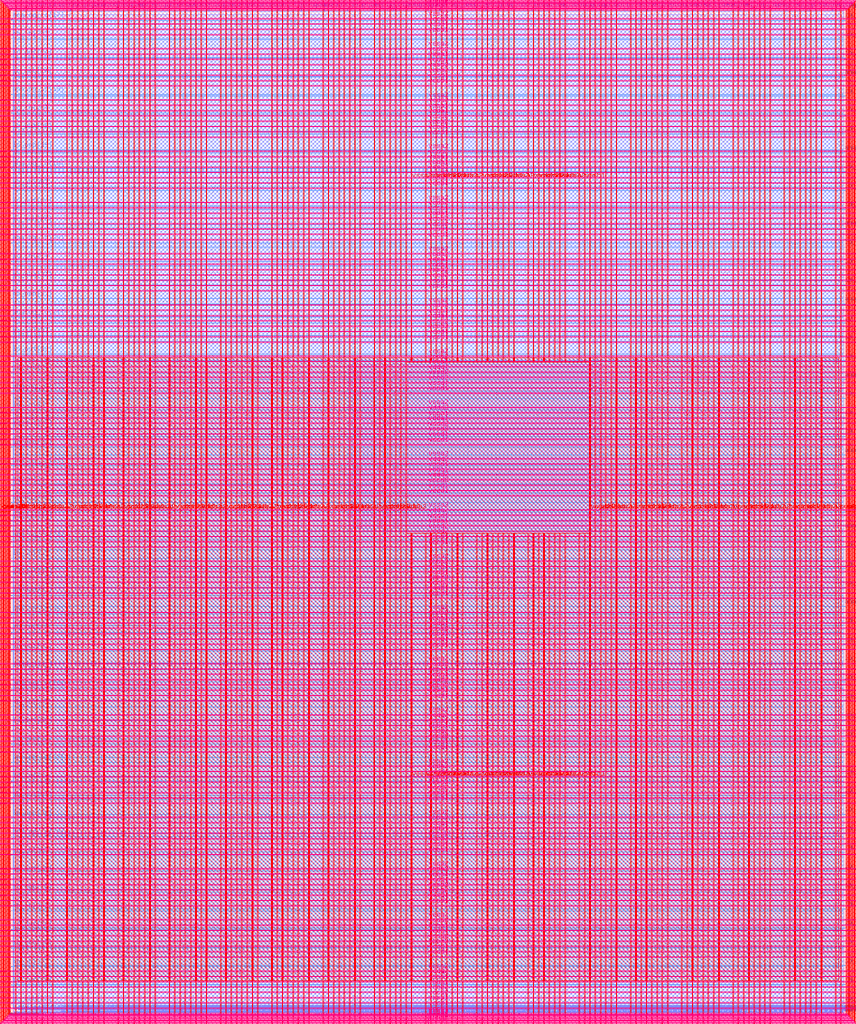
<source format=lef>
VERSION 5.7 ;
  NOWIREEXTENSIONATPIN ON ;
  DIVIDERCHAR "/" ;
  BUSBITCHARS "[]" ;
MACRO user_project_wrapper
  CLASS BLOCK ;
  FOREIGN user_project_wrapper ;
  ORIGIN 0.000 0.000 ;
  SIZE 2920.000 BY 3520.000 ;
  PIN analog_io[0]
    DIRECTION INOUT ;
    USE SIGNAL ;
    PORT
      LAYER met3 ;
        RECT 2917.600 1426.380 2924.800 1427.580 ;
    END
  END analog_io[0]
  PIN analog_io[10]
    DIRECTION INOUT ;
    USE SIGNAL ;
    PORT
      LAYER met2 ;
        RECT 2230.490 3517.600 2231.050 3524.800 ;
    END
  END analog_io[10]
  PIN analog_io[11]
    DIRECTION INOUT ;
    USE SIGNAL ;
    PORT
      LAYER met2 ;
        RECT 1905.730 3517.600 1906.290 3524.800 ;
    END
  END analog_io[11]
  PIN analog_io[12]
    DIRECTION INOUT ;
    USE SIGNAL ;
    PORT
      LAYER met2 ;
        RECT 1581.430 3517.600 1581.990 3524.800 ;
    END
  END analog_io[12]
  PIN analog_io[13]
    DIRECTION INOUT ;
    USE SIGNAL ;
    PORT
      LAYER met2 ;
        RECT 1257.130 3517.600 1257.690 3524.800 ;
    END
  END analog_io[13]
  PIN analog_io[14]
    DIRECTION INOUT ;
    USE SIGNAL ;
    PORT
      LAYER met2 ;
        RECT 932.370 3517.600 932.930 3524.800 ;
    END
  END analog_io[14]
  PIN analog_io[15]
    DIRECTION INOUT ;
    USE SIGNAL ;
    PORT
      LAYER met2 ;
        RECT 608.070 3517.600 608.630 3524.800 ;
    END
  END analog_io[15]
  PIN analog_io[16]
    DIRECTION INOUT ;
    USE SIGNAL ;
    PORT
      LAYER met2 ;
        RECT 283.770 3517.600 284.330 3524.800 ;
    END
  END analog_io[16]
  PIN analog_io[17]
    DIRECTION INOUT ;
    USE SIGNAL ;
    PORT
      LAYER met3 ;
        RECT -4.800 3486.100 2.400 3487.300 ;
    END
  END analog_io[17]
  PIN analog_io[18]
    DIRECTION INOUT ;
    USE SIGNAL ;
    PORT
      LAYER met3 ;
        RECT -4.800 3224.980 2.400 3226.180 ;
    END
  END analog_io[18]
  PIN analog_io[19]
    DIRECTION INOUT ;
    USE SIGNAL ;
    PORT
      LAYER met3 ;
        RECT -4.800 2964.540 2.400 2965.740 ;
    END
  END analog_io[19]
  PIN analog_io[1]
    DIRECTION INOUT ;
    USE SIGNAL ;
    PORT
      LAYER met3 ;
        RECT 2917.600 1692.260 2924.800 1693.460 ;
    END
  END analog_io[1]
  PIN analog_io[20]
    DIRECTION INOUT ;
    USE SIGNAL ;
    PORT
      LAYER met3 ;
        RECT -4.800 2703.420 2.400 2704.620 ;
    END
  END analog_io[20]
  PIN analog_io[21]
    DIRECTION INOUT ;
    USE SIGNAL ;
    PORT
      LAYER met3 ;
        RECT -4.800 2442.980 2.400 2444.180 ;
    END
  END analog_io[21]
  PIN analog_io[22]
    DIRECTION INOUT ;
    USE SIGNAL ;
    PORT
      LAYER met3 ;
        RECT -4.800 2182.540 2.400 2183.740 ;
    END
  END analog_io[22]
  PIN analog_io[23]
    DIRECTION INOUT ;
    USE SIGNAL ;
    PORT
      LAYER met3 ;
        RECT -4.800 1921.420 2.400 1922.620 ;
    END
  END analog_io[23]
  PIN analog_io[24]
    DIRECTION INOUT ;
    USE SIGNAL ;
    PORT
      LAYER met3 ;
        RECT -4.800 1660.980 2.400 1662.180 ;
    END
  END analog_io[24]
  PIN analog_io[25]
    DIRECTION INOUT ;
    USE SIGNAL ;
    PORT
      LAYER met3 ;
        RECT -4.800 1399.860 2.400 1401.060 ;
    END
  END analog_io[25]
  PIN analog_io[26]
    DIRECTION INOUT ;
    USE SIGNAL ;
    PORT
      LAYER met3 ;
        RECT -4.800 1139.420 2.400 1140.620 ;
    END
  END analog_io[26]
  PIN analog_io[27]
    DIRECTION INOUT ;
    USE SIGNAL ;
    PORT
      LAYER met3 ;
        RECT -4.800 878.980 2.400 880.180 ;
    END
  END analog_io[27]
  PIN analog_io[28]
    DIRECTION INOUT ;
    USE SIGNAL ;
    PORT
      LAYER met3 ;
        RECT -4.800 617.860 2.400 619.060 ;
    END
  END analog_io[28]
  PIN analog_io[2]
    DIRECTION INOUT ;
    USE SIGNAL ;
    PORT
      LAYER met3 ;
        RECT 2917.600 1958.140 2924.800 1959.340 ;
    END
  END analog_io[2]
  PIN analog_io[3]
    DIRECTION INOUT ;
    USE SIGNAL ;
    PORT
      LAYER met3 ;
        RECT 2917.600 2223.340 2924.800 2224.540 ;
    END
  END analog_io[3]
  PIN analog_io[4]
    DIRECTION INOUT ;
    USE SIGNAL ;
    PORT
      LAYER met3 ;
        RECT 2917.600 2489.220 2924.800 2490.420 ;
    END
  END analog_io[4]
  PIN analog_io[5]
    DIRECTION INOUT ;
    USE SIGNAL ;
    PORT
      LAYER met3 ;
        RECT 2917.600 2755.100 2924.800 2756.300 ;
    END
  END analog_io[5]
  PIN analog_io[6]
    DIRECTION INOUT ;
    USE SIGNAL ;
    PORT
      LAYER met3 ;
        RECT 2917.600 3020.300 2924.800 3021.500 ;
    END
  END analog_io[6]
  PIN analog_io[7]
    DIRECTION INOUT ;
    USE SIGNAL ;
    PORT
      LAYER met3 ;
        RECT 2917.600 3286.180 2924.800 3287.380 ;
    END
  END analog_io[7]
  PIN analog_io[8]
    DIRECTION INOUT ;
    USE SIGNAL ;
    PORT
      LAYER met2 ;
        RECT 2879.090 3517.600 2879.650 3524.800 ;
    END
  END analog_io[8]
  PIN analog_io[9]
    DIRECTION INOUT ;
    USE SIGNAL ;
    PORT
      LAYER met2 ;
        RECT 2554.790 3517.600 2555.350 3524.800 ;
    END
  END analog_io[9]
  PIN io_in[0]
    DIRECTION INPUT ;
    USE SIGNAL ;
    PORT
      LAYER met3 ;
        RECT 2917.600 32.380 2924.800 33.580 ;
    END
  END io_in[0]
  PIN io_in[10]
    DIRECTION INPUT ;
    USE SIGNAL ;
    PORT
      LAYER met3 ;
        RECT 2917.600 2289.980 2924.800 2291.180 ;
    END
  END io_in[10]
  PIN io_in[11]
    DIRECTION INPUT ;
    USE SIGNAL ;
    PORT
      LAYER met3 ;
        RECT 2917.600 2555.860 2924.800 2557.060 ;
    END
  END io_in[11]
  PIN io_in[12]
    DIRECTION INPUT ;
    USE SIGNAL ;
    PORT
      LAYER met3 ;
        RECT 2917.600 2821.060 2924.800 2822.260 ;
    END
  END io_in[12]
  PIN io_in[13]
    DIRECTION INPUT ;
    USE SIGNAL ;
    PORT
      LAYER met3 ;
        RECT 2917.600 3086.940 2924.800 3088.140 ;
    END
  END io_in[13]
  PIN io_in[14]
    DIRECTION INPUT ;
    USE SIGNAL ;
    PORT
      LAYER met3 ;
        RECT 2917.600 3352.820 2924.800 3354.020 ;
    END
  END io_in[14]
  PIN io_in[15]
    DIRECTION INPUT ;
    USE SIGNAL ;
    PORT
      LAYER met2 ;
        RECT 2798.130 3517.600 2798.690 3524.800 ;
    END
  END io_in[15]
  PIN io_in[16]
    DIRECTION INPUT ;
    USE SIGNAL ;
    PORT
      LAYER met2 ;
        RECT 2473.830 3517.600 2474.390 3524.800 ;
    END
  END io_in[16]
  PIN io_in[17]
    DIRECTION INPUT ;
    USE SIGNAL ;
    PORT
      LAYER met2 ;
        RECT 2149.070 3517.600 2149.630 3524.800 ;
    END
  END io_in[17]
  PIN io_in[18]
    DIRECTION INPUT ;
    USE SIGNAL ;
    PORT
      LAYER met2 ;
        RECT 1824.770 3517.600 1825.330 3524.800 ;
    END
  END io_in[18]
  PIN io_in[19]
    DIRECTION INPUT ;
    USE SIGNAL ;
    PORT
      LAYER met2 ;
        RECT 1500.470 3517.600 1501.030 3524.800 ;
    END
  END io_in[19]
  PIN io_in[1]
    DIRECTION INPUT ;
    USE SIGNAL ;
    PORT
      LAYER met3 ;
        RECT 2917.600 230.940 2924.800 232.140 ;
    END
  END io_in[1]
  PIN io_in[20]
    DIRECTION INPUT ;
    USE SIGNAL ;
    PORT
      LAYER met2 ;
        RECT 1175.710 3517.600 1176.270 3524.800 ;
    END
  END io_in[20]
  PIN io_in[21]
    DIRECTION INPUT ;
    USE SIGNAL ;
    PORT
      LAYER met2 ;
        RECT 851.410 3517.600 851.970 3524.800 ;
    END
  END io_in[21]
  PIN io_in[22]
    DIRECTION INPUT ;
    USE SIGNAL ;
    PORT
      LAYER met2 ;
        RECT 527.110 3517.600 527.670 3524.800 ;
    END
  END io_in[22]
  PIN io_in[23]
    DIRECTION INPUT ;
    USE SIGNAL ;
    PORT
      LAYER met2 ;
        RECT 202.350 3517.600 202.910 3524.800 ;
    END
  END io_in[23]
  PIN io_in[24]
    DIRECTION INPUT ;
    USE SIGNAL ;
    PORT
      LAYER met3 ;
        RECT -4.800 3420.820 2.400 3422.020 ;
    END
  END io_in[24]
  PIN io_in[25]
    DIRECTION INPUT ;
    USE SIGNAL ;
    PORT
      LAYER met3 ;
        RECT -4.800 3159.700 2.400 3160.900 ;
    END
  END io_in[25]
  PIN io_in[26]
    DIRECTION INPUT ;
    USE SIGNAL ;
    PORT
      LAYER met3 ;
        RECT -4.800 2899.260 2.400 2900.460 ;
    END
  END io_in[26]
  PIN io_in[27]
    DIRECTION INPUT ;
    USE SIGNAL ;
    PORT
      LAYER met3 ;
        RECT -4.800 2638.820 2.400 2640.020 ;
    END
  END io_in[27]
  PIN io_in[28]
    DIRECTION INPUT ;
    USE SIGNAL ;
    PORT
      LAYER met3 ;
        RECT -4.800 2377.700 2.400 2378.900 ;
    END
  END io_in[28]
  PIN io_in[29]
    DIRECTION INPUT ;
    USE SIGNAL ;
    PORT
      LAYER met3 ;
        RECT -4.800 2117.260 2.400 2118.460 ;
    END
  END io_in[29]
  PIN io_in[2]
    DIRECTION INPUT ;
    USE SIGNAL ;
    PORT
      LAYER met3 ;
        RECT 2917.600 430.180 2924.800 431.380 ;
    END
  END io_in[2]
  PIN io_in[30]
    DIRECTION INPUT ;
    USE SIGNAL ;
    PORT
      LAYER met3 ;
        RECT -4.800 1856.140 2.400 1857.340 ;
    END
  END io_in[30]
  PIN io_in[31]
    DIRECTION INPUT ;
    USE SIGNAL ;
    PORT
      LAYER met3 ;
        RECT -4.800 1595.700 2.400 1596.900 ;
    END
  END io_in[31]
  PIN io_in[32]
    DIRECTION INPUT ;
    USE SIGNAL ;
    PORT
      LAYER met3 ;
        RECT -4.800 1335.260 2.400 1336.460 ;
    END
  END io_in[32]
  PIN io_in[33]
    DIRECTION INPUT ;
    USE SIGNAL ;
    PORT
      LAYER met3 ;
        RECT -4.800 1074.140 2.400 1075.340 ;
    END
  END io_in[33]
  PIN io_in[34]
    DIRECTION INPUT ;
    USE SIGNAL ;
    PORT
      LAYER met3 ;
        RECT -4.800 813.700 2.400 814.900 ;
    END
  END io_in[34]
  PIN io_in[35]
    DIRECTION INPUT ;
    USE SIGNAL ;
    PORT
      LAYER met3 ;
        RECT -4.800 552.580 2.400 553.780 ;
    END
  END io_in[35]
  PIN io_in[36]
    DIRECTION INPUT ;
    USE SIGNAL ;
    PORT
      LAYER met3 ;
        RECT -4.800 357.420 2.400 358.620 ;
    END
  END io_in[36]
  PIN io_in[37]
    DIRECTION INPUT ;
    USE SIGNAL ;
    PORT
      LAYER met3 ;
        RECT -4.800 161.580 2.400 162.780 ;
    END
  END io_in[37]
  PIN io_in[3]
    DIRECTION INPUT ;
    USE SIGNAL ;
    PORT
      LAYER met3 ;
        RECT 2917.600 629.420 2924.800 630.620 ;
    END
  END io_in[3]
  PIN io_in[4]
    DIRECTION INPUT ;
    USE SIGNAL ;
    PORT
      LAYER met3 ;
        RECT 2917.600 828.660 2924.800 829.860 ;
    END
  END io_in[4]
  PIN io_in[5]
    DIRECTION INPUT ;
    USE SIGNAL ;
    PORT
      LAYER met3 ;
        RECT 2917.600 1027.900 2924.800 1029.100 ;
    END
  END io_in[5]
  PIN io_in[6]
    DIRECTION INPUT ;
    USE SIGNAL ;
    PORT
      LAYER met3 ;
        RECT 2917.600 1227.140 2924.800 1228.340 ;
    END
  END io_in[6]
  PIN io_in[7]
    DIRECTION INPUT ;
    USE SIGNAL ;
    PORT
      LAYER met3 ;
        RECT 2917.600 1493.020 2924.800 1494.220 ;
    END
  END io_in[7]
  PIN io_in[8]
    DIRECTION INPUT ;
    USE SIGNAL ;
    PORT
      LAYER met3 ;
        RECT 2917.600 1758.900 2924.800 1760.100 ;
    END
  END io_in[8]
  PIN io_in[9]
    DIRECTION INPUT ;
    USE SIGNAL ;
    PORT
      LAYER met3 ;
        RECT 2917.600 2024.100 2924.800 2025.300 ;
    END
  END io_in[9]
  PIN io_oeb[0]
    DIRECTION OUTPUT TRISTATE ;
    USE SIGNAL ;
    PORT
      LAYER met3 ;
        RECT 2917.600 164.980 2924.800 166.180 ;
    END
  END io_oeb[0]
  PIN io_oeb[10]
    DIRECTION OUTPUT TRISTATE ;
    USE SIGNAL ;
    PORT
      LAYER met3 ;
        RECT 2917.600 2422.580 2924.800 2423.780 ;
    END
  END io_oeb[10]
  PIN io_oeb[11]
    DIRECTION OUTPUT TRISTATE ;
    USE SIGNAL ;
    PORT
      LAYER met3 ;
        RECT 2917.600 2688.460 2924.800 2689.660 ;
    END
  END io_oeb[11]
  PIN io_oeb[12]
    DIRECTION OUTPUT TRISTATE ;
    USE SIGNAL ;
    PORT
      LAYER met3 ;
        RECT 2917.600 2954.340 2924.800 2955.540 ;
    END
  END io_oeb[12]
  PIN io_oeb[13]
    DIRECTION OUTPUT TRISTATE ;
    USE SIGNAL ;
    PORT
      LAYER met3 ;
        RECT 2917.600 3219.540 2924.800 3220.740 ;
    END
  END io_oeb[13]
  PIN io_oeb[14]
    DIRECTION OUTPUT TRISTATE ;
    USE SIGNAL ;
    PORT
      LAYER met3 ;
        RECT 2917.600 3485.420 2924.800 3486.620 ;
    END
  END io_oeb[14]
  PIN io_oeb[15]
    DIRECTION OUTPUT TRISTATE ;
    USE SIGNAL ;
    PORT
      LAYER met2 ;
        RECT 2635.750 3517.600 2636.310 3524.800 ;
    END
  END io_oeb[15]
  PIN io_oeb[16]
    DIRECTION OUTPUT TRISTATE ;
    USE SIGNAL ;
    PORT
      LAYER met2 ;
        RECT 2311.450 3517.600 2312.010 3524.800 ;
    END
  END io_oeb[16]
  PIN io_oeb[17]
    DIRECTION OUTPUT TRISTATE ;
    USE SIGNAL ;
    PORT
      LAYER met2 ;
        RECT 1987.150 3517.600 1987.710 3524.800 ;
    END
  END io_oeb[17]
  PIN io_oeb[18]
    DIRECTION OUTPUT TRISTATE ;
    USE SIGNAL ;
    PORT
      LAYER met2 ;
        RECT 1662.390 3517.600 1662.950 3524.800 ;
    END
  END io_oeb[18]
  PIN io_oeb[19]
    DIRECTION OUTPUT TRISTATE ;
    USE SIGNAL ;
    PORT
      LAYER met2 ;
        RECT 1338.090 3517.600 1338.650 3524.800 ;
    END
  END io_oeb[19]
  PIN io_oeb[1]
    DIRECTION OUTPUT TRISTATE ;
    USE SIGNAL ;
    PORT
      LAYER met3 ;
        RECT 2917.600 364.220 2924.800 365.420 ;
    END
  END io_oeb[1]
  PIN io_oeb[20]
    DIRECTION OUTPUT TRISTATE ;
    USE SIGNAL ;
    PORT
      LAYER met2 ;
        RECT 1013.790 3517.600 1014.350 3524.800 ;
    END
  END io_oeb[20]
  PIN io_oeb[21]
    DIRECTION OUTPUT TRISTATE ;
    USE SIGNAL ;
    PORT
      LAYER met2 ;
        RECT 689.030 3517.600 689.590 3524.800 ;
    END
  END io_oeb[21]
  PIN io_oeb[22]
    DIRECTION OUTPUT TRISTATE ;
    USE SIGNAL ;
    PORT
      LAYER met2 ;
        RECT 364.730 3517.600 365.290 3524.800 ;
    END
  END io_oeb[22]
  PIN io_oeb[23]
    DIRECTION OUTPUT TRISTATE ;
    USE SIGNAL ;
    PORT
      LAYER met2 ;
        RECT 40.430 3517.600 40.990 3524.800 ;
    END
  END io_oeb[23]
  PIN io_oeb[24]
    DIRECTION OUTPUT TRISTATE ;
    USE SIGNAL ;
    PORT
      LAYER met3 ;
        RECT -4.800 3290.260 2.400 3291.460 ;
    END
  END io_oeb[24]
  PIN io_oeb[25]
    DIRECTION OUTPUT TRISTATE ;
    USE SIGNAL ;
    PORT
      LAYER met3 ;
        RECT -4.800 3029.820 2.400 3031.020 ;
    END
  END io_oeb[25]
  PIN io_oeb[26]
    DIRECTION OUTPUT TRISTATE ;
    USE SIGNAL ;
    PORT
      LAYER met3 ;
        RECT -4.800 2768.700 2.400 2769.900 ;
    END
  END io_oeb[26]
  PIN io_oeb[27]
    DIRECTION OUTPUT TRISTATE ;
    USE SIGNAL ;
    PORT
      LAYER met3 ;
        RECT -4.800 2508.260 2.400 2509.460 ;
    END
  END io_oeb[27]
  PIN io_oeb[28]
    DIRECTION OUTPUT TRISTATE ;
    USE SIGNAL ;
    PORT
      LAYER met3 ;
        RECT -4.800 2247.140 2.400 2248.340 ;
    END
  END io_oeb[28]
  PIN io_oeb[29]
    DIRECTION OUTPUT TRISTATE ;
    USE SIGNAL ;
    PORT
      LAYER met3 ;
        RECT -4.800 1986.700 2.400 1987.900 ;
    END
  END io_oeb[29]
  PIN io_oeb[2]
    DIRECTION OUTPUT TRISTATE ;
    USE SIGNAL ;
    PORT
      LAYER met3 ;
        RECT 2917.600 563.460 2924.800 564.660 ;
    END
  END io_oeb[2]
  PIN io_oeb[30]
    DIRECTION OUTPUT TRISTATE ;
    USE SIGNAL ;
    PORT
      LAYER met3 ;
        RECT -4.800 1726.260 2.400 1727.460 ;
    END
  END io_oeb[30]
  PIN io_oeb[31]
    DIRECTION OUTPUT TRISTATE ;
    USE SIGNAL ;
    PORT
      LAYER met3 ;
        RECT -4.800 1465.140 2.400 1466.340 ;
    END
  END io_oeb[31]
  PIN io_oeb[32]
    DIRECTION OUTPUT TRISTATE ;
    USE SIGNAL ;
    PORT
      LAYER met3 ;
        RECT -4.800 1204.700 2.400 1205.900 ;
    END
  END io_oeb[32]
  PIN io_oeb[33]
    DIRECTION OUTPUT TRISTATE ;
    USE SIGNAL ;
    PORT
      LAYER met3 ;
        RECT -4.800 943.580 2.400 944.780 ;
    END
  END io_oeb[33]
  PIN io_oeb[34]
    DIRECTION OUTPUT TRISTATE ;
    USE SIGNAL ;
    PORT
      LAYER met3 ;
        RECT -4.800 683.140 2.400 684.340 ;
    END
  END io_oeb[34]
  PIN io_oeb[35]
    DIRECTION OUTPUT TRISTATE ;
    USE SIGNAL ;
    PORT
      LAYER met3 ;
        RECT -4.800 422.700 2.400 423.900 ;
    END
  END io_oeb[35]
  PIN io_oeb[36]
    DIRECTION OUTPUT TRISTATE ;
    USE SIGNAL ;
    PORT
      LAYER met3 ;
        RECT -4.800 226.860 2.400 228.060 ;
    END
  END io_oeb[36]
  PIN io_oeb[37]
    DIRECTION OUTPUT TRISTATE ;
    USE SIGNAL ;
    PORT
      LAYER met3 ;
        RECT -4.800 31.700 2.400 32.900 ;
    END
  END io_oeb[37]
  PIN io_oeb[3]
    DIRECTION OUTPUT TRISTATE ;
    USE SIGNAL ;
    PORT
      LAYER met3 ;
        RECT 2917.600 762.700 2924.800 763.900 ;
    END
  END io_oeb[3]
  PIN io_oeb[4]
    DIRECTION OUTPUT TRISTATE ;
    USE SIGNAL ;
    PORT
      LAYER met3 ;
        RECT 2917.600 961.940 2924.800 963.140 ;
    END
  END io_oeb[4]
  PIN io_oeb[5]
    DIRECTION OUTPUT TRISTATE ;
    USE SIGNAL ;
    PORT
      LAYER met3 ;
        RECT 2917.600 1161.180 2924.800 1162.380 ;
    END
  END io_oeb[5]
  PIN io_oeb[6]
    DIRECTION OUTPUT TRISTATE ;
    USE SIGNAL ;
    PORT
      LAYER met3 ;
        RECT 2917.600 1360.420 2924.800 1361.620 ;
    END
  END io_oeb[6]
  PIN io_oeb[7]
    DIRECTION OUTPUT TRISTATE ;
    USE SIGNAL ;
    PORT
      LAYER met3 ;
        RECT 2917.600 1625.620 2924.800 1626.820 ;
    END
  END io_oeb[7]
  PIN io_oeb[8]
    DIRECTION OUTPUT TRISTATE ;
    USE SIGNAL ;
    PORT
      LAYER met3 ;
        RECT 2917.600 1891.500 2924.800 1892.700 ;
    END
  END io_oeb[8]
  PIN io_oeb[9]
    DIRECTION OUTPUT TRISTATE ;
    USE SIGNAL ;
    PORT
      LAYER met3 ;
        RECT 2917.600 2157.380 2924.800 2158.580 ;
    END
  END io_oeb[9]
  PIN io_out[0]
    DIRECTION OUTPUT TRISTATE ;
    USE SIGNAL ;
    PORT
      LAYER met3 ;
        RECT 2917.600 98.340 2924.800 99.540 ;
    END
  END io_out[0]
  PIN io_out[10]
    DIRECTION OUTPUT TRISTATE ;
    USE SIGNAL ;
    PORT
      LAYER met3 ;
        RECT 2917.600 2356.620 2924.800 2357.820 ;
    END
  END io_out[10]
  PIN io_out[11]
    DIRECTION OUTPUT TRISTATE ;
    USE SIGNAL ;
    PORT
      LAYER met3 ;
        RECT 2917.600 2621.820 2924.800 2623.020 ;
    END
  END io_out[11]
  PIN io_out[12]
    DIRECTION OUTPUT TRISTATE ;
    USE SIGNAL ;
    PORT
      LAYER met3 ;
        RECT 2917.600 2887.700 2924.800 2888.900 ;
    END
  END io_out[12]
  PIN io_out[13]
    DIRECTION OUTPUT TRISTATE ;
    USE SIGNAL ;
    PORT
      LAYER met3 ;
        RECT 2917.600 3153.580 2924.800 3154.780 ;
    END
  END io_out[13]
  PIN io_out[14]
    DIRECTION OUTPUT TRISTATE ;
    USE SIGNAL ;
    PORT
      LAYER met3 ;
        RECT 2917.600 3418.780 2924.800 3419.980 ;
    END
  END io_out[14]
  PIN io_out[15]
    DIRECTION OUTPUT TRISTATE ;
    USE SIGNAL ;
    PORT
      LAYER met2 ;
        RECT 2717.170 3517.600 2717.730 3524.800 ;
    END
  END io_out[15]
  PIN io_out[16]
    DIRECTION OUTPUT TRISTATE ;
    USE SIGNAL ;
    PORT
      LAYER met2 ;
        RECT 2392.410 3517.600 2392.970 3524.800 ;
    END
  END io_out[16]
  PIN io_out[17]
    DIRECTION OUTPUT TRISTATE ;
    USE SIGNAL ;
    PORT
      LAYER met2 ;
        RECT 2068.110 3517.600 2068.670 3524.800 ;
    END
  END io_out[17]
  PIN io_out[18]
    DIRECTION OUTPUT TRISTATE ;
    USE SIGNAL ;
    PORT
      LAYER met2 ;
        RECT 1743.810 3517.600 1744.370 3524.800 ;
    END
  END io_out[18]
  PIN io_out[19]
    DIRECTION OUTPUT TRISTATE ;
    USE SIGNAL ;
    PORT
      LAYER met2 ;
        RECT 1419.050 3517.600 1419.610 3524.800 ;
    END
  END io_out[19]
  PIN io_out[1]
    DIRECTION OUTPUT TRISTATE ;
    USE SIGNAL ;
    PORT
      LAYER met3 ;
        RECT 2917.600 297.580 2924.800 298.780 ;
    END
  END io_out[1]
  PIN io_out[20]
    DIRECTION OUTPUT TRISTATE ;
    USE SIGNAL ;
    PORT
      LAYER met2 ;
        RECT 1094.750 3517.600 1095.310 3524.800 ;
    END
  END io_out[20]
  PIN io_out[21]
    DIRECTION OUTPUT TRISTATE ;
    USE SIGNAL ;
    PORT
      LAYER met2 ;
        RECT 770.450 3517.600 771.010 3524.800 ;
    END
  END io_out[21]
  PIN io_out[22]
    DIRECTION OUTPUT TRISTATE ;
    USE SIGNAL ;
    PORT
      LAYER met2 ;
        RECT 445.690 3517.600 446.250 3524.800 ;
    END
  END io_out[22]
  PIN io_out[23]
    DIRECTION OUTPUT TRISTATE ;
    USE SIGNAL ;
    PORT
      LAYER met2 ;
        RECT 121.390 3517.600 121.950 3524.800 ;
    END
  END io_out[23]
  PIN io_out[24]
    DIRECTION OUTPUT TRISTATE ;
    USE SIGNAL ;
    PORT
      LAYER met3 ;
        RECT -4.800 3355.540 2.400 3356.740 ;
    END
  END io_out[24]
  PIN io_out[25]
    DIRECTION OUTPUT TRISTATE ;
    USE SIGNAL ;
    PORT
      LAYER met3 ;
        RECT -4.800 3095.100 2.400 3096.300 ;
    END
  END io_out[25]
  PIN io_out[26]
    DIRECTION OUTPUT TRISTATE ;
    USE SIGNAL ;
    PORT
      LAYER met3 ;
        RECT -4.800 2833.980 2.400 2835.180 ;
    END
  END io_out[26]
  PIN io_out[27]
    DIRECTION OUTPUT TRISTATE ;
    USE SIGNAL ;
    PORT
      LAYER met3 ;
        RECT -4.800 2573.540 2.400 2574.740 ;
    END
  END io_out[27]
  PIN io_out[28]
    DIRECTION OUTPUT TRISTATE ;
    USE SIGNAL ;
    PORT
      LAYER met3 ;
        RECT -4.800 2312.420 2.400 2313.620 ;
    END
  END io_out[28]
  PIN io_out[29]
    DIRECTION OUTPUT TRISTATE ;
    USE SIGNAL ;
    PORT
      LAYER met3 ;
        RECT -4.800 2051.980 2.400 2053.180 ;
    END
  END io_out[29]
  PIN io_out[2]
    DIRECTION OUTPUT TRISTATE ;
    USE SIGNAL ;
    PORT
      LAYER met3 ;
        RECT 2917.600 496.820 2924.800 498.020 ;
    END
  END io_out[2]
  PIN io_out[30]
    DIRECTION OUTPUT TRISTATE ;
    USE SIGNAL ;
    PORT
      LAYER met3 ;
        RECT -4.800 1791.540 2.400 1792.740 ;
    END
  END io_out[30]
  PIN io_out[31]
    DIRECTION OUTPUT TRISTATE ;
    USE SIGNAL ;
    PORT
      LAYER met3 ;
        RECT -4.800 1530.420 2.400 1531.620 ;
    END
  END io_out[31]
  PIN io_out[32]
    DIRECTION OUTPUT TRISTATE ;
    USE SIGNAL ;
    PORT
      LAYER met3 ;
        RECT -4.800 1269.980 2.400 1271.180 ;
    END
  END io_out[32]
  PIN io_out[33]
    DIRECTION OUTPUT TRISTATE ;
    USE SIGNAL ;
    PORT
      LAYER met3 ;
        RECT -4.800 1008.860 2.400 1010.060 ;
    END
  END io_out[33]
  PIN io_out[34]
    DIRECTION OUTPUT TRISTATE ;
    USE SIGNAL ;
    PORT
      LAYER met3 ;
        RECT -4.800 748.420 2.400 749.620 ;
    END
  END io_out[34]
  PIN io_out[35]
    DIRECTION OUTPUT TRISTATE ;
    USE SIGNAL ;
    PORT
      LAYER met3 ;
        RECT -4.800 487.300 2.400 488.500 ;
    END
  END io_out[35]
  PIN io_out[36]
    DIRECTION OUTPUT TRISTATE ;
    USE SIGNAL ;
    PORT
      LAYER met3 ;
        RECT -4.800 292.140 2.400 293.340 ;
    END
  END io_out[36]
  PIN io_out[37]
    DIRECTION OUTPUT TRISTATE ;
    USE SIGNAL ;
    PORT
      LAYER met3 ;
        RECT -4.800 96.300 2.400 97.500 ;
    END
  END io_out[37]
  PIN io_out[3]
    DIRECTION OUTPUT TRISTATE ;
    USE SIGNAL ;
    PORT
      LAYER met3 ;
        RECT 2917.600 696.060 2924.800 697.260 ;
    END
  END io_out[3]
  PIN io_out[4]
    DIRECTION OUTPUT TRISTATE ;
    USE SIGNAL ;
    PORT
      LAYER met3 ;
        RECT 2917.600 895.300 2924.800 896.500 ;
    END
  END io_out[4]
  PIN io_out[5]
    DIRECTION OUTPUT TRISTATE ;
    USE SIGNAL ;
    PORT
      LAYER met3 ;
        RECT 2917.600 1094.540 2924.800 1095.740 ;
    END
  END io_out[5]
  PIN io_out[6]
    DIRECTION OUTPUT TRISTATE ;
    USE SIGNAL ;
    PORT
      LAYER met3 ;
        RECT 2917.600 1293.780 2924.800 1294.980 ;
    END
  END io_out[6]
  PIN io_out[7]
    DIRECTION OUTPUT TRISTATE ;
    USE SIGNAL ;
    PORT
      LAYER met3 ;
        RECT 2917.600 1559.660 2924.800 1560.860 ;
    END
  END io_out[7]
  PIN io_out[8]
    DIRECTION OUTPUT TRISTATE ;
    USE SIGNAL ;
    PORT
      LAYER met3 ;
        RECT 2917.600 1824.860 2924.800 1826.060 ;
    END
  END io_out[8]
  PIN io_out[9]
    DIRECTION OUTPUT TRISTATE ;
    USE SIGNAL ;
    PORT
      LAYER met3 ;
        RECT 2917.600 2090.740 2924.800 2091.940 ;
    END
  END io_out[9]
  PIN la_data_in[0]
    DIRECTION INPUT ;
    USE SIGNAL ;
    PORT
      LAYER met2 ;
        RECT 629.230 -4.800 629.790 2.400 ;
    END
  END la_data_in[0]
  PIN la_data_in[100]
    DIRECTION INPUT ;
    USE SIGNAL ;
    PORT
      LAYER met2 ;
        RECT 2402.530 -4.800 2403.090 2.400 ;
    END
  END la_data_in[100]
  PIN la_data_in[101]
    DIRECTION INPUT ;
    USE SIGNAL ;
    PORT
      LAYER met2 ;
        RECT 2420.010 -4.800 2420.570 2.400 ;
    END
  END la_data_in[101]
  PIN la_data_in[102]
    DIRECTION INPUT ;
    USE SIGNAL ;
    PORT
      LAYER met2 ;
        RECT 2437.950 -4.800 2438.510 2.400 ;
    END
  END la_data_in[102]
  PIN la_data_in[103]
    DIRECTION INPUT ;
    USE SIGNAL ;
    PORT
      LAYER met2 ;
        RECT 2455.430 -4.800 2455.990 2.400 ;
    END
  END la_data_in[103]
  PIN la_data_in[104]
    DIRECTION INPUT ;
    USE SIGNAL ;
    PORT
      LAYER met2 ;
        RECT 2473.370 -4.800 2473.930 2.400 ;
    END
  END la_data_in[104]
  PIN la_data_in[105]
    DIRECTION INPUT ;
    USE SIGNAL ;
    PORT
      LAYER met2 ;
        RECT 2490.850 -4.800 2491.410 2.400 ;
    END
  END la_data_in[105]
  PIN la_data_in[106]
    DIRECTION INPUT ;
    USE SIGNAL ;
    PORT
      LAYER met2 ;
        RECT 2508.790 -4.800 2509.350 2.400 ;
    END
  END la_data_in[106]
  PIN la_data_in[107]
    DIRECTION INPUT ;
    USE SIGNAL ;
    PORT
      LAYER met2 ;
        RECT 2526.730 -4.800 2527.290 2.400 ;
    END
  END la_data_in[107]
  PIN la_data_in[108]
    DIRECTION INPUT ;
    USE SIGNAL ;
    PORT
      LAYER met2 ;
        RECT 2544.210 -4.800 2544.770 2.400 ;
    END
  END la_data_in[108]
  PIN la_data_in[109]
    DIRECTION INPUT ;
    USE SIGNAL ;
    PORT
      LAYER met2 ;
        RECT 2562.150 -4.800 2562.710 2.400 ;
    END
  END la_data_in[109]
  PIN la_data_in[10]
    DIRECTION INPUT ;
    USE SIGNAL ;
    PORT
      LAYER met2 ;
        RECT 806.330 -4.800 806.890 2.400 ;
    END
  END la_data_in[10]
  PIN la_data_in[110]
    DIRECTION INPUT ;
    USE SIGNAL ;
    PORT
      LAYER met2 ;
        RECT 2579.630 -4.800 2580.190 2.400 ;
    END
  END la_data_in[110]
  PIN la_data_in[111]
    DIRECTION INPUT ;
    USE SIGNAL ;
    PORT
      LAYER met2 ;
        RECT 2597.570 -4.800 2598.130 2.400 ;
    END
  END la_data_in[111]
  PIN la_data_in[112]
    DIRECTION INPUT ;
    USE SIGNAL ;
    PORT
      LAYER met2 ;
        RECT 2615.050 -4.800 2615.610 2.400 ;
    END
  END la_data_in[112]
  PIN la_data_in[113]
    DIRECTION INPUT ;
    USE SIGNAL ;
    PORT
      LAYER met2 ;
        RECT 2632.990 -4.800 2633.550 2.400 ;
    END
  END la_data_in[113]
  PIN la_data_in[114]
    DIRECTION INPUT ;
    USE SIGNAL ;
    PORT
      LAYER met2 ;
        RECT 2650.470 -4.800 2651.030 2.400 ;
    END
  END la_data_in[114]
  PIN la_data_in[115]
    DIRECTION INPUT ;
    USE SIGNAL ;
    PORT
      LAYER met2 ;
        RECT 2668.410 -4.800 2668.970 2.400 ;
    END
  END la_data_in[115]
  PIN la_data_in[116]
    DIRECTION INPUT ;
    USE SIGNAL ;
    PORT
      LAYER met2 ;
        RECT 2685.890 -4.800 2686.450 2.400 ;
    END
  END la_data_in[116]
  PIN la_data_in[117]
    DIRECTION INPUT ;
    USE SIGNAL ;
    PORT
      LAYER met2 ;
        RECT 2703.830 -4.800 2704.390 2.400 ;
    END
  END la_data_in[117]
  PIN la_data_in[118]
    DIRECTION INPUT ;
    USE SIGNAL ;
    PORT
      LAYER met2 ;
        RECT 2721.770 -4.800 2722.330 2.400 ;
    END
  END la_data_in[118]
  PIN la_data_in[119]
    DIRECTION INPUT ;
    USE SIGNAL ;
    PORT
      LAYER met2 ;
        RECT 2739.250 -4.800 2739.810 2.400 ;
    END
  END la_data_in[119]
  PIN la_data_in[11]
    DIRECTION INPUT ;
    USE SIGNAL ;
    PORT
      LAYER met2 ;
        RECT 824.270 -4.800 824.830 2.400 ;
    END
  END la_data_in[11]
  PIN la_data_in[120]
    DIRECTION INPUT ;
    USE SIGNAL ;
    PORT
      LAYER met2 ;
        RECT 2757.190 -4.800 2757.750 2.400 ;
    END
  END la_data_in[120]
  PIN la_data_in[121]
    DIRECTION INPUT ;
    USE SIGNAL ;
    PORT
      LAYER met2 ;
        RECT 2774.670 -4.800 2775.230 2.400 ;
    END
  END la_data_in[121]
  PIN la_data_in[122]
    DIRECTION INPUT ;
    USE SIGNAL ;
    PORT
      LAYER met2 ;
        RECT 2792.610 -4.800 2793.170 2.400 ;
    END
  END la_data_in[122]
  PIN la_data_in[123]
    DIRECTION INPUT ;
    USE SIGNAL ;
    PORT
      LAYER met2 ;
        RECT 2810.090 -4.800 2810.650 2.400 ;
    END
  END la_data_in[123]
  PIN la_data_in[124]
    DIRECTION INPUT ;
    USE SIGNAL ;
    PORT
      LAYER met2 ;
        RECT 2828.030 -4.800 2828.590 2.400 ;
    END
  END la_data_in[124]
  PIN la_data_in[125]
    DIRECTION INPUT ;
    USE SIGNAL ;
    PORT
      LAYER met2 ;
        RECT 2845.510 -4.800 2846.070 2.400 ;
    END
  END la_data_in[125]
  PIN la_data_in[126]
    DIRECTION INPUT ;
    USE SIGNAL ;
    PORT
      LAYER met2 ;
        RECT 2863.450 -4.800 2864.010 2.400 ;
    END
  END la_data_in[126]
  PIN la_data_in[127]
    DIRECTION INPUT ;
    USE SIGNAL ;
    PORT
      LAYER met2 ;
        RECT 2881.390 -4.800 2881.950 2.400 ;
    END
  END la_data_in[127]
  PIN la_data_in[12]
    DIRECTION INPUT ;
    USE SIGNAL ;
    PORT
      LAYER met2 ;
        RECT 841.750 -4.800 842.310 2.400 ;
    END
  END la_data_in[12]
  PIN la_data_in[13]
    DIRECTION INPUT ;
    USE SIGNAL ;
    PORT
      LAYER met2 ;
        RECT 859.690 -4.800 860.250 2.400 ;
    END
  END la_data_in[13]
  PIN la_data_in[14]
    DIRECTION INPUT ;
    USE SIGNAL ;
    PORT
      LAYER met2 ;
        RECT 877.170 -4.800 877.730 2.400 ;
    END
  END la_data_in[14]
  PIN la_data_in[15]
    DIRECTION INPUT ;
    USE SIGNAL ;
    PORT
      LAYER met2 ;
        RECT 895.110 -4.800 895.670 2.400 ;
    END
  END la_data_in[15]
  PIN la_data_in[16]
    DIRECTION INPUT ;
    USE SIGNAL ;
    PORT
      LAYER met2 ;
        RECT 912.590 -4.800 913.150 2.400 ;
    END
  END la_data_in[16]
  PIN la_data_in[17]
    DIRECTION INPUT ;
    USE SIGNAL ;
    PORT
      LAYER met2 ;
        RECT 930.530 -4.800 931.090 2.400 ;
    END
  END la_data_in[17]
  PIN la_data_in[18]
    DIRECTION INPUT ;
    USE SIGNAL ;
    PORT
      LAYER met2 ;
        RECT 948.470 -4.800 949.030 2.400 ;
    END
  END la_data_in[18]
  PIN la_data_in[19]
    DIRECTION INPUT ;
    USE SIGNAL ;
    PORT
      LAYER met2 ;
        RECT 965.950 -4.800 966.510 2.400 ;
    END
  END la_data_in[19]
  PIN la_data_in[1]
    DIRECTION INPUT ;
    USE SIGNAL ;
    PORT
      LAYER met2 ;
        RECT 646.710 -4.800 647.270 2.400 ;
    END
  END la_data_in[1]
  PIN la_data_in[20]
    DIRECTION INPUT ;
    USE SIGNAL ;
    PORT
      LAYER met2 ;
        RECT 983.890 -4.800 984.450 2.400 ;
    END
  END la_data_in[20]
  PIN la_data_in[21]
    DIRECTION INPUT ;
    USE SIGNAL ;
    PORT
      LAYER met2 ;
        RECT 1001.370 -4.800 1001.930 2.400 ;
    END
  END la_data_in[21]
  PIN la_data_in[22]
    DIRECTION INPUT ;
    USE SIGNAL ;
    PORT
      LAYER met2 ;
        RECT 1019.310 -4.800 1019.870 2.400 ;
    END
  END la_data_in[22]
  PIN la_data_in[23]
    DIRECTION INPUT ;
    USE SIGNAL ;
    PORT
      LAYER met2 ;
        RECT 1036.790 -4.800 1037.350 2.400 ;
    END
  END la_data_in[23]
  PIN la_data_in[24]
    DIRECTION INPUT ;
    USE SIGNAL ;
    PORT
      LAYER met2 ;
        RECT 1054.730 -4.800 1055.290 2.400 ;
    END
  END la_data_in[24]
  PIN la_data_in[25]
    DIRECTION INPUT ;
    USE SIGNAL ;
    PORT
      LAYER met2 ;
        RECT 1072.210 -4.800 1072.770 2.400 ;
    END
  END la_data_in[25]
  PIN la_data_in[26]
    DIRECTION INPUT ;
    USE SIGNAL ;
    PORT
      LAYER met2 ;
        RECT 1090.150 -4.800 1090.710 2.400 ;
    END
  END la_data_in[26]
  PIN la_data_in[27]
    DIRECTION INPUT ;
    USE SIGNAL ;
    PORT
      LAYER met2 ;
        RECT 1107.630 -4.800 1108.190 2.400 ;
    END
  END la_data_in[27]
  PIN la_data_in[28]
    DIRECTION INPUT ;
    USE SIGNAL ;
    PORT
      LAYER met2 ;
        RECT 1125.570 -4.800 1126.130 2.400 ;
    END
  END la_data_in[28]
  PIN la_data_in[29]
    DIRECTION INPUT ;
    USE SIGNAL ;
    PORT
      LAYER met2 ;
        RECT 1143.510 -4.800 1144.070 2.400 ;
    END
  END la_data_in[29]
  PIN la_data_in[2]
    DIRECTION INPUT ;
    USE SIGNAL ;
    PORT
      LAYER met2 ;
        RECT 664.650 -4.800 665.210 2.400 ;
    END
  END la_data_in[2]
  PIN la_data_in[30]
    DIRECTION INPUT ;
    USE SIGNAL ;
    PORT
      LAYER met2 ;
        RECT 1160.990 -4.800 1161.550 2.400 ;
    END
  END la_data_in[30]
  PIN la_data_in[31]
    DIRECTION INPUT ;
    USE SIGNAL ;
    PORT
      LAYER met2 ;
        RECT 1178.930 -4.800 1179.490 2.400 ;
    END
  END la_data_in[31]
  PIN la_data_in[32]
    DIRECTION INPUT ;
    USE SIGNAL ;
    PORT
      LAYER met2 ;
        RECT 1196.410 -4.800 1196.970 2.400 ;
    END
  END la_data_in[32]
  PIN la_data_in[33]
    DIRECTION INPUT ;
    USE SIGNAL ;
    PORT
      LAYER met2 ;
        RECT 1214.350 -4.800 1214.910 2.400 ;
    END
  END la_data_in[33]
  PIN la_data_in[34]
    DIRECTION INPUT ;
    USE SIGNAL ;
    PORT
      LAYER met2 ;
        RECT 1231.830 -4.800 1232.390 2.400 ;
    END
  END la_data_in[34]
  PIN la_data_in[35]
    DIRECTION INPUT ;
    USE SIGNAL ;
    PORT
      LAYER met2 ;
        RECT 1249.770 -4.800 1250.330 2.400 ;
    END
  END la_data_in[35]
  PIN la_data_in[36]
    DIRECTION INPUT ;
    USE SIGNAL ;
    PORT
      LAYER met2 ;
        RECT 1267.250 -4.800 1267.810 2.400 ;
    END
  END la_data_in[36]
  PIN la_data_in[37]
    DIRECTION INPUT ;
    USE SIGNAL ;
    PORT
      LAYER met2 ;
        RECT 1285.190 -4.800 1285.750 2.400 ;
    END
  END la_data_in[37]
  PIN la_data_in[38]
    DIRECTION INPUT ;
    USE SIGNAL ;
    PORT
      LAYER met2 ;
        RECT 1303.130 -4.800 1303.690 2.400 ;
    END
  END la_data_in[38]
  PIN la_data_in[39]
    DIRECTION INPUT ;
    USE SIGNAL ;
    PORT
      LAYER met2 ;
        RECT 1320.610 -4.800 1321.170 2.400 ;
    END
  END la_data_in[39]
  PIN la_data_in[3]
    DIRECTION INPUT ;
    USE SIGNAL ;
    PORT
      LAYER met2 ;
        RECT 682.130 -4.800 682.690 2.400 ;
    END
  END la_data_in[3]
  PIN la_data_in[40]
    DIRECTION INPUT ;
    USE SIGNAL ;
    PORT
      LAYER met2 ;
        RECT 1338.550 -4.800 1339.110 2.400 ;
    END
  END la_data_in[40]
  PIN la_data_in[41]
    DIRECTION INPUT ;
    USE SIGNAL ;
    PORT
      LAYER met2 ;
        RECT 1356.030 -4.800 1356.590 2.400 ;
    END
  END la_data_in[41]
  PIN la_data_in[42]
    DIRECTION INPUT ;
    USE SIGNAL ;
    PORT
      LAYER met2 ;
        RECT 1373.970 -4.800 1374.530 2.400 ;
    END
  END la_data_in[42]
  PIN la_data_in[43]
    DIRECTION INPUT ;
    USE SIGNAL ;
    PORT
      LAYER met2 ;
        RECT 1391.450 -4.800 1392.010 2.400 ;
    END
  END la_data_in[43]
  PIN la_data_in[44]
    DIRECTION INPUT ;
    USE SIGNAL ;
    PORT
      LAYER met2 ;
        RECT 1409.390 -4.800 1409.950 2.400 ;
    END
  END la_data_in[44]
  PIN la_data_in[45]
    DIRECTION INPUT ;
    USE SIGNAL ;
    PORT
      LAYER met2 ;
        RECT 1426.870 -4.800 1427.430 2.400 ;
    END
  END la_data_in[45]
  PIN la_data_in[46]
    DIRECTION INPUT ;
    USE SIGNAL ;
    PORT
      LAYER met2 ;
        RECT 1444.810 -4.800 1445.370 2.400 ;
    END
  END la_data_in[46]
  PIN la_data_in[47]
    DIRECTION INPUT ;
    USE SIGNAL ;
    PORT
      LAYER met2 ;
        RECT 1462.750 -4.800 1463.310 2.400 ;
    END
  END la_data_in[47]
  PIN la_data_in[48]
    DIRECTION INPUT ;
    USE SIGNAL ;
    PORT
      LAYER met2 ;
        RECT 1480.230 -4.800 1480.790 2.400 ;
    END
  END la_data_in[48]
  PIN la_data_in[49]
    DIRECTION INPUT ;
    USE SIGNAL ;
    PORT
      LAYER met2 ;
        RECT 1498.170 -4.800 1498.730 2.400 ;
    END
  END la_data_in[49]
  PIN la_data_in[4]
    DIRECTION INPUT ;
    USE SIGNAL ;
    PORT
      LAYER met2 ;
        RECT 700.070 -4.800 700.630 2.400 ;
    END
  END la_data_in[4]
  PIN la_data_in[50]
    DIRECTION INPUT ;
    USE SIGNAL ;
    PORT
      LAYER met2 ;
        RECT 1515.650 -4.800 1516.210 2.400 ;
    END
  END la_data_in[50]
  PIN la_data_in[51]
    DIRECTION INPUT ;
    USE SIGNAL ;
    PORT
      LAYER met2 ;
        RECT 1533.590 -4.800 1534.150 2.400 ;
    END
  END la_data_in[51]
  PIN la_data_in[52]
    DIRECTION INPUT ;
    USE SIGNAL ;
    PORT
      LAYER met2 ;
        RECT 1551.070 -4.800 1551.630 2.400 ;
    END
  END la_data_in[52]
  PIN la_data_in[53]
    DIRECTION INPUT ;
    USE SIGNAL ;
    PORT
      LAYER met2 ;
        RECT 1569.010 -4.800 1569.570 2.400 ;
    END
  END la_data_in[53]
  PIN la_data_in[54]
    DIRECTION INPUT ;
    USE SIGNAL ;
    PORT
      LAYER met2 ;
        RECT 1586.490 -4.800 1587.050 2.400 ;
    END
  END la_data_in[54]
  PIN la_data_in[55]
    DIRECTION INPUT ;
    USE SIGNAL ;
    PORT
      LAYER met2 ;
        RECT 1604.430 -4.800 1604.990 2.400 ;
    END
  END la_data_in[55]
  PIN la_data_in[56]
    DIRECTION INPUT ;
    USE SIGNAL ;
    PORT
      LAYER met2 ;
        RECT 1621.910 -4.800 1622.470 2.400 ;
    END
  END la_data_in[56]
  PIN la_data_in[57]
    DIRECTION INPUT ;
    USE SIGNAL ;
    PORT
      LAYER met2 ;
        RECT 1639.850 -4.800 1640.410 2.400 ;
    END
  END la_data_in[57]
  PIN la_data_in[58]
    DIRECTION INPUT ;
    USE SIGNAL ;
    PORT
      LAYER met2 ;
        RECT 1657.790 -4.800 1658.350 2.400 ;
    END
  END la_data_in[58]
  PIN la_data_in[59]
    DIRECTION INPUT ;
    USE SIGNAL ;
    PORT
      LAYER met2 ;
        RECT 1675.270 -4.800 1675.830 2.400 ;
    END
  END la_data_in[59]
  PIN la_data_in[5]
    DIRECTION INPUT ;
    USE SIGNAL ;
    PORT
      LAYER met2 ;
        RECT 717.550 -4.800 718.110 2.400 ;
    END
  END la_data_in[5]
  PIN la_data_in[60]
    DIRECTION INPUT ;
    USE SIGNAL ;
    PORT
      LAYER met2 ;
        RECT 1693.210 -4.800 1693.770 2.400 ;
    END
  END la_data_in[60]
  PIN la_data_in[61]
    DIRECTION INPUT ;
    USE SIGNAL ;
    PORT
      LAYER met2 ;
        RECT 1710.690 -4.800 1711.250 2.400 ;
    END
  END la_data_in[61]
  PIN la_data_in[62]
    DIRECTION INPUT ;
    USE SIGNAL ;
    PORT
      LAYER met2 ;
        RECT 1728.630 -4.800 1729.190 2.400 ;
    END
  END la_data_in[62]
  PIN la_data_in[63]
    DIRECTION INPUT ;
    USE SIGNAL ;
    PORT
      LAYER met2 ;
        RECT 1746.110 -4.800 1746.670 2.400 ;
    END
  END la_data_in[63]
  PIN la_data_in[64]
    DIRECTION INPUT ;
    USE SIGNAL ;
    PORT
      LAYER met2 ;
        RECT 1764.050 -4.800 1764.610 2.400 ;
    END
  END la_data_in[64]
  PIN la_data_in[65]
    DIRECTION INPUT ;
    USE SIGNAL ;
    PORT
      LAYER met2 ;
        RECT 1781.530 -4.800 1782.090 2.400 ;
    END
  END la_data_in[65]
  PIN la_data_in[66]
    DIRECTION INPUT ;
    USE SIGNAL ;
    PORT
      LAYER met2 ;
        RECT 1799.470 -4.800 1800.030 2.400 ;
    END
  END la_data_in[66]
  PIN la_data_in[67]
    DIRECTION INPUT ;
    USE SIGNAL ;
    PORT
      LAYER met2 ;
        RECT 1817.410 -4.800 1817.970 2.400 ;
    END
  END la_data_in[67]
  PIN la_data_in[68]
    DIRECTION INPUT ;
    USE SIGNAL ;
    PORT
      LAYER met2 ;
        RECT 1834.890 -4.800 1835.450 2.400 ;
    END
  END la_data_in[68]
  PIN la_data_in[69]
    DIRECTION INPUT ;
    USE SIGNAL ;
    PORT
      LAYER met2 ;
        RECT 1852.830 -4.800 1853.390 2.400 ;
    END
  END la_data_in[69]
  PIN la_data_in[6]
    DIRECTION INPUT ;
    USE SIGNAL ;
    PORT
      LAYER met2 ;
        RECT 735.490 -4.800 736.050 2.400 ;
    END
  END la_data_in[6]
  PIN la_data_in[70]
    DIRECTION INPUT ;
    USE SIGNAL ;
    PORT
      LAYER met2 ;
        RECT 1870.310 -4.800 1870.870 2.400 ;
    END
  END la_data_in[70]
  PIN la_data_in[71]
    DIRECTION INPUT ;
    USE SIGNAL ;
    PORT
      LAYER met2 ;
        RECT 1888.250 -4.800 1888.810 2.400 ;
    END
  END la_data_in[71]
  PIN la_data_in[72]
    DIRECTION INPUT ;
    USE SIGNAL ;
    PORT
      LAYER met2 ;
        RECT 1905.730 -4.800 1906.290 2.400 ;
    END
  END la_data_in[72]
  PIN la_data_in[73]
    DIRECTION INPUT ;
    USE SIGNAL ;
    PORT
      LAYER met2 ;
        RECT 1923.670 -4.800 1924.230 2.400 ;
    END
  END la_data_in[73]
  PIN la_data_in[74]
    DIRECTION INPUT ;
    USE SIGNAL ;
    PORT
      LAYER met2 ;
        RECT 1941.150 -4.800 1941.710 2.400 ;
    END
  END la_data_in[74]
  PIN la_data_in[75]
    DIRECTION INPUT ;
    USE SIGNAL ;
    PORT
      LAYER met2 ;
        RECT 1959.090 -4.800 1959.650 2.400 ;
    END
  END la_data_in[75]
  PIN la_data_in[76]
    DIRECTION INPUT ;
    USE SIGNAL ;
    PORT
      LAYER met2 ;
        RECT 1976.570 -4.800 1977.130 2.400 ;
    END
  END la_data_in[76]
  PIN la_data_in[77]
    DIRECTION INPUT ;
    USE SIGNAL ;
    PORT
      LAYER met2 ;
        RECT 1994.510 -4.800 1995.070 2.400 ;
    END
  END la_data_in[77]
  PIN la_data_in[78]
    DIRECTION INPUT ;
    USE SIGNAL ;
    PORT
      LAYER met2 ;
        RECT 2012.450 -4.800 2013.010 2.400 ;
    END
  END la_data_in[78]
  PIN la_data_in[79]
    DIRECTION INPUT ;
    USE SIGNAL ;
    PORT
      LAYER met2 ;
        RECT 2029.930 -4.800 2030.490 2.400 ;
    END
  END la_data_in[79]
  PIN la_data_in[7]
    DIRECTION INPUT ;
    USE SIGNAL ;
    PORT
      LAYER met2 ;
        RECT 752.970 -4.800 753.530 2.400 ;
    END
  END la_data_in[7]
  PIN la_data_in[80]
    DIRECTION INPUT ;
    USE SIGNAL ;
    PORT
      LAYER met2 ;
        RECT 2047.870 -4.800 2048.430 2.400 ;
    END
  END la_data_in[80]
  PIN la_data_in[81]
    DIRECTION INPUT ;
    USE SIGNAL ;
    PORT
      LAYER met2 ;
        RECT 2065.350 -4.800 2065.910 2.400 ;
    END
  END la_data_in[81]
  PIN la_data_in[82]
    DIRECTION INPUT ;
    USE SIGNAL ;
    PORT
      LAYER met2 ;
        RECT 2083.290 -4.800 2083.850 2.400 ;
    END
  END la_data_in[82]
  PIN la_data_in[83]
    DIRECTION INPUT ;
    USE SIGNAL ;
    PORT
      LAYER met2 ;
        RECT 2100.770 -4.800 2101.330 2.400 ;
    END
  END la_data_in[83]
  PIN la_data_in[84]
    DIRECTION INPUT ;
    USE SIGNAL ;
    PORT
      LAYER met2 ;
        RECT 2118.710 -4.800 2119.270 2.400 ;
    END
  END la_data_in[84]
  PIN la_data_in[85]
    DIRECTION INPUT ;
    USE SIGNAL ;
    PORT
      LAYER met2 ;
        RECT 2136.190 -4.800 2136.750 2.400 ;
    END
  END la_data_in[85]
  PIN la_data_in[86]
    DIRECTION INPUT ;
    USE SIGNAL ;
    PORT
      LAYER met2 ;
        RECT 2154.130 -4.800 2154.690 2.400 ;
    END
  END la_data_in[86]
  PIN la_data_in[87]
    DIRECTION INPUT ;
    USE SIGNAL ;
    PORT
      LAYER met2 ;
        RECT 2172.070 -4.800 2172.630 2.400 ;
    END
  END la_data_in[87]
  PIN la_data_in[88]
    DIRECTION INPUT ;
    USE SIGNAL ;
    PORT
      LAYER met2 ;
        RECT 2189.550 -4.800 2190.110 2.400 ;
    END
  END la_data_in[88]
  PIN la_data_in[89]
    DIRECTION INPUT ;
    USE SIGNAL ;
    PORT
      LAYER met2 ;
        RECT 2207.490 -4.800 2208.050 2.400 ;
    END
  END la_data_in[89]
  PIN la_data_in[8]
    DIRECTION INPUT ;
    USE SIGNAL ;
    PORT
      LAYER met2 ;
        RECT 770.910 -4.800 771.470 2.400 ;
    END
  END la_data_in[8]
  PIN la_data_in[90]
    DIRECTION INPUT ;
    USE SIGNAL ;
    PORT
      LAYER met2 ;
        RECT 2224.970 -4.800 2225.530 2.400 ;
    END
  END la_data_in[90]
  PIN la_data_in[91]
    DIRECTION INPUT ;
    USE SIGNAL ;
    PORT
      LAYER met2 ;
        RECT 2242.910 -4.800 2243.470 2.400 ;
    END
  END la_data_in[91]
  PIN la_data_in[92]
    DIRECTION INPUT ;
    USE SIGNAL ;
    PORT
      LAYER met2 ;
        RECT 2260.390 -4.800 2260.950 2.400 ;
    END
  END la_data_in[92]
  PIN la_data_in[93]
    DIRECTION INPUT ;
    USE SIGNAL ;
    PORT
      LAYER met2 ;
        RECT 2278.330 -4.800 2278.890 2.400 ;
    END
  END la_data_in[93]
  PIN la_data_in[94]
    DIRECTION INPUT ;
    USE SIGNAL ;
    PORT
      LAYER met2 ;
        RECT 2295.810 -4.800 2296.370 2.400 ;
    END
  END la_data_in[94]
  PIN la_data_in[95]
    DIRECTION INPUT ;
    USE SIGNAL ;
    PORT
      LAYER met2 ;
        RECT 2313.750 -4.800 2314.310 2.400 ;
    END
  END la_data_in[95]
  PIN la_data_in[96]
    DIRECTION INPUT ;
    USE SIGNAL ;
    PORT
      LAYER met2 ;
        RECT 2331.230 -4.800 2331.790 2.400 ;
    END
  END la_data_in[96]
  PIN la_data_in[97]
    DIRECTION INPUT ;
    USE SIGNAL ;
    PORT
      LAYER met2 ;
        RECT 2349.170 -4.800 2349.730 2.400 ;
    END
  END la_data_in[97]
  PIN la_data_in[98]
    DIRECTION INPUT ;
    USE SIGNAL ;
    PORT
      LAYER met2 ;
        RECT 2367.110 -4.800 2367.670 2.400 ;
    END
  END la_data_in[98]
  PIN la_data_in[99]
    DIRECTION INPUT ;
    USE SIGNAL ;
    PORT
      LAYER met2 ;
        RECT 2384.590 -4.800 2385.150 2.400 ;
    END
  END la_data_in[99]
  PIN la_data_in[9]
    DIRECTION INPUT ;
    USE SIGNAL ;
    PORT
      LAYER met2 ;
        RECT 788.850 -4.800 789.410 2.400 ;
    END
  END la_data_in[9]
  PIN la_data_out[0]
    DIRECTION OUTPUT TRISTATE ;
    USE SIGNAL ;
    PORT
      LAYER met2 ;
        RECT 634.750 -4.800 635.310 2.400 ;
    END
  END la_data_out[0]
  PIN la_data_out[100]
    DIRECTION OUTPUT TRISTATE ;
    USE SIGNAL ;
    PORT
      LAYER met2 ;
        RECT 2408.510 -4.800 2409.070 2.400 ;
    END
  END la_data_out[100]
  PIN la_data_out[101]
    DIRECTION OUTPUT TRISTATE ;
    USE SIGNAL ;
    PORT
      LAYER met2 ;
        RECT 2425.990 -4.800 2426.550 2.400 ;
    END
  END la_data_out[101]
  PIN la_data_out[102]
    DIRECTION OUTPUT TRISTATE ;
    USE SIGNAL ;
    PORT
      LAYER met2 ;
        RECT 2443.930 -4.800 2444.490 2.400 ;
    END
  END la_data_out[102]
  PIN la_data_out[103]
    DIRECTION OUTPUT TRISTATE ;
    USE SIGNAL ;
    PORT
      LAYER met2 ;
        RECT 2461.410 -4.800 2461.970 2.400 ;
    END
  END la_data_out[103]
  PIN la_data_out[104]
    DIRECTION OUTPUT TRISTATE ;
    USE SIGNAL ;
    PORT
      LAYER met2 ;
        RECT 2479.350 -4.800 2479.910 2.400 ;
    END
  END la_data_out[104]
  PIN la_data_out[105]
    DIRECTION OUTPUT TRISTATE ;
    USE SIGNAL ;
    PORT
      LAYER met2 ;
        RECT 2496.830 -4.800 2497.390 2.400 ;
    END
  END la_data_out[105]
  PIN la_data_out[106]
    DIRECTION OUTPUT TRISTATE ;
    USE SIGNAL ;
    PORT
      LAYER met2 ;
        RECT 2514.770 -4.800 2515.330 2.400 ;
    END
  END la_data_out[106]
  PIN la_data_out[107]
    DIRECTION OUTPUT TRISTATE ;
    USE SIGNAL ;
    PORT
      LAYER met2 ;
        RECT 2532.250 -4.800 2532.810 2.400 ;
    END
  END la_data_out[107]
  PIN la_data_out[108]
    DIRECTION OUTPUT TRISTATE ;
    USE SIGNAL ;
    PORT
      LAYER met2 ;
        RECT 2550.190 -4.800 2550.750 2.400 ;
    END
  END la_data_out[108]
  PIN la_data_out[109]
    DIRECTION OUTPUT TRISTATE ;
    USE SIGNAL ;
    PORT
      LAYER met2 ;
        RECT 2567.670 -4.800 2568.230 2.400 ;
    END
  END la_data_out[109]
  PIN la_data_out[10]
    DIRECTION OUTPUT TRISTATE ;
    USE SIGNAL ;
    PORT
      LAYER met2 ;
        RECT 812.310 -4.800 812.870 2.400 ;
    END
  END la_data_out[10]
  PIN la_data_out[110]
    DIRECTION OUTPUT TRISTATE ;
    USE SIGNAL ;
    PORT
      LAYER met2 ;
        RECT 2585.610 -4.800 2586.170 2.400 ;
    END
  END la_data_out[110]
  PIN la_data_out[111]
    DIRECTION OUTPUT TRISTATE ;
    USE SIGNAL ;
    PORT
      LAYER met2 ;
        RECT 2603.550 -4.800 2604.110 2.400 ;
    END
  END la_data_out[111]
  PIN la_data_out[112]
    DIRECTION OUTPUT TRISTATE ;
    USE SIGNAL ;
    PORT
      LAYER met2 ;
        RECT 2621.030 -4.800 2621.590 2.400 ;
    END
  END la_data_out[112]
  PIN la_data_out[113]
    DIRECTION OUTPUT TRISTATE ;
    USE SIGNAL ;
    PORT
      LAYER met2 ;
        RECT 2638.970 -4.800 2639.530 2.400 ;
    END
  END la_data_out[113]
  PIN la_data_out[114]
    DIRECTION OUTPUT TRISTATE ;
    USE SIGNAL ;
    PORT
      LAYER met2 ;
        RECT 2656.450 -4.800 2657.010 2.400 ;
    END
  END la_data_out[114]
  PIN la_data_out[115]
    DIRECTION OUTPUT TRISTATE ;
    USE SIGNAL ;
    PORT
      LAYER met2 ;
        RECT 2674.390 -4.800 2674.950 2.400 ;
    END
  END la_data_out[115]
  PIN la_data_out[116]
    DIRECTION OUTPUT TRISTATE ;
    USE SIGNAL ;
    PORT
      LAYER met2 ;
        RECT 2691.870 -4.800 2692.430 2.400 ;
    END
  END la_data_out[116]
  PIN la_data_out[117]
    DIRECTION OUTPUT TRISTATE ;
    USE SIGNAL ;
    PORT
      LAYER met2 ;
        RECT 2709.810 -4.800 2710.370 2.400 ;
    END
  END la_data_out[117]
  PIN la_data_out[118]
    DIRECTION OUTPUT TRISTATE ;
    USE SIGNAL ;
    PORT
      LAYER met2 ;
        RECT 2727.290 -4.800 2727.850 2.400 ;
    END
  END la_data_out[118]
  PIN la_data_out[119]
    DIRECTION OUTPUT TRISTATE ;
    USE SIGNAL ;
    PORT
      LAYER met2 ;
        RECT 2745.230 -4.800 2745.790 2.400 ;
    END
  END la_data_out[119]
  PIN la_data_out[11]
    DIRECTION OUTPUT TRISTATE ;
    USE SIGNAL ;
    PORT
      LAYER met2 ;
        RECT 830.250 -4.800 830.810 2.400 ;
    END
  END la_data_out[11]
  PIN la_data_out[120]
    DIRECTION OUTPUT TRISTATE ;
    USE SIGNAL ;
    PORT
      LAYER met2 ;
        RECT 2763.170 -4.800 2763.730 2.400 ;
    END
  END la_data_out[120]
  PIN la_data_out[121]
    DIRECTION OUTPUT TRISTATE ;
    USE SIGNAL ;
    PORT
      LAYER met2 ;
        RECT 2780.650 -4.800 2781.210 2.400 ;
    END
  END la_data_out[121]
  PIN la_data_out[122]
    DIRECTION OUTPUT TRISTATE ;
    USE SIGNAL ;
    PORT
      LAYER met2 ;
        RECT 2798.590 -4.800 2799.150 2.400 ;
    END
  END la_data_out[122]
  PIN la_data_out[123]
    DIRECTION OUTPUT TRISTATE ;
    USE SIGNAL ;
    PORT
      LAYER met2 ;
        RECT 2816.070 -4.800 2816.630 2.400 ;
    END
  END la_data_out[123]
  PIN la_data_out[124]
    DIRECTION OUTPUT TRISTATE ;
    USE SIGNAL ;
    PORT
      LAYER met2 ;
        RECT 2834.010 -4.800 2834.570 2.400 ;
    END
  END la_data_out[124]
  PIN la_data_out[125]
    DIRECTION OUTPUT TRISTATE ;
    USE SIGNAL ;
    PORT
      LAYER met2 ;
        RECT 2851.490 -4.800 2852.050 2.400 ;
    END
  END la_data_out[125]
  PIN la_data_out[126]
    DIRECTION OUTPUT TRISTATE ;
    USE SIGNAL ;
    PORT
      LAYER met2 ;
        RECT 2869.430 -4.800 2869.990 2.400 ;
    END
  END la_data_out[126]
  PIN la_data_out[127]
    DIRECTION OUTPUT TRISTATE ;
    USE SIGNAL ;
    PORT
      LAYER met2 ;
        RECT 2886.910 -4.800 2887.470 2.400 ;
    END
  END la_data_out[127]
  PIN la_data_out[12]
    DIRECTION OUTPUT TRISTATE ;
    USE SIGNAL ;
    PORT
      LAYER met2 ;
        RECT 847.730 -4.800 848.290 2.400 ;
    END
  END la_data_out[12]
  PIN la_data_out[13]
    DIRECTION OUTPUT TRISTATE ;
    USE SIGNAL ;
    PORT
      LAYER met2 ;
        RECT 865.670 -4.800 866.230 2.400 ;
    END
  END la_data_out[13]
  PIN la_data_out[14]
    DIRECTION OUTPUT TRISTATE ;
    USE SIGNAL ;
    PORT
      LAYER met2 ;
        RECT 883.150 -4.800 883.710 2.400 ;
    END
  END la_data_out[14]
  PIN la_data_out[15]
    DIRECTION OUTPUT TRISTATE ;
    USE SIGNAL ;
    PORT
      LAYER met2 ;
        RECT 901.090 -4.800 901.650 2.400 ;
    END
  END la_data_out[15]
  PIN la_data_out[16]
    DIRECTION OUTPUT TRISTATE ;
    USE SIGNAL ;
    PORT
      LAYER met2 ;
        RECT 918.570 -4.800 919.130 2.400 ;
    END
  END la_data_out[16]
  PIN la_data_out[17]
    DIRECTION OUTPUT TRISTATE ;
    USE SIGNAL ;
    PORT
      LAYER met2 ;
        RECT 936.510 -4.800 937.070 2.400 ;
    END
  END la_data_out[17]
  PIN la_data_out[18]
    DIRECTION OUTPUT TRISTATE ;
    USE SIGNAL ;
    PORT
      LAYER met2 ;
        RECT 953.990 -4.800 954.550 2.400 ;
    END
  END la_data_out[18]
  PIN la_data_out[19]
    DIRECTION OUTPUT TRISTATE ;
    USE SIGNAL ;
    PORT
      LAYER met2 ;
        RECT 971.930 -4.800 972.490 2.400 ;
    END
  END la_data_out[19]
  PIN la_data_out[1]
    DIRECTION OUTPUT TRISTATE ;
    USE SIGNAL ;
    PORT
      LAYER met2 ;
        RECT 652.690 -4.800 653.250 2.400 ;
    END
  END la_data_out[1]
  PIN la_data_out[20]
    DIRECTION OUTPUT TRISTATE ;
    USE SIGNAL ;
    PORT
      LAYER met2 ;
        RECT 989.410 -4.800 989.970 2.400 ;
    END
  END la_data_out[20]
  PIN la_data_out[21]
    DIRECTION OUTPUT TRISTATE ;
    USE SIGNAL ;
    PORT
      LAYER met2 ;
        RECT 1007.350 -4.800 1007.910 2.400 ;
    END
  END la_data_out[21]
  PIN la_data_out[22]
    DIRECTION OUTPUT TRISTATE ;
    USE SIGNAL ;
    PORT
      LAYER met2 ;
        RECT 1025.290 -4.800 1025.850 2.400 ;
    END
  END la_data_out[22]
  PIN la_data_out[23]
    DIRECTION OUTPUT TRISTATE ;
    USE SIGNAL ;
    PORT
      LAYER met2 ;
        RECT 1042.770 -4.800 1043.330 2.400 ;
    END
  END la_data_out[23]
  PIN la_data_out[24]
    DIRECTION OUTPUT TRISTATE ;
    USE SIGNAL ;
    PORT
      LAYER met2 ;
        RECT 1060.710 -4.800 1061.270 2.400 ;
    END
  END la_data_out[24]
  PIN la_data_out[25]
    DIRECTION OUTPUT TRISTATE ;
    USE SIGNAL ;
    PORT
      LAYER met2 ;
        RECT 1078.190 -4.800 1078.750 2.400 ;
    END
  END la_data_out[25]
  PIN la_data_out[26]
    DIRECTION OUTPUT TRISTATE ;
    USE SIGNAL ;
    PORT
      LAYER met2 ;
        RECT 1096.130 -4.800 1096.690 2.400 ;
    END
  END la_data_out[26]
  PIN la_data_out[27]
    DIRECTION OUTPUT TRISTATE ;
    USE SIGNAL ;
    PORT
      LAYER met2 ;
        RECT 1113.610 -4.800 1114.170 2.400 ;
    END
  END la_data_out[27]
  PIN la_data_out[28]
    DIRECTION OUTPUT TRISTATE ;
    USE SIGNAL ;
    PORT
      LAYER met2 ;
        RECT 1131.550 -4.800 1132.110 2.400 ;
    END
  END la_data_out[28]
  PIN la_data_out[29]
    DIRECTION OUTPUT TRISTATE ;
    USE SIGNAL ;
    PORT
      LAYER met2 ;
        RECT 1149.030 -4.800 1149.590 2.400 ;
    END
  END la_data_out[29]
  PIN la_data_out[2]
    DIRECTION OUTPUT TRISTATE ;
    USE SIGNAL ;
    PORT
      LAYER met2 ;
        RECT 670.630 -4.800 671.190 2.400 ;
    END
  END la_data_out[2]
  PIN la_data_out[30]
    DIRECTION OUTPUT TRISTATE ;
    USE SIGNAL ;
    PORT
      LAYER met2 ;
        RECT 1166.970 -4.800 1167.530 2.400 ;
    END
  END la_data_out[30]
  PIN la_data_out[31]
    DIRECTION OUTPUT TRISTATE ;
    USE SIGNAL ;
    PORT
      LAYER met2 ;
        RECT 1184.910 -4.800 1185.470 2.400 ;
    END
  END la_data_out[31]
  PIN la_data_out[32]
    DIRECTION OUTPUT TRISTATE ;
    USE SIGNAL ;
    PORT
      LAYER met2 ;
        RECT 1202.390 -4.800 1202.950 2.400 ;
    END
  END la_data_out[32]
  PIN la_data_out[33]
    DIRECTION OUTPUT TRISTATE ;
    USE SIGNAL ;
    PORT
      LAYER met2 ;
        RECT 1220.330 -4.800 1220.890 2.400 ;
    END
  END la_data_out[33]
  PIN la_data_out[34]
    DIRECTION OUTPUT TRISTATE ;
    USE SIGNAL ;
    PORT
      LAYER met2 ;
        RECT 1237.810 -4.800 1238.370 2.400 ;
    END
  END la_data_out[34]
  PIN la_data_out[35]
    DIRECTION OUTPUT TRISTATE ;
    USE SIGNAL ;
    PORT
      LAYER met2 ;
        RECT 1255.750 -4.800 1256.310 2.400 ;
    END
  END la_data_out[35]
  PIN la_data_out[36]
    DIRECTION OUTPUT TRISTATE ;
    USE SIGNAL ;
    PORT
      LAYER met2 ;
        RECT 1273.230 -4.800 1273.790 2.400 ;
    END
  END la_data_out[36]
  PIN la_data_out[37]
    DIRECTION OUTPUT TRISTATE ;
    USE SIGNAL ;
    PORT
      LAYER met2 ;
        RECT 1291.170 -4.800 1291.730 2.400 ;
    END
  END la_data_out[37]
  PIN la_data_out[38]
    DIRECTION OUTPUT TRISTATE ;
    USE SIGNAL ;
    PORT
      LAYER met2 ;
        RECT 1308.650 -4.800 1309.210 2.400 ;
    END
  END la_data_out[38]
  PIN la_data_out[39]
    DIRECTION OUTPUT TRISTATE ;
    USE SIGNAL ;
    PORT
      LAYER met2 ;
        RECT 1326.590 -4.800 1327.150 2.400 ;
    END
  END la_data_out[39]
  PIN la_data_out[3]
    DIRECTION OUTPUT TRISTATE ;
    USE SIGNAL ;
    PORT
      LAYER met2 ;
        RECT 688.110 -4.800 688.670 2.400 ;
    END
  END la_data_out[3]
  PIN la_data_out[40]
    DIRECTION OUTPUT TRISTATE ;
    USE SIGNAL ;
    PORT
      LAYER met2 ;
        RECT 1344.070 -4.800 1344.630 2.400 ;
    END
  END la_data_out[40]
  PIN la_data_out[41]
    DIRECTION OUTPUT TRISTATE ;
    USE SIGNAL ;
    PORT
      LAYER met2 ;
        RECT 1362.010 -4.800 1362.570 2.400 ;
    END
  END la_data_out[41]
  PIN la_data_out[42]
    DIRECTION OUTPUT TRISTATE ;
    USE SIGNAL ;
    PORT
      LAYER met2 ;
        RECT 1379.950 -4.800 1380.510 2.400 ;
    END
  END la_data_out[42]
  PIN la_data_out[43]
    DIRECTION OUTPUT TRISTATE ;
    USE SIGNAL ;
    PORT
      LAYER met2 ;
        RECT 1397.430 -4.800 1397.990 2.400 ;
    END
  END la_data_out[43]
  PIN la_data_out[44]
    DIRECTION OUTPUT TRISTATE ;
    USE SIGNAL ;
    PORT
      LAYER met2 ;
        RECT 1415.370 -4.800 1415.930 2.400 ;
    END
  END la_data_out[44]
  PIN la_data_out[45]
    DIRECTION OUTPUT TRISTATE ;
    USE SIGNAL ;
    PORT
      LAYER met2 ;
        RECT 1432.850 -4.800 1433.410 2.400 ;
    END
  END la_data_out[45]
  PIN la_data_out[46]
    DIRECTION OUTPUT TRISTATE ;
    USE SIGNAL ;
    PORT
      LAYER met2 ;
        RECT 1450.790 -4.800 1451.350 2.400 ;
    END
  END la_data_out[46]
  PIN la_data_out[47]
    DIRECTION OUTPUT TRISTATE ;
    USE SIGNAL ;
    PORT
      LAYER met2 ;
        RECT 1468.270 -4.800 1468.830 2.400 ;
    END
  END la_data_out[47]
  PIN la_data_out[48]
    DIRECTION OUTPUT TRISTATE ;
    USE SIGNAL ;
    PORT
      LAYER met2 ;
        RECT 1486.210 -4.800 1486.770 2.400 ;
    END
  END la_data_out[48]
  PIN la_data_out[49]
    DIRECTION OUTPUT TRISTATE ;
    USE SIGNAL ;
    PORT
      LAYER met2 ;
        RECT 1503.690 -4.800 1504.250 2.400 ;
    END
  END la_data_out[49]
  PIN la_data_out[4]
    DIRECTION OUTPUT TRISTATE ;
    USE SIGNAL ;
    PORT
      LAYER met2 ;
        RECT 706.050 -4.800 706.610 2.400 ;
    END
  END la_data_out[4]
  PIN la_data_out[50]
    DIRECTION OUTPUT TRISTATE ;
    USE SIGNAL ;
    PORT
      LAYER met2 ;
        RECT 1521.630 -4.800 1522.190 2.400 ;
    END
  END la_data_out[50]
  PIN la_data_out[51]
    DIRECTION OUTPUT TRISTATE ;
    USE SIGNAL ;
    PORT
      LAYER met2 ;
        RECT 1539.570 -4.800 1540.130 2.400 ;
    END
  END la_data_out[51]
  PIN la_data_out[52]
    DIRECTION OUTPUT TRISTATE ;
    USE SIGNAL ;
    PORT
      LAYER met2 ;
        RECT 1557.050 -4.800 1557.610 2.400 ;
    END
  END la_data_out[52]
  PIN la_data_out[53]
    DIRECTION OUTPUT TRISTATE ;
    USE SIGNAL ;
    PORT
      LAYER met2 ;
        RECT 1574.990 -4.800 1575.550 2.400 ;
    END
  END la_data_out[53]
  PIN la_data_out[54]
    DIRECTION OUTPUT TRISTATE ;
    USE SIGNAL ;
    PORT
      LAYER met2 ;
        RECT 1592.470 -4.800 1593.030 2.400 ;
    END
  END la_data_out[54]
  PIN la_data_out[55]
    DIRECTION OUTPUT TRISTATE ;
    USE SIGNAL ;
    PORT
      LAYER met2 ;
        RECT 1610.410 -4.800 1610.970 2.400 ;
    END
  END la_data_out[55]
  PIN la_data_out[56]
    DIRECTION OUTPUT TRISTATE ;
    USE SIGNAL ;
    PORT
      LAYER met2 ;
        RECT 1627.890 -4.800 1628.450 2.400 ;
    END
  END la_data_out[56]
  PIN la_data_out[57]
    DIRECTION OUTPUT TRISTATE ;
    USE SIGNAL ;
    PORT
      LAYER met2 ;
        RECT 1645.830 -4.800 1646.390 2.400 ;
    END
  END la_data_out[57]
  PIN la_data_out[58]
    DIRECTION OUTPUT TRISTATE ;
    USE SIGNAL ;
    PORT
      LAYER met2 ;
        RECT 1663.310 -4.800 1663.870 2.400 ;
    END
  END la_data_out[58]
  PIN la_data_out[59]
    DIRECTION OUTPUT TRISTATE ;
    USE SIGNAL ;
    PORT
      LAYER met2 ;
        RECT 1681.250 -4.800 1681.810 2.400 ;
    END
  END la_data_out[59]
  PIN la_data_out[5]
    DIRECTION OUTPUT TRISTATE ;
    USE SIGNAL ;
    PORT
      LAYER met2 ;
        RECT 723.530 -4.800 724.090 2.400 ;
    END
  END la_data_out[5]
  PIN la_data_out[60]
    DIRECTION OUTPUT TRISTATE ;
    USE SIGNAL ;
    PORT
      LAYER met2 ;
        RECT 1699.190 -4.800 1699.750 2.400 ;
    END
  END la_data_out[60]
  PIN la_data_out[61]
    DIRECTION OUTPUT TRISTATE ;
    USE SIGNAL ;
    PORT
      LAYER met2 ;
        RECT 1716.670 -4.800 1717.230 2.400 ;
    END
  END la_data_out[61]
  PIN la_data_out[62]
    DIRECTION OUTPUT TRISTATE ;
    USE SIGNAL ;
    PORT
      LAYER met2 ;
        RECT 1734.610 -4.800 1735.170 2.400 ;
    END
  END la_data_out[62]
  PIN la_data_out[63]
    DIRECTION OUTPUT TRISTATE ;
    USE SIGNAL ;
    PORT
      LAYER met2 ;
        RECT 1752.090 -4.800 1752.650 2.400 ;
    END
  END la_data_out[63]
  PIN la_data_out[64]
    DIRECTION OUTPUT TRISTATE ;
    USE SIGNAL ;
    PORT
      LAYER met2 ;
        RECT 1770.030 -4.800 1770.590 2.400 ;
    END
  END la_data_out[64]
  PIN la_data_out[65]
    DIRECTION OUTPUT TRISTATE ;
    USE SIGNAL ;
    PORT
      LAYER met2 ;
        RECT 1787.510 -4.800 1788.070 2.400 ;
    END
  END la_data_out[65]
  PIN la_data_out[66]
    DIRECTION OUTPUT TRISTATE ;
    USE SIGNAL ;
    PORT
      LAYER met2 ;
        RECT 1805.450 -4.800 1806.010 2.400 ;
    END
  END la_data_out[66]
  PIN la_data_out[67]
    DIRECTION OUTPUT TRISTATE ;
    USE SIGNAL ;
    PORT
      LAYER met2 ;
        RECT 1822.930 -4.800 1823.490 2.400 ;
    END
  END la_data_out[67]
  PIN la_data_out[68]
    DIRECTION OUTPUT TRISTATE ;
    USE SIGNAL ;
    PORT
      LAYER met2 ;
        RECT 1840.870 -4.800 1841.430 2.400 ;
    END
  END la_data_out[68]
  PIN la_data_out[69]
    DIRECTION OUTPUT TRISTATE ;
    USE SIGNAL ;
    PORT
      LAYER met2 ;
        RECT 1858.350 -4.800 1858.910 2.400 ;
    END
  END la_data_out[69]
  PIN la_data_out[6]
    DIRECTION OUTPUT TRISTATE ;
    USE SIGNAL ;
    PORT
      LAYER met2 ;
        RECT 741.470 -4.800 742.030 2.400 ;
    END
  END la_data_out[6]
  PIN la_data_out[70]
    DIRECTION OUTPUT TRISTATE ;
    USE SIGNAL ;
    PORT
      LAYER met2 ;
        RECT 1876.290 -4.800 1876.850 2.400 ;
    END
  END la_data_out[70]
  PIN la_data_out[71]
    DIRECTION OUTPUT TRISTATE ;
    USE SIGNAL ;
    PORT
      LAYER met2 ;
        RECT 1894.230 -4.800 1894.790 2.400 ;
    END
  END la_data_out[71]
  PIN la_data_out[72]
    DIRECTION OUTPUT TRISTATE ;
    USE SIGNAL ;
    PORT
      LAYER met2 ;
        RECT 1911.710 -4.800 1912.270 2.400 ;
    END
  END la_data_out[72]
  PIN la_data_out[73]
    DIRECTION OUTPUT TRISTATE ;
    USE SIGNAL ;
    PORT
      LAYER met2 ;
        RECT 1929.650 -4.800 1930.210 2.400 ;
    END
  END la_data_out[73]
  PIN la_data_out[74]
    DIRECTION OUTPUT TRISTATE ;
    USE SIGNAL ;
    PORT
      LAYER met2 ;
        RECT 1947.130 -4.800 1947.690 2.400 ;
    END
  END la_data_out[74]
  PIN la_data_out[75]
    DIRECTION OUTPUT TRISTATE ;
    USE SIGNAL ;
    PORT
      LAYER met2 ;
        RECT 1965.070 -4.800 1965.630 2.400 ;
    END
  END la_data_out[75]
  PIN la_data_out[76]
    DIRECTION OUTPUT TRISTATE ;
    USE SIGNAL ;
    PORT
      LAYER met2 ;
        RECT 1982.550 -4.800 1983.110 2.400 ;
    END
  END la_data_out[76]
  PIN la_data_out[77]
    DIRECTION OUTPUT TRISTATE ;
    USE SIGNAL ;
    PORT
      LAYER met2 ;
        RECT 2000.490 -4.800 2001.050 2.400 ;
    END
  END la_data_out[77]
  PIN la_data_out[78]
    DIRECTION OUTPUT TRISTATE ;
    USE SIGNAL ;
    PORT
      LAYER met2 ;
        RECT 2017.970 -4.800 2018.530 2.400 ;
    END
  END la_data_out[78]
  PIN la_data_out[79]
    DIRECTION OUTPUT TRISTATE ;
    USE SIGNAL ;
    PORT
      LAYER met2 ;
        RECT 2035.910 -4.800 2036.470 2.400 ;
    END
  END la_data_out[79]
  PIN la_data_out[7]
    DIRECTION OUTPUT TRISTATE ;
    USE SIGNAL ;
    PORT
      LAYER met2 ;
        RECT 758.950 -4.800 759.510 2.400 ;
    END
  END la_data_out[7]
  PIN la_data_out[80]
    DIRECTION OUTPUT TRISTATE ;
    USE SIGNAL ;
    PORT
      LAYER met2 ;
        RECT 2053.850 -4.800 2054.410 2.400 ;
    END
  END la_data_out[80]
  PIN la_data_out[81]
    DIRECTION OUTPUT TRISTATE ;
    USE SIGNAL ;
    PORT
      LAYER met2 ;
        RECT 2071.330 -4.800 2071.890 2.400 ;
    END
  END la_data_out[81]
  PIN la_data_out[82]
    DIRECTION OUTPUT TRISTATE ;
    USE SIGNAL ;
    PORT
      LAYER met2 ;
        RECT 2089.270 -4.800 2089.830 2.400 ;
    END
  END la_data_out[82]
  PIN la_data_out[83]
    DIRECTION OUTPUT TRISTATE ;
    USE SIGNAL ;
    PORT
      LAYER met2 ;
        RECT 2106.750 -4.800 2107.310 2.400 ;
    END
  END la_data_out[83]
  PIN la_data_out[84]
    DIRECTION OUTPUT TRISTATE ;
    USE SIGNAL ;
    PORT
      LAYER met2 ;
        RECT 2124.690 -4.800 2125.250 2.400 ;
    END
  END la_data_out[84]
  PIN la_data_out[85]
    DIRECTION OUTPUT TRISTATE ;
    USE SIGNAL ;
    PORT
      LAYER met2 ;
        RECT 2142.170 -4.800 2142.730 2.400 ;
    END
  END la_data_out[85]
  PIN la_data_out[86]
    DIRECTION OUTPUT TRISTATE ;
    USE SIGNAL ;
    PORT
      LAYER met2 ;
        RECT 2160.110 -4.800 2160.670 2.400 ;
    END
  END la_data_out[86]
  PIN la_data_out[87]
    DIRECTION OUTPUT TRISTATE ;
    USE SIGNAL ;
    PORT
      LAYER met2 ;
        RECT 2177.590 -4.800 2178.150 2.400 ;
    END
  END la_data_out[87]
  PIN la_data_out[88]
    DIRECTION OUTPUT TRISTATE ;
    USE SIGNAL ;
    PORT
      LAYER met2 ;
        RECT 2195.530 -4.800 2196.090 2.400 ;
    END
  END la_data_out[88]
  PIN la_data_out[89]
    DIRECTION OUTPUT TRISTATE ;
    USE SIGNAL ;
    PORT
      LAYER met2 ;
        RECT 2213.010 -4.800 2213.570 2.400 ;
    END
  END la_data_out[89]
  PIN la_data_out[8]
    DIRECTION OUTPUT TRISTATE ;
    USE SIGNAL ;
    PORT
      LAYER met2 ;
        RECT 776.890 -4.800 777.450 2.400 ;
    END
  END la_data_out[8]
  PIN la_data_out[90]
    DIRECTION OUTPUT TRISTATE ;
    USE SIGNAL ;
    PORT
      LAYER met2 ;
        RECT 2230.950 -4.800 2231.510 2.400 ;
    END
  END la_data_out[90]
  PIN la_data_out[91]
    DIRECTION OUTPUT TRISTATE ;
    USE SIGNAL ;
    PORT
      LAYER met2 ;
        RECT 2248.890 -4.800 2249.450 2.400 ;
    END
  END la_data_out[91]
  PIN la_data_out[92]
    DIRECTION OUTPUT TRISTATE ;
    USE SIGNAL ;
    PORT
      LAYER met2 ;
        RECT 2266.370 -4.800 2266.930 2.400 ;
    END
  END la_data_out[92]
  PIN la_data_out[93]
    DIRECTION OUTPUT TRISTATE ;
    USE SIGNAL ;
    PORT
      LAYER met2 ;
        RECT 2284.310 -4.800 2284.870 2.400 ;
    END
  END la_data_out[93]
  PIN la_data_out[94]
    DIRECTION OUTPUT TRISTATE ;
    USE SIGNAL ;
    PORT
      LAYER met2 ;
        RECT 2301.790 -4.800 2302.350 2.400 ;
    END
  END la_data_out[94]
  PIN la_data_out[95]
    DIRECTION OUTPUT TRISTATE ;
    USE SIGNAL ;
    PORT
      LAYER met2 ;
        RECT 2319.730 -4.800 2320.290 2.400 ;
    END
  END la_data_out[95]
  PIN la_data_out[96]
    DIRECTION OUTPUT TRISTATE ;
    USE SIGNAL ;
    PORT
      LAYER met2 ;
        RECT 2337.210 -4.800 2337.770 2.400 ;
    END
  END la_data_out[96]
  PIN la_data_out[97]
    DIRECTION OUTPUT TRISTATE ;
    USE SIGNAL ;
    PORT
      LAYER met2 ;
        RECT 2355.150 -4.800 2355.710 2.400 ;
    END
  END la_data_out[97]
  PIN la_data_out[98]
    DIRECTION OUTPUT TRISTATE ;
    USE SIGNAL ;
    PORT
      LAYER met2 ;
        RECT 2372.630 -4.800 2373.190 2.400 ;
    END
  END la_data_out[98]
  PIN la_data_out[99]
    DIRECTION OUTPUT TRISTATE ;
    USE SIGNAL ;
    PORT
      LAYER met2 ;
        RECT 2390.570 -4.800 2391.130 2.400 ;
    END
  END la_data_out[99]
  PIN la_data_out[9]
    DIRECTION OUTPUT TRISTATE ;
    USE SIGNAL ;
    PORT
      LAYER met2 ;
        RECT 794.370 -4.800 794.930 2.400 ;
    END
  END la_data_out[9]
  PIN la_oenb[0]
    DIRECTION INPUT ;
    USE SIGNAL ;
    PORT
      LAYER met2 ;
        RECT 640.730 -4.800 641.290 2.400 ;
    END
  END la_oenb[0]
  PIN la_oenb[100]
    DIRECTION INPUT ;
    USE SIGNAL ;
    PORT
      LAYER met2 ;
        RECT 2414.030 -4.800 2414.590 2.400 ;
    END
  END la_oenb[100]
  PIN la_oenb[101]
    DIRECTION INPUT ;
    USE SIGNAL ;
    PORT
      LAYER met2 ;
        RECT 2431.970 -4.800 2432.530 2.400 ;
    END
  END la_oenb[101]
  PIN la_oenb[102]
    DIRECTION INPUT ;
    USE SIGNAL ;
    PORT
      LAYER met2 ;
        RECT 2449.450 -4.800 2450.010 2.400 ;
    END
  END la_oenb[102]
  PIN la_oenb[103]
    DIRECTION INPUT ;
    USE SIGNAL ;
    PORT
      LAYER met2 ;
        RECT 2467.390 -4.800 2467.950 2.400 ;
    END
  END la_oenb[103]
  PIN la_oenb[104]
    DIRECTION INPUT ;
    USE SIGNAL ;
    PORT
      LAYER met2 ;
        RECT 2485.330 -4.800 2485.890 2.400 ;
    END
  END la_oenb[104]
  PIN la_oenb[105]
    DIRECTION INPUT ;
    USE SIGNAL ;
    PORT
      LAYER met2 ;
        RECT 2502.810 -4.800 2503.370 2.400 ;
    END
  END la_oenb[105]
  PIN la_oenb[106]
    DIRECTION INPUT ;
    USE SIGNAL ;
    PORT
      LAYER met2 ;
        RECT 2520.750 -4.800 2521.310 2.400 ;
    END
  END la_oenb[106]
  PIN la_oenb[107]
    DIRECTION INPUT ;
    USE SIGNAL ;
    PORT
      LAYER met2 ;
        RECT 2538.230 -4.800 2538.790 2.400 ;
    END
  END la_oenb[107]
  PIN la_oenb[108]
    DIRECTION INPUT ;
    USE SIGNAL ;
    PORT
      LAYER met2 ;
        RECT 2556.170 -4.800 2556.730 2.400 ;
    END
  END la_oenb[108]
  PIN la_oenb[109]
    DIRECTION INPUT ;
    USE SIGNAL ;
    PORT
      LAYER met2 ;
        RECT 2573.650 -4.800 2574.210 2.400 ;
    END
  END la_oenb[109]
  PIN la_oenb[10]
    DIRECTION INPUT ;
    USE SIGNAL ;
    PORT
      LAYER met2 ;
        RECT 818.290 -4.800 818.850 2.400 ;
    END
  END la_oenb[10]
  PIN la_oenb[110]
    DIRECTION INPUT ;
    USE SIGNAL ;
    PORT
      LAYER met2 ;
        RECT 2591.590 -4.800 2592.150 2.400 ;
    END
  END la_oenb[110]
  PIN la_oenb[111]
    DIRECTION INPUT ;
    USE SIGNAL ;
    PORT
      LAYER met2 ;
        RECT 2609.070 -4.800 2609.630 2.400 ;
    END
  END la_oenb[111]
  PIN la_oenb[112]
    DIRECTION INPUT ;
    USE SIGNAL ;
    PORT
      LAYER met2 ;
        RECT 2627.010 -4.800 2627.570 2.400 ;
    END
  END la_oenb[112]
  PIN la_oenb[113]
    DIRECTION INPUT ;
    USE SIGNAL ;
    PORT
      LAYER met2 ;
        RECT 2644.950 -4.800 2645.510 2.400 ;
    END
  END la_oenb[113]
  PIN la_oenb[114]
    DIRECTION INPUT ;
    USE SIGNAL ;
    PORT
      LAYER met2 ;
        RECT 2662.430 -4.800 2662.990 2.400 ;
    END
  END la_oenb[114]
  PIN la_oenb[115]
    DIRECTION INPUT ;
    USE SIGNAL ;
    PORT
      LAYER met2 ;
        RECT 2680.370 -4.800 2680.930 2.400 ;
    END
  END la_oenb[115]
  PIN la_oenb[116]
    DIRECTION INPUT ;
    USE SIGNAL ;
    PORT
      LAYER met2 ;
        RECT 2697.850 -4.800 2698.410 2.400 ;
    END
  END la_oenb[116]
  PIN la_oenb[117]
    DIRECTION INPUT ;
    USE SIGNAL ;
    PORT
      LAYER met2 ;
        RECT 2715.790 -4.800 2716.350 2.400 ;
    END
  END la_oenb[117]
  PIN la_oenb[118]
    DIRECTION INPUT ;
    USE SIGNAL ;
    PORT
      LAYER met2 ;
        RECT 2733.270 -4.800 2733.830 2.400 ;
    END
  END la_oenb[118]
  PIN la_oenb[119]
    DIRECTION INPUT ;
    USE SIGNAL ;
    PORT
      LAYER met2 ;
        RECT 2751.210 -4.800 2751.770 2.400 ;
    END
  END la_oenb[119]
  PIN la_oenb[11]
    DIRECTION INPUT ;
    USE SIGNAL ;
    PORT
      LAYER met2 ;
        RECT 835.770 -4.800 836.330 2.400 ;
    END
  END la_oenb[11]
  PIN la_oenb[120]
    DIRECTION INPUT ;
    USE SIGNAL ;
    PORT
      LAYER met2 ;
        RECT 2768.690 -4.800 2769.250 2.400 ;
    END
  END la_oenb[120]
  PIN la_oenb[121]
    DIRECTION INPUT ;
    USE SIGNAL ;
    PORT
      LAYER met2 ;
        RECT 2786.630 -4.800 2787.190 2.400 ;
    END
  END la_oenb[121]
  PIN la_oenb[122]
    DIRECTION INPUT ;
    USE SIGNAL ;
    PORT
      LAYER met2 ;
        RECT 2804.110 -4.800 2804.670 2.400 ;
    END
  END la_oenb[122]
  PIN la_oenb[123]
    DIRECTION INPUT ;
    USE SIGNAL ;
    PORT
      LAYER met2 ;
        RECT 2822.050 -4.800 2822.610 2.400 ;
    END
  END la_oenb[123]
  PIN la_oenb[124]
    DIRECTION INPUT ;
    USE SIGNAL ;
    PORT
      LAYER met2 ;
        RECT 2839.990 -4.800 2840.550 2.400 ;
    END
  END la_oenb[124]
  PIN la_oenb[125]
    DIRECTION INPUT ;
    USE SIGNAL ;
    PORT
      LAYER met2 ;
        RECT 2857.470 -4.800 2858.030 2.400 ;
    END
  END la_oenb[125]
  PIN la_oenb[126]
    DIRECTION INPUT ;
    USE SIGNAL ;
    PORT
      LAYER met2 ;
        RECT 2875.410 -4.800 2875.970 2.400 ;
    END
  END la_oenb[126]
  PIN la_oenb[127]
    DIRECTION INPUT ;
    USE SIGNAL ;
    PORT
      LAYER met2 ;
        RECT 2892.890 -4.800 2893.450 2.400 ;
    END
  END la_oenb[127]
  PIN la_oenb[12]
    DIRECTION INPUT ;
    USE SIGNAL ;
    PORT
      LAYER met2 ;
        RECT 853.710 -4.800 854.270 2.400 ;
    END
  END la_oenb[12]
  PIN la_oenb[13]
    DIRECTION INPUT ;
    USE SIGNAL ;
    PORT
      LAYER met2 ;
        RECT 871.190 -4.800 871.750 2.400 ;
    END
  END la_oenb[13]
  PIN la_oenb[14]
    DIRECTION INPUT ;
    USE SIGNAL ;
    PORT
      LAYER met2 ;
        RECT 889.130 -4.800 889.690 2.400 ;
    END
  END la_oenb[14]
  PIN la_oenb[15]
    DIRECTION INPUT ;
    USE SIGNAL ;
    PORT
      LAYER met2 ;
        RECT 907.070 -4.800 907.630 2.400 ;
    END
  END la_oenb[15]
  PIN la_oenb[16]
    DIRECTION INPUT ;
    USE SIGNAL ;
    PORT
      LAYER met2 ;
        RECT 924.550 -4.800 925.110 2.400 ;
    END
  END la_oenb[16]
  PIN la_oenb[17]
    DIRECTION INPUT ;
    USE SIGNAL ;
    PORT
      LAYER met2 ;
        RECT 942.490 -4.800 943.050 2.400 ;
    END
  END la_oenb[17]
  PIN la_oenb[18]
    DIRECTION INPUT ;
    USE SIGNAL ;
    PORT
      LAYER met2 ;
        RECT 959.970 -4.800 960.530 2.400 ;
    END
  END la_oenb[18]
  PIN la_oenb[19]
    DIRECTION INPUT ;
    USE SIGNAL ;
    PORT
      LAYER met2 ;
        RECT 977.910 -4.800 978.470 2.400 ;
    END
  END la_oenb[19]
  PIN la_oenb[1]
    DIRECTION INPUT ;
    USE SIGNAL ;
    PORT
      LAYER met2 ;
        RECT 658.670 -4.800 659.230 2.400 ;
    END
  END la_oenb[1]
  PIN la_oenb[20]
    DIRECTION INPUT ;
    USE SIGNAL ;
    PORT
      LAYER met2 ;
        RECT 995.390 -4.800 995.950 2.400 ;
    END
  END la_oenb[20]
  PIN la_oenb[21]
    DIRECTION INPUT ;
    USE SIGNAL ;
    PORT
      LAYER met2 ;
        RECT 1013.330 -4.800 1013.890 2.400 ;
    END
  END la_oenb[21]
  PIN la_oenb[22]
    DIRECTION INPUT ;
    USE SIGNAL ;
    PORT
      LAYER met2 ;
        RECT 1030.810 -4.800 1031.370 2.400 ;
    END
  END la_oenb[22]
  PIN la_oenb[23]
    DIRECTION INPUT ;
    USE SIGNAL ;
    PORT
      LAYER met2 ;
        RECT 1048.750 -4.800 1049.310 2.400 ;
    END
  END la_oenb[23]
  PIN la_oenb[24]
    DIRECTION INPUT ;
    USE SIGNAL ;
    PORT
      LAYER met2 ;
        RECT 1066.690 -4.800 1067.250 2.400 ;
    END
  END la_oenb[24]
  PIN la_oenb[25]
    DIRECTION INPUT ;
    USE SIGNAL ;
    PORT
      LAYER met2 ;
        RECT 1084.170 -4.800 1084.730 2.400 ;
    END
  END la_oenb[25]
  PIN la_oenb[26]
    DIRECTION INPUT ;
    USE SIGNAL ;
    PORT
      LAYER met2 ;
        RECT 1102.110 -4.800 1102.670 2.400 ;
    END
  END la_oenb[26]
  PIN la_oenb[27]
    DIRECTION INPUT ;
    USE SIGNAL ;
    PORT
      LAYER met2 ;
        RECT 1119.590 -4.800 1120.150 2.400 ;
    END
  END la_oenb[27]
  PIN la_oenb[28]
    DIRECTION INPUT ;
    USE SIGNAL ;
    PORT
      LAYER met2 ;
        RECT 1137.530 -4.800 1138.090 2.400 ;
    END
  END la_oenb[28]
  PIN la_oenb[29]
    DIRECTION INPUT ;
    USE SIGNAL ;
    PORT
      LAYER met2 ;
        RECT 1155.010 -4.800 1155.570 2.400 ;
    END
  END la_oenb[29]
  PIN la_oenb[2]
    DIRECTION INPUT ;
    USE SIGNAL ;
    PORT
      LAYER met2 ;
        RECT 676.150 -4.800 676.710 2.400 ;
    END
  END la_oenb[2]
  PIN la_oenb[30]
    DIRECTION INPUT ;
    USE SIGNAL ;
    PORT
      LAYER met2 ;
        RECT 1172.950 -4.800 1173.510 2.400 ;
    END
  END la_oenb[30]
  PIN la_oenb[31]
    DIRECTION INPUT ;
    USE SIGNAL ;
    PORT
      LAYER met2 ;
        RECT 1190.430 -4.800 1190.990 2.400 ;
    END
  END la_oenb[31]
  PIN la_oenb[32]
    DIRECTION INPUT ;
    USE SIGNAL ;
    PORT
      LAYER met2 ;
        RECT 1208.370 -4.800 1208.930 2.400 ;
    END
  END la_oenb[32]
  PIN la_oenb[33]
    DIRECTION INPUT ;
    USE SIGNAL ;
    PORT
      LAYER met2 ;
        RECT 1225.850 -4.800 1226.410 2.400 ;
    END
  END la_oenb[33]
  PIN la_oenb[34]
    DIRECTION INPUT ;
    USE SIGNAL ;
    PORT
      LAYER met2 ;
        RECT 1243.790 -4.800 1244.350 2.400 ;
    END
  END la_oenb[34]
  PIN la_oenb[35]
    DIRECTION INPUT ;
    USE SIGNAL ;
    PORT
      LAYER met2 ;
        RECT 1261.730 -4.800 1262.290 2.400 ;
    END
  END la_oenb[35]
  PIN la_oenb[36]
    DIRECTION INPUT ;
    USE SIGNAL ;
    PORT
      LAYER met2 ;
        RECT 1279.210 -4.800 1279.770 2.400 ;
    END
  END la_oenb[36]
  PIN la_oenb[37]
    DIRECTION INPUT ;
    USE SIGNAL ;
    PORT
      LAYER met2 ;
        RECT 1297.150 -4.800 1297.710 2.400 ;
    END
  END la_oenb[37]
  PIN la_oenb[38]
    DIRECTION INPUT ;
    USE SIGNAL ;
    PORT
      LAYER met2 ;
        RECT 1314.630 -4.800 1315.190 2.400 ;
    END
  END la_oenb[38]
  PIN la_oenb[39]
    DIRECTION INPUT ;
    USE SIGNAL ;
    PORT
      LAYER met2 ;
        RECT 1332.570 -4.800 1333.130 2.400 ;
    END
  END la_oenb[39]
  PIN la_oenb[3]
    DIRECTION INPUT ;
    USE SIGNAL ;
    PORT
      LAYER met2 ;
        RECT 694.090 -4.800 694.650 2.400 ;
    END
  END la_oenb[3]
  PIN la_oenb[40]
    DIRECTION INPUT ;
    USE SIGNAL ;
    PORT
      LAYER met2 ;
        RECT 1350.050 -4.800 1350.610 2.400 ;
    END
  END la_oenb[40]
  PIN la_oenb[41]
    DIRECTION INPUT ;
    USE SIGNAL ;
    PORT
      LAYER met2 ;
        RECT 1367.990 -4.800 1368.550 2.400 ;
    END
  END la_oenb[41]
  PIN la_oenb[42]
    DIRECTION INPUT ;
    USE SIGNAL ;
    PORT
      LAYER met2 ;
        RECT 1385.470 -4.800 1386.030 2.400 ;
    END
  END la_oenb[42]
  PIN la_oenb[43]
    DIRECTION INPUT ;
    USE SIGNAL ;
    PORT
      LAYER met2 ;
        RECT 1403.410 -4.800 1403.970 2.400 ;
    END
  END la_oenb[43]
  PIN la_oenb[44]
    DIRECTION INPUT ;
    USE SIGNAL ;
    PORT
      LAYER met2 ;
        RECT 1421.350 -4.800 1421.910 2.400 ;
    END
  END la_oenb[44]
  PIN la_oenb[45]
    DIRECTION INPUT ;
    USE SIGNAL ;
    PORT
      LAYER met2 ;
        RECT 1438.830 -4.800 1439.390 2.400 ;
    END
  END la_oenb[45]
  PIN la_oenb[46]
    DIRECTION INPUT ;
    USE SIGNAL ;
    PORT
      LAYER met2 ;
        RECT 1456.770 -4.800 1457.330 2.400 ;
    END
  END la_oenb[46]
  PIN la_oenb[47]
    DIRECTION INPUT ;
    USE SIGNAL ;
    PORT
      LAYER met2 ;
        RECT 1474.250 -4.800 1474.810 2.400 ;
    END
  END la_oenb[47]
  PIN la_oenb[48]
    DIRECTION INPUT ;
    USE SIGNAL ;
    PORT
      LAYER met2 ;
        RECT 1492.190 -4.800 1492.750 2.400 ;
    END
  END la_oenb[48]
  PIN la_oenb[49]
    DIRECTION INPUT ;
    USE SIGNAL ;
    PORT
      LAYER met2 ;
        RECT 1509.670 -4.800 1510.230 2.400 ;
    END
  END la_oenb[49]
  PIN la_oenb[4]
    DIRECTION INPUT ;
    USE SIGNAL ;
    PORT
      LAYER met2 ;
        RECT 712.030 -4.800 712.590 2.400 ;
    END
  END la_oenb[4]
  PIN la_oenb[50]
    DIRECTION INPUT ;
    USE SIGNAL ;
    PORT
      LAYER met2 ;
        RECT 1527.610 -4.800 1528.170 2.400 ;
    END
  END la_oenb[50]
  PIN la_oenb[51]
    DIRECTION INPUT ;
    USE SIGNAL ;
    PORT
      LAYER met2 ;
        RECT 1545.090 -4.800 1545.650 2.400 ;
    END
  END la_oenb[51]
  PIN la_oenb[52]
    DIRECTION INPUT ;
    USE SIGNAL ;
    PORT
      LAYER met2 ;
        RECT 1563.030 -4.800 1563.590 2.400 ;
    END
  END la_oenb[52]
  PIN la_oenb[53]
    DIRECTION INPUT ;
    USE SIGNAL ;
    PORT
      LAYER met2 ;
        RECT 1580.970 -4.800 1581.530 2.400 ;
    END
  END la_oenb[53]
  PIN la_oenb[54]
    DIRECTION INPUT ;
    USE SIGNAL ;
    PORT
      LAYER met2 ;
        RECT 1598.450 -4.800 1599.010 2.400 ;
    END
  END la_oenb[54]
  PIN la_oenb[55]
    DIRECTION INPUT ;
    USE SIGNAL ;
    PORT
      LAYER met2 ;
        RECT 1616.390 -4.800 1616.950 2.400 ;
    END
  END la_oenb[55]
  PIN la_oenb[56]
    DIRECTION INPUT ;
    USE SIGNAL ;
    PORT
      LAYER met2 ;
        RECT 1633.870 -4.800 1634.430 2.400 ;
    END
  END la_oenb[56]
  PIN la_oenb[57]
    DIRECTION INPUT ;
    USE SIGNAL ;
    PORT
      LAYER met2 ;
        RECT 1651.810 -4.800 1652.370 2.400 ;
    END
  END la_oenb[57]
  PIN la_oenb[58]
    DIRECTION INPUT ;
    USE SIGNAL ;
    PORT
      LAYER met2 ;
        RECT 1669.290 -4.800 1669.850 2.400 ;
    END
  END la_oenb[58]
  PIN la_oenb[59]
    DIRECTION INPUT ;
    USE SIGNAL ;
    PORT
      LAYER met2 ;
        RECT 1687.230 -4.800 1687.790 2.400 ;
    END
  END la_oenb[59]
  PIN la_oenb[5]
    DIRECTION INPUT ;
    USE SIGNAL ;
    PORT
      LAYER met2 ;
        RECT 729.510 -4.800 730.070 2.400 ;
    END
  END la_oenb[5]
  PIN la_oenb[60]
    DIRECTION INPUT ;
    USE SIGNAL ;
    PORT
      LAYER met2 ;
        RECT 1704.710 -4.800 1705.270 2.400 ;
    END
  END la_oenb[60]
  PIN la_oenb[61]
    DIRECTION INPUT ;
    USE SIGNAL ;
    PORT
      LAYER met2 ;
        RECT 1722.650 -4.800 1723.210 2.400 ;
    END
  END la_oenb[61]
  PIN la_oenb[62]
    DIRECTION INPUT ;
    USE SIGNAL ;
    PORT
      LAYER met2 ;
        RECT 1740.130 -4.800 1740.690 2.400 ;
    END
  END la_oenb[62]
  PIN la_oenb[63]
    DIRECTION INPUT ;
    USE SIGNAL ;
    PORT
      LAYER met2 ;
        RECT 1758.070 -4.800 1758.630 2.400 ;
    END
  END la_oenb[63]
  PIN la_oenb[64]
    DIRECTION INPUT ;
    USE SIGNAL ;
    PORT
      LAYER met2 ;
        RECT 1776.010 -4.800 1776.570 2.400 ;
    END
  END la_oenb[64]
  PIN la_oenb[65]
    DIRECTION INPUT ;
    USE SIGNAL ;
    PORT
      LAYER met2 ;
        RECT 1793.490 -4.800 1794.050 2.400 ;
    END
  END la_oenb[65]
  PIN la_oenb[66]
    DIRECTION INPUT ;
    USE SIGNAL ;
    PORT
      LAYER met2 ;
        RECT 1811.430 -4.800 1811.990 2.400 ;
    END
  END la_oenb[66]
  PIN la_oenb[67]
    DIRECTION INPUT ;
    USE SIGNAL ;
    PORT
      LAYER met2 ;
        RECT 1828.910 -4.800 1829.470 2.400 ;
    END
  END la_oenb[67]
  PIN la_oenb[68]
    DIRECTION INPUT ;
    USE SIGNAL ;
    PORT
      LAYER met2 ;
        RECT 1846.850 -4.800 1847.410 2.400 ;
    END
  END la_oenb[68]
  PIN la_oenb[69]
    DIRECTION INPUT ;
    USE SIGNAL ;
    PORT
      LAYER met2 ;
        RECT 1864.330 -4.800 1864.890 2.400 ;
    END
  END la_oenb[69]
  PIN la_oenb[6]
    DIRECTION INPUT ;
    USE SIGNAL ;
    PORT
      LAYER met2 ;
        RECT 747.450 -4.800 748.010 2.400 ;
    END
  END la_oenb[6]
  PIN la_oenb[70]
    DIRECTION INPUT ;
    USE SIGNAL ;
    PORT
      LAYER met2 ;
        RECT 1882.270 -4.800 1882.830 2.400 ;
    END
  END la_oenb[70]
  PIN la_oenb[71]
    DIRECTION INPUT ;
    USE SIGNAL ;
    PORT
      LAYER met2 ;
        RECT 1899.750 -4.800 1900.310 2.400 ;
    END
  END la_oenb[71]
  PIN la_oenb[72]
    DIRECTION INPUT ;
    USE SIGNAL ;
    PORT
      LAYER met2 ;
        RECT 1917.690 -4.800 1918.250 2.400 ;
    END
  END la_oenb[72]
  PIN la_oenb[73]
    DIRECTION INPUT ;
    USE SIGNAL ;
    PORT
      LAYER met2 ;
        RECT 1935.630 -4.800 1936.190 2.400 ;
    END
  END la_oenb[73]
  PIN la_oenb[74]
    DIRECTION INPUT ;
    USE SIGNAL ;
    PORT
      LAYER met2 ;
        RECT 1953.110 -4.800 1953.670 2.400 ;
    END
  END la_oenb[74]
  PIN la_oenb[75]
    DIRECTION INPUT ;
    USE SIGNAL ;
    PORT
      LAYER met2 ;
        RECT 1971.050 -4.800 1971.610 2.400 ;
    END
  END la_oenb[75]
  PIN la_oenb[76]
    DIRECTION INPUT ;
    USE SIGNAL ;
    PORT
      LAYER met2 ;
        RECT 1988.530 -4.800 1989.090 2.400 ;
    END
  END la_oenb[76]
  PIN la_oenb[77]
    DIRECTION INPUT ;
    USE SIGNAL ;
    PORT
      LAYER met2 ;
        RECT 2006.470 -4.800 2007.030 2.400 ;
    END
  END la_oenb[77]
  PIN la_oenb[78]
    DIRECTION INPUT ;
    USE SIGNAL ;
    PORT
      LAYER met2 ;
        RECT 2023.950 -4.800 2024.510 2.400 ;
    END
  END la_oenb[78]
  PIN la_oenb[79]
    DIRECTION INPUT ;
    USE SIGNAL ;
    PORT
      LAYER met2 ;
        RECT 2041.890 -4.800 2042.450 2.400 ;
    END
  END la_oenb[79]
  PIN la_oenb[7]
    DIRECTION INPUT ;
    USE SIGNAL ;
    PORT
      LAYER met2 ;
        RECT 764.930 -4.800 765.490 2.400 ;
    END
  END la_oenb[7]
  PIN la_oenb[80]
    DIRECTION INPUT ;
    USE SIGNAL ;
    PORT
      LAYER met2 ;
        RECT 2059.370 -4.800 2059.930 2.400 ;
    END
  END la_oenb[80]
  PIN la_oenb[81]
    DIRECTION INPUT ;
    USE SIGNAL ;
    PORT
      LAYER met2 ;
        RECT 2077.310 -4.800 2077.870 2.400 ;
    END
  END la_oenb[81]
  PIN la_oenb[82]
    DIRECTION INPUT ;
    USE SIGNAL ;
    PORT
      LAYER met2 ;
        RECT 2094.790 -4.800 2095.350 2.400 ;
    END
  END la_oenb[82]
  PIN la_oenb[83]
    DIRECTION INPUT ;
    USE SIGNAL ;
    PORT
      LAYER met2 ;
        RECT 2112.730 -4.800 2113.290 2.400 ;
    END
  END la_oenb[83]
  PIN la_oenb[84]
    DIRECTION INPUT ;
    USE SIGNAL ;
    PORT
      LAYER met2 ;
        RECT 2130.670 -4.800 2131.230 2.400 ;
    END
  END la_oenb[84]
  PIN la_oenb[85]
    DIRECTION INPUT ;
    USE SIGNAL ;
    PORT
      LAYER met2 ;
        RECT 2148.150 -4.800 2148.710 2.400 ;
    END
  END la_oenb[85]
  PIN la_oenb[86]
    DIRECTION INPUT ;
    USE SIGNAL ;
    PORT
      LAYER met2 ;
        RECT 2166.090 -4.800 2166.650 2.400 ;
    END
  END la_oenb[86]
  PIN la_oenb[87]
    DIRECTION INPUT ;
    USE SIGNAL ;
    PORT
      LAYER met2 ;
        RECT 2183.570 -4.800 2184.130 2.400 ;
    END
  END la_oenb[87]
  PIN la_oenb[88]
    DIRECTION INPUT ;
    USE SIGNAL ;
    PORT
      LAYER met2 ;
        RECT 2201.510 -4.800 2202.070 2.400 ;
    END
  END la_oenb[88]
  PIN la_oenb[89]
    DIRECTION INPUT ;
    USE SIGNAL ;
    PORT
      LAYER met2 ;
        RECT 2218.990 -4.800 2219.550 2.400 ;
    END
  END la_oenb[89]
  PIN la_oenb[8]
    DIRECTION INPUT ;
    USE SIGNAL ;
    PORT
      LAYER met2 ;
        RECT 782.870 -4.800 783.430 2.400 ;
    END
  END la_oenb[8]
  PIN la_oenb[90]
    DIRECTION INPUT ;
    USE SIGNAL ;
    PORT
      LAYER met2 ;
        RECT 2236.930 -4.800 2237.490 2.400 ;
    END
  END la_oenb[90]
  PIN la_oenb[91]
    DIRECTION INPUT ;
    USE SIGNAL ;
    PORT
      LAYER met2 ;
        RECT 2254.410 -4.800 2254.970 2.400 ;
    END
  END la_oenb[91]
  PIN la_oenb[92]
    DIRECTION INPUT ;
    USE SIGNAL ;
    PORT
      LAYER met2 ;
        RECT 2272.350 -4.800 2272.910 2.400 ;
    END
  END la_oenb[92]
  PIN la_oenb[93]
    DIRECTION INPUT ;
    USE SIGNAL ;
    PORT
      LAYER met2 ;
        RECT 2290.290 -4.800 2290.850 2.400 ;
    END
  END la_oenb[93]
  PIN la_oenb[94]
    DIRECTION INPUT ;
    USE SIGNAL ;
    PORT
      LAYER met2 ;
        RECT 2307.770 -4.800 2308.330 2.400 ;
    END
  END la_oenb[94]
  PIN la_oenb[95]
    DIRECTION INPUT ;
    USE SIGNAL ;
    PORT
      LAYER met2 ;
        RECT 2325.710 -4.800 2326.270 2.400 ;
    END
  END la_oenb[95]
  PIN la_oenb[96]
    DIRECTION INPUT ;
    USE SIGNAL ;
    PORT
      LAYER met2 ;
        RECT 2343.190 -4.800 2343.750 2.400 ;
    END
  END la_oenb[96]
  PIN la_oenb[97]
    DIRECTION INPUT ;
    USE SIGNAL ;
    PORT
      LAYER met2 ;
        RECT 2361.130 -4.800 2361.690 2.400 ;
    END
  END la_oenb[97]
  PIN la_oenb[98]
    DIRECTION INPUT ;
    USE SIGNAL ;
    PORT
      LAYER met2 ;
        RECT 2378.610 -4.800 2379.170 2.400 ;
    END
  END la_oenb[98]
  PIN la_oenb[99]
    DIRECTION INPUT ;
    USE SIGNAL ;
    PORT
      LAYER met2 ;
        RECT 2396.550 -4.800 2397.110 2.400 ;
    END
  END la_oenb[99]
  PIN la_oenb[9]
    DIRECTION INPUT ;
    USE SIGNAL ;
    PORT
      LAYER met2 ;
        RECT 800.350 -4.800 800.910 2.400 ;
    END
  END la_oenb[9]
  PIN user_clock2
    DIRECTION INPUT ;
    USE SIGNAL ;
    PORT
      LAYER met2 ;
        RECT 2898.870 -4.800 2899.430 2.400 ;
    END
  END user_clock2
  PIN user_irq[0]
    DIRECTION OUTPUT TRISTATE ;
    USE SIGNAL ;
    PORT
      LAYER met2 ;
        RECT 2904.850 -4.800 2905.410 2.400 ;
    END
  END user_irq[0]
  PIN user_irq[1]
    DIRECTION OUTPUT TRISTATE ;
    USE SIGNAL ;
    PORT
      LAYER met2 ;
        RECT 2910.830 -4.800 2911.390 2.400 ;
    END
  END user_irq[1]
  PIN user_irq[2]
    DIRECTION OUTPUT TRISTATE ;
    USE SIGNAL ;
    PORT
      LAYER met2 ;
        RECT 2916.810 -4.800 2917.370 2.400 ;
    END
  END user_irq[2]
  PIN vccd1
    DIRECTION INOUT ;
    USE POWER ;
    PORT
      LAYER met4 ;
        RECT -10.030 -4.670 -6.930 3524.350 ;
    END
    PORT
      LAYER met5 ;
        RECT -10.030 -4.670 2929.650 -1.570 ;
    END
    PORT
      LAYER met5 ;
        RECT -10.030 3521.250 2929.650 3524.350 ;
    END
    PORT
      LAYER met4 ;
        RECT 2926.550 -4.670 2929.650 3524.350 ;
    END
    PORT
      LAYER met4 ;
        RECT 8.970 -38.270 12.070 3557.950 ;
    END
    PORT
      LAYER met4 ;
        RECT 188.970 -38.270 192.070 3557.950 ;
    END
    PORT
      LAYER met4 ;
        RECT 368.970 -38.270 372.070 3557.950 ;
    END
    PORT
      LAYER met4 ;
        RECT 548.970 -38.270 552.070 3557.950 ;
    END
    PORT
      LAYER met4 ;
        RECT 728.970 -38.270 732.070 3557.950 ;
    END
    PORT
      LAYER met4 ;
        RECT 908.970 -38.270 912.070 3557.950 ;
    END
    PORT
      LAYER met4 ;
        RECT 1088.970 -38.270 1092.070 3557.950 ;
    END
    PORT
      LAYER met4 ;
        RECT 1268.970 -38.270 1272.070 3557.950 ;
    END
    PORT
      LAYER met4 ;
        RECT 1448.970 -38.270 1452.070 1683.955 ;
    END
    PORT
      LAYER met4 ;
        RECT 1448.970 2286.285 1452.070 3557.950 ;
    END
    PORT
      LAYER met4 ;
        RECT 1628.970 -38.270 1632.070 1683.955 ;
    END
    PORT
      LAYER met4 ;
        RECT 1628.970 2286.285 1632.070 3557.950 ;
    END
    PORT
      LAYER met4 ;
        RECT 1808.970 -38.270 1812.070 1683.955 ;
    END
    PORT
      LAYER met4 ;
        RECT 1808.970 2288.060 1812.070 3557.950 ;
    END
    PORT
      LAYER met4 ;
        RECT 1988.970 -38.270 1992.070 1683.955 ;
    END
    PORT
      LAYER met4 ;
        RECT 1988.970 2286.285 1992.070 3557.950 ;
    END
    PORT
      LAYER met4 ;
        RECT 2168.970 -38.270 2172.070 3557.950 ;
    END
    PORT
      LAYER met4 ;
        RECT 2348.970 -38.270 2352.070 3557.950 ;
    END
    PORT
      LAYER met4 ;
        RECT 2528.970 -38.270 2532.070 3557.950 ;
    END
    PORT
      LAYER met4 ;
        RECT 2708.970 -38.270 2712.070 3557.950 ;
    END
    PORT
      LAYER met4 ;
        RECT 2888.970 -38.270 2892.070 3557.950 ;
    END
    PORT
      LAYER met5 ;
        RECT -43.630 14.330 2963.250 17.430 ;
    END
    PORT
      LAYER met5 ;
        RECT -43.630 194.330 2963.250 197.430 ;
    END
    PORT
      LAYER met5 ;
        RECT -43.630 374.330 2963.250 377.430 ;
    END
    PORT
      LAYER met5 ;
        RECT -43.630 554.330 2963.250 557.430 ;
    END
    PORT
      LAYER met5 ;
        RECT -43.630 734.330 2963.250 737.430 ;
    END
    PORT
      LAYER met5 ;
        RECT -43.630 914.330 2963.250 917.430 ;
    END
    PORT
      LAYER met5 ;
        RECT -43.630 1094.330 2963.250 1097.430 ;
    END
    PORT
      LAYER met5 ;
        RECT -43.630 1274.330 2963.250 1277.430 ;
    END
    PORT
      LAYER met5 ;
        RECT -43.630 1454.330 2963.250 1457.430 ;
    END
    PORT
      LAYER met5 ;
        RECT -43.630 1634.330 2963.250 1637.430 ;
    END
    PORT
      LAYER met5 ;
        RECT -43.630 1814.330 2963.250 1817.430 ;
    END
    PORT
      LAYER met5 ;
        RECT -43.630 1994.330 2963.250 1997.430 ;
    END
    PORT
      LAYER met5 ;
        RECT -43.630 2174.330 2963.250 2177.430 ;
    END
    PORT
      LAYER met5 ;
        RECT -43.630 2354.330 2963.250 2357.430 ;
    END
    PORT
      LAYER met5 ;
        RECT -43.630 2534.330 2963.250 2537.430 ;
    END
    PORT
      LAYER met5 ;
        RECT -43.630 2714.330 2963.250 2717.430 ;
    END
    PORT
      LAYER met5 ;
        RECT -43.630 2894.330 2963.250 2897.430 ;
    END
    PORT
      LAYER met5 ;
        RECT -43.630 3074.330 2963.250 3077.430 ;
    END
    PORT
      LAYER met5 ;
        RECT -43.630 3254.330 2963.250 3257.430 ;
    END
    PORT
      LAYER met5 ;
        RECT -43.630 3434.330 2963.250 3437.430 ;
    END
  END vccd1
  PIN vccd2
    DIRECTION INOUT ;
    USE POWER ;
    PORT
      LAYER met4 ;
        RECT -19.630 -14.270 -16.530 3533.950 ;
    END
    PORT
      LAYER met5 ;
        RECT -19.630 -14.270 2939.250 -11.170 ;
    END
    PORT
      LAYER met5 ;
        RECT -19.630 3530.850 2939.250 3533.950 ;
    END
    PORT
      LAYER met4 ;
        RECT 2936.150 -14.270 2939.250 3533.950 ;
    END
    PORT
      LAYER met4 ;
        RECT 46.170 -38.270 49.270 3557.950 ;
    END
    PORT
      LAYER met4 ;
        RECT 226.170 -38.270 229.270 3557.950 ;
    END
    PORT
      LAYER met4 ;
        RECT 406.170 -38.270 409.270 3557.950 ;
    END
    PORT
      LAYER met4 ;
        RECT 586.170 -38.270 589.270 3557.950 ;
    END
    PORT
      LAYER met4 ;
        RECT 766.170 -38.270 769.270 3557.950 ;
    END
    PORT
      LAYER met4 ;
        RECT 946.170 -38.270 949.270 3557.950 ;
    END
    PORT
      LAYER met4 ;
        RECT 1126.170 -38.270 1129.270 3557.950 ;
    END
    PORT
      LAYER met4 ;
        RECT 1306.170 -38.270 1309.270 3557.950 ;
    END
    PORT
      LAYER met4 ;
        RECT 1486.170 -38.270 1489.270 1683.955 ;
    END
    PORT
      LAYER met4 ;
        RECT 1486.170 2286.285 1489.270 3557.950 ;
    END
    PORT
      LAYER met4 ;
        RECT 1666.170 -38.270 1669.270 1683.955 ;
    END
    PORT
      LAYER met4 ;
        RECT 1666.170 2286.285 1669.270 3557.950 ;
    END
    PORT
      LAYER met4 ;
        RECT 1846.170 -38.270 1849.270 1683.955 ;
    END
    PORT
      LAYER met4 ;
        RECT 1846.170 2286.285 1849.270 3557.950 ;
    END
    PORT
      LAYER met4 ;
        RECT 2026.170 -38.270 2029.270 3557.950 ;
    END
    PORT
      LAYER met4 ;
        RECT 2206.170 -38.270 2209.270 3557.950 ;
    END
    PORT
      LAYER met4 ;
        RECT 2386.170 -38.270 2389.270 3557.950 ;
    END
    PORT
      LAYER met4 ;
        RECT 2566.170 -38.270 2569.270 3557.950 ;
    END
    PORT
      LAYER met4 ;
        RECT 2746.170 -38.270 2749.270 3557.950 ;
    END
    PORT
      LAYER met5 ;
        RECT -43.630 51.530 2963.250 54.630 ;
    END
    PORT
      LAYER met5 ;
        RECT -43.630 231.530 2963.250 234.630 ;
    END
    PORT
      LAYER met5 ;
        RECT -43.630 411.530 2963.250 414.630 ;
    END
    PORT
      LAYER met5 ;
        RECT -43.630 591.530 2963.250 594.630 ;
    END
    PORT
      LAYER met5 ;
        RECT -43.630 771.530 2963.250 774.630 ;
    END
    PORT
      LAYER met5 ;
        RECT -43.630 951.530 2963.250 954.630 ;
    END
    PORT
      LAYER met5 ;
        RECT -43.630 1131.530 2963.250 1134.630 ;
    END
    PORT
      LAYER met5 ;
        RECT -43.630 1311.530 2963.250 1314.630 ;
    END
    PORT
      LAYER met5 ;
        RECT -43.630 1491.530 2963.250 1494.630 ;
    END
    PORT
      LAYER met5 ;
        RECT -43.630 1671.530 2963.250 1674.630 ;
    END
    PORT
      LAYER met5 ;
        RECT -43.630 1851.530 2963.250 1854.630 ;
    END
    PORT
      LAYER met5 ;
        RECT -43.630 2031.530 2963.250 2034.630 ;
    END
    PORT
      LAYER met5 ;
        RECT -43.630 2211.530 2963.250 2214.630 ;
    END
    PORT
      LAYER met5 ;
        RECT -43.630 2391.530 2963.250 2394.630 ;
    END
    PORT
      LAYER met5 ;
        RECT -43.630 2571.530 2963.250 2574.630 ;
    END
    PORT
      LAYER met5 ;
        RECT -43.630 2751.530 2963.250 2754.630 ;
    END
    PORT
      LAYER met5 ;
        RECT -43.630 2931.530 2963.250 2934.630 ;
    END
    PORT
      LAYER met5 ;
        RECT -43.630 3111.530 2963.250 3114.630 ;
    END
    PORT
      LAYER met5 ;
        RECT -43.630 3291.530 2963.250 3294.630 ;
    END
    PORT
      LAYER met5 ;
        RECT -43.630 3471.530 2963.250 3474.630 ;
    END
  END vccd2
  PIN vdda1
    DIRECTION INOUT ;
    USE POWER ;
    PORT
      LAYER met4 ;
        RECT -29.230 -23.870 -26.130 3543.550 ;
    END
    PORT
      LAYER met5 ;
        RECT -29.230 -23.870 2948.850 -20.770 ;
    END
    PORT
      LAYER met5 ;
        RECT -29.230 3540.450 2948.850 3543.550 ;
    END
    PORT
      LAYER met4 ;
        RECT 2945.750 -23.870 2948.850 3543.550 ;
    END
    PORT
      LAYER met4 ;
        RECT 83.370 -38.270 86.470 3557.950 ;
    END
    PORT
      LAYER met4 ;
        RECT 263.370 -38.270 266.470 3557.950 ;
    END
    PORT
      LAYER met4 ;
        RECT 443.370 -38.270 446.470 3557.950 ;
    END
    PORT
      LAYER met4 ;
        RECT 623.370 -38.270 626.470 3557.950 ;
    END
    PORT
      LAYER met4 ;
        RECT 803.370 -38.270 806.470 3557.950 ;
    END
    PORT
      LAYER met4 ;
        RECT 983.370 -38.270 986.470 3557.950 ;
    END
    PORT
      LAYER met4 ;
        RECT 1163.370 -38.270 1166.470 3557.950 ;
    END
    PORT
      LAYER met4 ;
        RECT 1343.370 -38.270 1346.470 3557.950 ;
    END
    PORT
      LAYER met4 ;
        RECT 1523.370 -38.270 1526.470 1683.955 ;
    END
    PORT
      LAYER met4 ;
        RECT 1523.370 2286.285 1526.470 3557.950 ;
    END
    PORT
      LAYER met4 ;
        RECT 1703.370 -38.270 1706.470 1683.955 ;
    END
    PORT
      LAYER met4 ;
        RECT 1703.370 2286.285 1706.470 3557.950 ;
    END
    PORT
      LAYER met4 ;
        RECT 1883.370 -38.270 1886.470 1683.955 ;
    END
    PORT
      LAYER met4 ;
        RECT 1883.370 2286.285 1886.470 3557.950 ;
    END
    PORT
      LAYER met4 ;
        RECT 2063.370 -38.270 2066.470 3557.950 ;
    END
    PORT
      LAYER met4 ;
        RECT 2243.370 -38.270 2246.470 3557.950 ;
    END
    PORT
      LAYER met4 ;
        RECT 2423.370 -38.270 2426.470 3557.950 ;
    END
    PORT
      LAYER met4 ;
        RECT 2603.370 -38.270 2606.470 3557.950 ;
    END
    PORT
      LAYER met4 ;
        RECT 2783.370 -38.270 2786.470 3557.950 ;
    END
    PORT
      LAYER met5 ;
        RECT -43.630 88.730 2963.250 91.830 ;
    END
    PORT
      LAYER met5 ;
        RECT -43.630 268.730 2963.250 271.830 ;
    END
    PORT
      LAYER met5 ;
        RECT -43.630 448.730 2963.250 451.830 ;
    END
    PORT
      LAYER met5 ;
        RECT -43.630 628.730 2963.250 631.830 ;
    END
    PORT
      LAYER met5 ;
        RECT -43.630 808.730 2963.250 811.830 ;
    END
    PORT
      LAYER met5 ;
        RECT -43.630 988.730 2963.250 991.830 ;
    END
    PORT
      LAYER met5 ;
        RECT -43.630 1168.730 2963.250 1171.830 ;
    END
    PORT
      LAYER met5 ;
        RECT -43.630 1348.730 2963.250 1351.830 ;
    END
    PORT
      LAYER met5 ;
        RECT -43.630 1528.730 2963.250 1531.830 ;
    END
    PORT
      LAYER met5 ;
        RECT -43.630 1708.730 2963.250 1711.830 ;
    END
    PORT
      LAYER met5 ;
        RECT -43.630 1888.730 2963.250 1891.830 ;
    END
    PORT
      LAYER met5 ;
        RECT -43.630 2068.730 2963.250 2071.830 ;
    END
    PORT
      LAYER met5 ;
        RECT -43.630 2248.730 2963.250 2251.830 ;
    END
    PORT
      LAYER met5 ;
        RECT -43.630 2428.730 2963.250 2431.830 ;
    END
    PORT
      LAYER met5 ;
        RECT -43.630 2608.730 2963.250 2611.830 ;
    END
    PORT
      LAYER met5 ;
        RECT -43.630 2788.730 2963.250 2791.830 ;
    END
    PORT
      LAYER met5 ;
        RECT -43.630 2968.730 2963.250 2971.830 ;
    END
    PORT
      LAYER met5 ;
        RECT -43.630 3148.730 2963.250 3151.830 ;
    END
    PORT
      LAYER met5 ;
        RECT -43.630 3328.730 2963.250 3331.830 ;
    END
  END vdda1
  PIN vdda2
    DIRECTION INOUT ;
    USE POWER ;
    PORT
      LAYER met4 ;
        RECT -38.830 -33.470 -35.730 3553.150 ;
    END
    PORT
      LAYER met5 ;
        RECT -38.830 -33.470 2958.450 -30.370 ;
    END
    PORT
      LAYER met5 ;
        RECT -38.830 3550.050 2958.450 3553.150 ;
    END
    PORT
      LAYER met4 ;
        RECT 2955.350 -33.470 2958.450 3553.150 ;
    END
    PORT
      LAYER met4 ;
        RECT 120.570 -38.270 123.670 3557.950 ;
    END
    PORT
      LAYER met4 ;
        RECT 300.570 -38.270 303.670 3557.950 ;
    END
    PORT
      LAYER met4 ;
        RECT 480.570 -38.270 483.670 3557.950 ;
    END
    PORT
      LAYER met4 ;
        RECT 660.570 -38.270 663.670 3557.950 ;
    END
    PORT
      LAYER met4 ;
        RECT 840.570 -38.270 843.670 3557.950 ;
    END
    PORT
      LAYER met4 ;
        RECT 1020.570 -38.270 1023.670 3557.950 ;
    END
    PORT
      LAYER met4 ;
        RECT 1200.570 -38.270 1203.670 3557.950 ;
    END
    PORT
      LAYER met4 ;
        RECT 1380.570 -38.270 1383.670 3557.950 ;
    END
    PORT
      LAYER met4 ;
        RECT 1560.570 -38.270 1563.670 1683.955 ;
    END
    PORT
      LAYER met4 ;
        RECT 1560.570 2286.285 1563.670 3557.950 ;
    END
    PORT
      LAYER met4 ;
        RECT 1740.570 -38.270 1743.670 1683.955 ;
    END
    PORT
      LAYER met4 ;
        RECT 1740.570 2286.285 1743.670 3557.950 ;
    END
    PORT
      LAYER met4 ;
        RECT 1920.570 -38.270 1923.670 1683.955 ;
    END
    PORT
      LAYER met4 ;
        RECT 1920.570 2286.285 1923.670 3557.950 ;
    END
    PORT
      LAYER met4 ;
        RECT 2100.570 -38.270 2103.670 3557.950 ;
    END
    PORT
      LAYER met4 ;
        RECT 2280.570 -38.270 2283.670 3557.950 ;
    END
    PORT
      LAYER met4 ;
        RECT 2460.570 -38.270 2463.670 3557.950 ;
    END
    PORT
      LAYER met4 ;
        RECT 2640.570 -38.270 2643.670 3557.950 ;
    END
    PORT
      LAYER met4 ;
        RECT 2820.570 -38.270 2823.670 3557.950 ;
    END
    PORT
      LAYER met5 ;
        RECT -43.630 125.930 2963.250 129.030 ;
    END
    PORT
      LAYER met5 ;
        RECT -43.630 305.930 2963.250 309.030 ;
    END
    PORT
      LAYER met5 ;
        RECT -43.630 485.930 2963.250 489.030 ;
    END
    PORT
      LAYER met5 ;
        RECT -43.630 665.930 2963.250 669.030 ;
    END
    PORT
      LAYER met5 ;
        RECT -43.630 845.930 2963.250 849.030 ;
    END
    PORT
      LAYER met5 ;
        RECT -43.630 1025.930 2963.250 1029.030 ;
    END
    PORT
      LAYER met5 ;
        RECT -43.630 1205.930 2963.250 1209.030 ;
    END
    PORT
      LAYER met5 ;
        RECT -43.630 1385.930 2963.250 1389.030 ;
    END
    PORT
      LAYER met5 ;
        RECT -43.630 1565.930 2963.250 1569.030 ;
    END
    PORT
      LAYER met5 ;
        RECT -43.630 1745.930 2963.250 1749.030 ;
    END
    PORT
      LAYER met5 ;
        RECT -43.630 1925.930 2963.250 1929.030 ;
    END
    PORT
      LAYER met5 ;
        RECT -43.630 2105.930 2963.250 2109.030 ;
    END
    PORT
      LAYER met5 ;
        RECT -43.630 2285.930 2963.250 2289.030 ;
    END
    PORT
      LAYER met5 ;
        RECT -43.630 2465.930 2963.250 2469.030 ;
    END
    PORT
      LAYER met5 ;
        RECT -43.630 2645.930 2963.250 2649.030 ;
    END
    PORT
      LAYER met5 ;
        RECT -43.630 2825.930 2963.250 2829.030 ;
    END
    PORT
      LAYER met5 ;
        RECT -43.630 3005.930 2963.250 3009.030 ;
    END
    PORT
      LAYER met5 ;
        RECT -43.630 3185.930 2963.250 3189.030 ;
    END
    PORT
      LAYER met5 ;
        RECT -43.630 3365.930 2963.250 3369.030 ;
    END
  END vdda2
  PIN vssa1
    DIRECTION INOUT ;
    USE GROUND ;
    PORT
      LAYER met4 ;
        RECT -34.030 -28.670 -30.930 3548.350 ;
    END
    PORT
      LAYER met5 ;
        RECT -34.030 -28.670 2953.650 -25.570 ;
    END
    PORT
      LAYER met5 ;
        RECT -34.030 3545.250 2953.650 3548.350 ;
    END
    PORT
      LAYER met4 ;
        RECT 2950.550 -28.670 2953.650 3548.350 ;
    END
    PORT
      LAYER met4 ;
        RECT 101.970 -38.270 105.070 3557.950 ;
    END
    PORT
      LAYER met4 ;
        RECT 281.970 -38.270 285.070 3557.950 ;
    END
    PORT
      LAYER met4 ;
        RECT 461.970 -38.270 465.070 3557.950 ;
    END
    PORT
      LAYER met4 ;
        RECT 641.970 -38.270 645.070 3557.950 ;
    END
    PORT
      LAYER met4 ;
        RECT 821.970 -38.270 825.070 3557.950 ;
    END
    PORT
      LAYER met4 ;
        RECT 1001.970 -38.270 1005.070 3557.950 ;
    END
    PORT
      LAYER met4 ;
        RECT 1181.970 -38.270 1185.070 3557.950 ;
    END
    PORT
      LAYER met4 ;
        RECT 1361.970 -38.270 1365.070 3557.950 ;
    END
    PORT
      LAYER met4 ;
        RECT 1541.970 -38.270 1545.070 1683.955 ;
    END
    PORT
      LAYER met4 ;
        RECT 1541.970 2286.285 1545.070 3557.950 ;
    END
    PORT
      LAYER met4 ;
        RECT 1721.970 -38.270 1725.070 1683.955 ;
    END
    PORT
      LAYER met4 ;
        RECT 1721.970 2286.285 1725.070 3557.950 ;
    END
    PORT
      LAYER met4 ;
        RECT 1901.970 -38.270 1905.070 1683.955 ;
    END
    PORT
      LAYER met4 ;
        RECT 1901.970 2286.285 1905.070 3557.950 ;
    END
    PORT
      LAYER met4 ;
        RECT 2081.970 -38.270 2085.070 3557.950 ;
    END
    PORT
      LAYER met4 ;
        RECT 2261.970 -38.270 2265.070 3557.950 ;
    END
    PORT
      LAYER met4 ;
        RECT 2441.970 -38.270 2445.070 3557.950 ;
    END
    PORT
      LAYER met4 ;
        RECT 2621.970 -38.270 2625.070 3557.950 ;
    END
    PORT
      LAYER met4 ;
        RECT 2801.970 -38.270 2805.070 3557.950 ;
    END
    PORT
      LAYER met5 ;
        RECT -43.630 107.330 2963.250 110.430 ;
    END
    PORT
      LAYER met5 ;
        RECT -43.630 287.330 2963.250 290.430 ;
    END
    PORT
      LAYER met5 ;
        RECT -43.630 467.330 2963.250 470.430 ;
    END
    PORT
      LAYER met5 ;
        RECT -43.630 647.330 2963.250 650.430 ;
    END
    PORT
      LAYER met5 ;
        RECT -43.630 827.330 2963.250 830.430 ;
    END
    PORT
      LAYER met5 ;
        RECT -43.630 1007.330 2963.250 1010.430 ;
    END
    PORT
      LAYER met5 ;
        RECT -43.630 1187.330 2963.250 1190.430 ;
    END
    PORT
      LAYER met5 ;
        RECT -43.630 1367.330 2963.250 1370.430 ;
    END
    PORT
      LAYER met5 ;
        RECT -43.630 1547.330 2963.250 1550.430 ;
    END
    PORT
      LAYER met5 ;
        RECT -43.630 1727.330 2963.250 1730.430 ;
    END
    PORT
      LAYER met5 ;
        RECT -43.630 1907.330 2963.250 1910.430 ;
    END
    PORT
      LAYER met5 ;
        RECT -43.630 2087.330 2963.250 2090.430 ;
    END
    PORT
      LAYER met5 ;
        RECT -43.630 2267.330 2963.250 2270.430 ;
    END
    PORT
      LAYER met5 ;
        RECT -43.630 2447.330 2963.250 2450.430 ;
    END
    PORT
      LAYER met5 ;
        RECT -43.630 2627.330 2963.250 2630.430 ;
    END
    PORT
      LAYER met5 ;
        RECT -43.630 2807.330 2963.250 2810.430 ;
    END
    PORT
      LAYER met5 ;
        RECT -43.630 2987.330 2963.250 2990.430 ;
    END
    PORT
      LAYER met5 ;
        RECT -43.630 3167.330 2963.250 3170.430 ;
    END
    PORT
      LAYER met5 ;
        RECT -43.630 3347.330 2963.250 3350.430 ;
    END
  END vssa1
  PIN vssa2
    DIRECTION INOUT ;
    USE GROUND ;
    PORT
      LAYER met4 ;
        RECT -43.630 -38.270 -40.530 3557.950 ;
    END
    PORT
      LAYER met5 ;
        RECT -43.630 -38.270 2963.250 -35.170 ;
    END
    PORT
      LAYER met5 ;
        RECT -43.630 3554.850 2963.250 3557.950 ;
    END
    PORT
      LAYER met4 ;
        RECT 2960.150 -38.270 2963.250 3557.950 ;
    END
    PORT
      LAYER met4 ;
        RECT 139.170 -38.270 142.270 3557.950 ;
    END
    PORT
      LAYER met4 ;
        RECT 319.170 -38.270 322.270 3557.950 ;
    END
    PORT
      LAYER met4 ;
        RECT 499.170 -38.270 502.270 3557.950 ;
    END
    PORT
      LAYER met4 ;
        RECT 679.170 -38.270 682.270 3557.950 ;
    END
    PORT
      LAYER met4 ;
        RECT 859.170 -38.270 862.270 3557.950 ;
    END
    PORT
      LAYER met4 ;
        RECT 1039.170 -38.270 1042.270 3557.950 ;
    END
    PORT
      LAYER met4 ;
        RECT 1219.170 -38.270 1222.270 3557.950 ;
    END
    PORT
      LAYER met4 ;
        RECT 1399.170 -38.270 1402.270 1683.955 ;
    END
    PORT
      LAYER met4 ;
        RECT 1399.170 2286.285 1402.270 3557.950 ;
    END
    PORT
      LAYER met4 ;
        RECT 1579.170 -38.270 1582.270 1683.955 ;
    END
    PORT
      LAYER met4 ;
        RECT 1579.170 2288.060 1582.270 3557.950 ;
    END
    PORT
      LAYER met4 ;
        RECT 1759.170 -38.270 1762.270 1683.955 ;
    END
    PORT
      LAYER met4 ;
        RECT 1759.170 2286.285 1762.270 3557.950 ;
    END
    PORT
      LAYER met4 ;
        RECT 1939.170 -38.270 1942.270 1683.955 ;
    END
    PORT
      LAYER met4 ;
        RECT 1939.170 2286.285 1942.270 3557.950 ;
    END
    PORT
      LAYER met4 ;
        RECT 2119.170 -38.270 2122.270 3557.950 ;
    END
    PORT
      LAYER met4 ;
        RECT 2299.170 -38.270 2302.270 3557.950 ;
    END
    PORT
      LAYER met4 ;
        RECT 2479.170 -38.270 2482.270 3557.950 ;
    END
    PORT
      LAYER met4 ;
        RECT 2659.170 -38.270 2662.270 3557.950 ;
    END
    PORT
      LAYER met4 ;
        RECT 2839.170 -38.270 2842.270 3557.950 ;
    END
    PORT
      LAYER met5 ;
        RECT -43.630 144.530 2963.250 147.630 ;
    END
    PORT
      LAYER met5 ;
        RECT -43.630 324.530 2963.250 327.630 ;
    END
    PORT
      LAYER met5 ;
        RECT -43.630 504.530 2963.250 507.630 ;
    END
    PORT
      LAYER met5 ;
        RECT -43.630 684.530 2963.250 687.630 ;
    END
    PORT
      LAYER met5 ;
        RECT -43.630 864.530 2963.250 867.630 ;
    END
    PORT
      LAYER met5 ;
        RECT -43.630 1044.530 2963.250 1047.630 ;
    END
    PORT
      LAYER met5 ;
        RECT -43.630 1224.530 2963.250 1227.630 ;
    END
    PORT
      LAYER met5 ;
        RECT -43.630 1404.530 2963.250 1407.630 ;
    END
    PORT
      LAYER met5 ;
        RECT -43.630 1584.530 2963.250 1587.630 ;
    END
    PORT
      LAYER met5 ;
        RECT -43.630 1764.530 2963.250 1767.630 ;
    END
    PORT
      LAYER met5 ;
        RECT -43.630 1944.530 2963.250 1947.630 ;
    END
    PORT
      LAYER met5 ;
        RECT -43.630 2124.530 2963.250 2127.630 ;
    END
    PORT
      LAYER met5 ;
        RECT -43.630 2304.530 2963.250 2307.630 ;
    END
    PORT
      LAYER met5 ;
        RECT -43.630 2484.530 2963.250 2487.630 ;
    END
    PORT
      LAYER met5 ;
        RECT -43.630 2664.530 2963.250 2667.630 ;
    END
    PORT
      LAYER met5 ;
        RECT -43.630 2844.530 2963.250 2847.630 ;
    END
    PORT
      LAYER met5 ;
        RECT -43.630 3024.530 2963.250 3027.630 ;
    END
    PORT
      LAYER met5 ;
        RECT -43.630 3204.530 2963.250 3207.630 ;
    END
    PORT
      LAYER met5 ;
        RECT -43.630 3384.530 2963.250 3387.630 ;
    END
  END vssa2
  PIN vssd1
    DIRECTION INOUT ;
    USE GROUND ;
    PORT
      LAYER met4 ;
        RECT -14.830 -9.470 -11.730 3529.150 ;
    END
    PORT
      LAYER met5 ;
        RECT -14.830 -9.470 2934.450 -6.370 ;
    END
    PORT
      LAYER met5 ;
        RECT -14.830 3526.050 2934.450 3529.150 ;
    END
    PORT
      LAYER met4 ;
        RECT 2931.350 -9.470 2934.450 3529.150 ;
    END
    PORT
      LAYER met4 ;
        RECT 27.570 -38.270 30.670 3557.950 ;
    END
    PORT
      LAYER met4 ;
        RECT 207.570 -38.270 210.670 3557.950 ;
    END
    PORT
      LAYER met4 ;
        RECT 387.570 -38.270 390.670 3557.950 ;
    END
    PORT
      LAYER met4 ;
        RECT 567.570 -38.270 570.670 3557.950 ;
    END
    PORT
      LAYER met4 ;
        RECT 747.570 -38.270 750.670 3557.950 ;
    END
    PORT
      LAYER met4 ;
        RECT 927.570 -38.270 930.670 3557.950 ;
    END
    PORT
      LAYER met4 ;
        RECT 1107.570 -38.270 1110.670 3557.950 ;
    END
    PORT
      LAYER met4 ;
        RECT 1287.570 -38.270 1290.670 3557.950 ;
    END
    PORT
      LAYER met4 ;
        RECT 1467.570 -38.270 1470.670 1683.955 ;
    END
    PORT
      LAYER met4 ;
        RECT 1467.570 2286.285 1470.670 3557.950 ;
    END
    PORT
      LAYER met4 ;
        RECT 1647.570 -38.270 1650.670 1683.955 ;
    END
    PORT
      LAYER met4 ;
        RECT 1647.570 2286.285 1650.670 3557.950 ;
    END
    PORT
      LAYER met4 ;
        RECT 1827.570 -38.270 1830.670 1683.955 ;
    END
    PORT
      LAYER met4 ;
        RECT 1827.570 2286.285 1830.670 3557.950 ;
    END
    PORT
      LAYER met4 ;
        RECT 2007.570 -38.270 2010.670 1683.955 ;
    END
    PORT
      LAYER met4 ;
        RECT 2007.570 2286.285 2010.670 3557.950 ;
    END
    PORT
      LAYER met4 ;
        RECT 2187.570 -38.270 2190.670 3557.950 ;
    END
    PORT
      LAYER met4 ;
        RECT 2367.570 -38.270 2370.670 3557.950 ;
    END
    PORT
      LAYER met4 ;
        RECT 2547.570 -38.270 2550.670 3557.950 ;
    END
    PORT
      LAYER met4 ;
        RECT 2727.570 -38.270 2730.670 3557.950 ;
    END
    PORT
      LAYER met4 ;
        RECT 2907.570 -38.270 2910.670 3557.950 ;
    END
    PORT
      LAYER met5 ;
        RECT -43.630 32.930 2963.250 36.030 ;
    END
    PORT
      LAYER met5 ;
        RECT -43.630 212.930 2963.250 216.030 ;
    END
    PORT
      LAYER met5 ;
        RECT -43.630 392.930 2963.250 396.030 ;
    END
    PORT
      LAYER met5 ;
        RECT -43.630 572.930 2963.250 576.030 ;
    END
    PORT
      LAYER met5 ;
        RECT -43.630 752.930 2963.250 756.030 ;
    END
    PORT
      LAYER met5 ;
        RECT -43.630 932.930 2963.250 936.030 ;
    END
    PORT
      LAYER met5 ;
        RECT -43.630 1112.930 2963.250 1116.030 ;
    END
    PORT
      LAYER met5 ;
        RECT -43.630 1292.930 2963.250 1296.030 ;
    END
    PORT
      LAYER met5 ;
        RECT -43.630 1472.930 2963.250 1476.030 ;
    END
    PORT
      LAYER met5 ;
        RECT -43.630 1652.930 2963.250 1656.030 ;
    END
    PORT
      LAYER met5 ;
        RECT -43.630 1832.930 2963.250 1836.030 ;
    END
    PORT
      LAYER met5 ;
        RECT -43.630 2012.930 2963.250 2016.030 ;
    END
    PORT
      LAYER met5 ;
        RECT -43.630 2192.930 2963.250 2196.030 ;
    END
    PORT
      LAYER met5 ;
        RECT -43.630 2372.930 2963.250 2376.030 ;
    END
    PORT
      LAYER met5 ;
        RECT -43.630 2552.930 2963.250 2556.030 ;
    END
    PORT
      LAYER met5 ;
        RECT -43.630 2732.930 2963.250 2736.030 ;
    END
    PORT
      LAYER met5 ;
        RECT -43.630 2912.930 2963.250 2916.030 ;
    END
    PORT
      LAYER met5 ;
        RECT -43.630 3092.930 2963.250 3096.030 ;
    END
    PORT
      LAYER met5 ;
        RECT -43.630 3272.930 2963.250 3276.030 ;
    END
    PORT
      LAYER met5 ;
        RECT -43.630 3452.930 2963.250 3456.030 ;
    END
  END vssd1
  PIN vssd2
    DIRECTION INOUT ;
    USE GROUND ;
    PORT
      LAYER met4 ;
        RECT -24.430 -19.070 -21.330 3538.750 ;
    END
    PORT
      LAYER met5 ;
        RECT -24.430 -19.070 2944.050 -15.970 ;
    END
    PORT
      LAYER met5 ;
        RECT -24.430 3535.650 2944.050 3538.750 ;
    END
    PORT
      LAYER met4 ;
        RECT 2940.950 -19.070 2944.050 3538.750 ;
    END
    PORT
      LAYER met4 ;
        RECT 64.770 -38.270 67.870 3557.950 ;
    END
    PORT
      LAYER met4 ;
        RECT 244.770 -38.270 247.870 3557.950 ;
    END
    PORT
      LAYER met4 ;
        RECT 424.770 -38.270 427.870 3557.950 ;
    END
    PORT
      LAYER met4 ;
        RECT 604.770 -38.270 607.870 3557.950 ;
    END
    PORT
      LAYER met4 ;
        RECT 784.770 -38.270 787.870 3557.950 ;
    END
    PORT
      LAYER met4 ;
        RECT 964.770 -38.270 967.870 3557.950 ;
    END
    PORT
      LAYER met4 ;
        RECT 1144.770 -38.270 1147.870 3557.950 ;
    END
    PORT
      LAYER met4 ;
        RECT 1324.770 -38.270 1327.870 3557.950 ;
    END
    PORT
      LAYER met4 ;
        RECT 1504.770 -38.270 1507.870 1683.955 ;
    END
    PORT
      LAYER met4 ;
        RECT 1504.770 2288.060 1507.870 3557.950 ;
    END
    PORT
      LAYER met4 ;
        RECT 1684.770 -38.270 1687.870 1683.955 ;
    END
    PORT
      LAYER met4 ;
        RECT 1684.770 2286.285 1687.870 3557.950 ;
    END
    PORT
      LAYER met4 ;
        RECT 1864.770 -38.270 1867.870 1683.955 ;
    END
    PORT
      LAYER met4 ;
        RECT 1864.770 2286.285 1867.870 3557.950 ;
    END
    PORT
      LAYER met4 ;
        RECT 2044.770 -38.270 2047.870 3557.950 ;
    END
    PORT
      LAYER met4 ;
        RECT 2224.770 -38.270 2227.870 3557.950 ;
    END
    PORT
      LAYER met4 ;
        RECT 2404.770 -38.270 2407.870 3557.950 ;
    END
    PORT
      LAYER met4 ;
        RECT 2584.770 -38.270 2587.870 3557.950 ;
    END
    PORT
      LAYER met4 ;
        RECT 2764.770 -38.270 2767.870 3557.950 ;
    END
    PORT
      LAYER met5 ;
        RECT -43.630 70.130 2963.250 73.230 ;
    END
    PORT
      LAYER met5 ;
        RECT -43.630 250.130 2963.250 253.230 ;
    END
    PORT
      LAYER met5 ;
        RECT -43.630 430.130 2963.250 433.230 ;
    END
    PORT
      LAYER met5 ;
        RECT -43.630 610.130 2963.250 613.230 ;
    END
    PORT
      LAYER met5 ;
        RECT -43.630 790.130 2963.250 793.230 ;
    END
    PORT
      LAYER met5 ;
        RECT -43.630 970.130 2963.250 973.230 ;
    END
    PORT
      LAYER met5 ;
        RECT -43.630 1150.130 2963.250 1153.230 ;
    END
    PORT
      LAYER met5 ;
        RECT -43.630 1330.130 2963.250 1333.230 ;
    END
    PORT
      LAYER met5 ;
        RECT -43.630 1510.130 2963.250 1513.230 ;
    END
    PORT
      LAYER met5 ;
        RECT -43.630 1690.130 2963.250 1693.230 ;
    END
    PORT
      LAYER met5 ;
        RECT -43.630 1870.130 2963.250 1873.230 ;
    END
    PORT
      LAYER met5 ;
        RECT -43.630 2050.130 2963.250 2053.230 ;
    END
    PORT
      LAYER met5 ;
        RECT -43.630 2230.130 2963.250 2233.230 ;
    END
    PORT
      LAYER met5 ;
        RECT -43.630 2410.130 2963.250 2413.230 ;
    END
    PORT
      LAYER met5 ;
        RECT -43.630 2590.130 2963.250 2593.230 ;
    END
    PORT
      LAYER met5 ;
        RECT -43.630 2770.130 2963.250 2773.230 ;
    END
    PORT
      LAYER met5 ;
        RECT -43.630 2950.130 2963.250 2953.230 ;
    END
    PORT
      LAYER met5 ;
        RECT -43.630 3130.130 2963.250 3133.230 ;
    END
    PORT
      LAYER met5 ;
        RECT -43.630 3310.130 2963.250 3313.230 ;
    END
    PORT
      LAYER met5 ;
        RECT -43.630 3490.130 2963.250 3493.230 ;
    END
  END vssd2
  PIN wb_clk_i
    DIRECTION INPUT ;
    USE SIGNAL ;
    PORT
      LAYER met2 ;
        RECT 2.710 -4.800 3.270 2.400 ;
    END
  END wb_clk_i
  PIN wb_rst_i
    DIRECTION INPUT ;
    USE SIGNAL ;
    PORT
      LAYER met2 ;
        RECT 8.230 -4.800 8.790 2.400 ;
    END
  END wb_rst_i
  PIN wbs_ack_o
    DIRECTION OUTPUT TRISTATE ;
    USE SIGNAL ;
    PORT
      LAYER met2 ;
        RECT 14.210 -4.800 14.770 2.400 ;
    END
  END wbs_ack_o
  PIN wbs_adr_i[0]
    DIRECTION INPUT ;
    USE SIGNAL ;
    PORT
      LAYER met2 ;
        RECT 38.130 -4.800 38.690 2.400 ;
    END
  END wbs_adr_i[0]
  PIN wbs_adr_i[10]
    DIRECTION INPUT ;
    USE SIGNAL ;
    PORT
      LAYER met2 ;
        RECT 239.150 -4.800 239.710 2.400 ;
    END
  END wbs_adr_i[10]
  PIN wbs_adr_i[11]
    DIRECTION INPUT ;
    USE SIGNAL ;
    PORT
      LAYER met2 ;
        RECT 256.630 -4.800 257.190 2.400 ;
    END
  END wbs_adr_i[11]
  PIN wbs_adr_i[12]
    DIRECTION INPUT ;
    USE SIGNAL ;
    PORT
      LAYER met2 ;
        RECT 274.570 -4.800 275.130 2.400 ;
    END
  END wbs_adr_i[12]
  PIN wbs_adr_i[13]
    DIRECTION INPUT ;
    USE SIGNAL ;
    PORT
      LAYER met2 ;
        RECT 292.050 -4.800 292.610 2.400 ;
    END
  END wbs_adr_i[13]
  PIN wbs_adr_i[14]
    DIRECTION INPUT ;
    USE SIGNAL ;
    PORT
      LAYER met2 ;
        RECT 309.990 -4.800 310.550 2.400 ;
    END
  END wbs_adr_i[14]
  PIN wbs_adr_i[15]
    DIRECTION INPUT ;
    USE SIGNAL ;
    PORT
      LAYER met2 ;
        RECT 327.470 -4.800 328.030 2.400 ;
    END
  END wbs_adr_i[15]
  PIN wbs_adr_i[16]
    DIRECTION INPUT ;
    USE SIGNAL ;
    PORT
      LAYER met2 ;
        RECT 345.410 -4.800 345.970 2.400 ;
    END
  END wbs_adr_i[16]
  PIN wbs_adr_i[17]
    DIRECTION INPUT ;
    USE SIGNAL ;
    PORT
      LAYER met2 ;
        RECT 362.890 -4.800 363.450 2.400 ;
    END
  END wbs_adr_i[17]
  PIN wbs_adr_i[18]
    DIRECTION INPUT ;
    USE SIGNAL ;
    PORT
      LAYER met2 ;
        RECT 380.830 -4.800 381.390 2.400 ;
    END
  END wbs_adr_i[18]
  PIN wbs_adr_i[19]
    DIRECTION INPUT ;
    USE SIGNAL ;
    PORT
      LAYER met2 ;
        RECT 398.310 -4.800 398.870 2.400 ;
    END
  END wbs_adr_i[19]
  PIN wbs_adr_i[1]
    DIRECTION INPUT ;
    USE SIGNAL ;
    PORT
      LAYER met2 ;
        RECT 61.590 -4.800 62.150 2.400 ;
    END
  END wbs_adr_i[1]
  PIN wbs_adr_i[20]
    DIRECTION INPUT ;
    USE SIGNAL ;
    PORT
      LAYER met2 ;
        RECT 416.250 -4.800 416.810 2.400 ;
    END
  END wbs_adr_i[20]
  PIN wbs_adr_i[21]
    DIRECTION INPUT ;
    USE SIGNAL ;
    PORT
      LAYER met2 ;
        RECT 434.190 -4.800 434.750 2.400 ;
    END
  END wbs_adr_i[21]
  PIN wbs_adr_i[22]
    DIRECTION INPUT ;
    USE SIGNAL ;
    PORT
      LAYER met2 ;
        RECT 451.670 -4.800 452.230 2.400 ;
    END
  END wbs_adr_i[22]
  PIN wbs_adr_i[23]
    DIRECTION INPUT ;
    USE SIGNAL ;
    PORT
      LAYER met2 ;
        RECT 469.610 -4.800 470.170 2.400 ;
    END
  END wbs_adr_i[23]
  PIN wbs_adr_i[24]
    DIRECTION INPUT ;
    USE SIGNAL ;
    PORT
      LAYER met2 ;
        RECT 487.090 -4.800 487.650 2.400 ;
    END
  END wbs_adr_i[24]
  PIN wbs_adr_i[25]
    DIRECTION INPUT ;
    USE SIGNAL ;
    PORT
      LAYER met2 ;
        RECT 505.030 -4.800 505.590 2.400 ;
    END
  END wbs_adr_i[25]
  PIN wbs_adr_i[26]
    DIRECTION INPUT ;
    USE SIGNAL ;
    PORT
      LAYER met2 ;
        RECT 522.510 -4.800 523.070 2.400 ;
    END
  END wbs_adr_i[26]
  PIN wbs_adr_i[27]
    DIRECTION INPUT ;
    USE SIGNAL ;
    PORT
      LAYER met2 ;
        RECT 540.450 -4.800 541.010 2.400 ;
    END
  END wbs_adr_i[27]
  PIN wbs_adr_i[28]
    DIRECTION INPUT ;
    USE SIGNAL ;
    PORT
      LAYER met2 ;
        RECT 557.930 -4.800 558.490 2.400 ;
    END
  END wbs_adr_i[28]
  PIN wbs_adr_i[29]
    DIRECTION INPUT ;
    USE SIGNAL ;
    PORT
      LAYER met2 ;
        RECT 575.870 -4.800 576.430 2.400 ;
    END
  END wbs_adr_i[29]
  PIN wbs_adr_i[2]
    DIRECTION INPUT ;
    USE SIGNAL ;
    PORT
      LAYER met2 ;
        RECT 85.050 -4.800 85.610 2.400 ;
    END
  END wbs_adr_i[2]
  PIN wbs_adr_i[30]
    DIRECTION INPUT ;
    USE SIGNAL ;
    PORT
      LAYER met2 ;
        RECT 593.810 -4.800 594.370 2.400 ;
    END
  END wbs_adr_i[30]
  PIN wbs_adr_i[31]
    DIRECTION INPUT ;
    USE SIGNAL ;
    PORT
      LAYER met2 ;
        RECT 611.290 -4.800 611.850 2.400 ;
    END
  END wbs_adr_i[31]
  PIN wbs_adr_i[3]
    DIRECTION INPUT ;
    USE SIGNAL ;
    PORT
      LAYER met2 ;
        RECT 108.970 -4.800 109.530 2.400 ;
    END
  END wbs_adr_i[3]
  PIN wbs_adr_i[4]
    DIRECTION INPUT ;
    USE SIGNAL ;
    PORT
      LAYER met2 ;
        RECT 132.430 -4.800 132.990 2.400 ;
    END
  END wbs_adr_i[4]
  PIN wbs_adr_i[5]
    DIRECTION INPUT ;
    USE SIGNAL ;
    PORT
      LAYER met2 ;
        RECT 150.370 -4.800 150.930 2.400 ;
    END
  END wbs_adr_i[5]
  PIN wbs_adr_i[6]
    DIRECTION INPUT ;
    USE SIGNAL ;
    PORT
      LAYER met2 ;
        RECT 167.850 -4.800 168.410 2.400 ;
    END
  END wbs_adr_i[6]
  PIN wbs_adr_i[7]
    DIRECTION INPUT ;
    USE SIGNAL ;
    PORT
      LAYER met2 ;
        RECT 185.790 -4.800 186.350 2.400 ;
    END
  END wbs_adr_i[7]
  PIN wbs_adr_i[8]
    DIRECTION INPUT ;
    USE SIGNAL ;
    PORT
      LAYER met2 ;
        RECT 203.270 -4.800 203.830 2.400 ;
    END
  END wbs_adr_i[8]
  PIN wbs_adr_i[9]
    DIRECTION INPUT ;
    USE SIGNAL ;
    PORT
      LAYER met2 ;
        RECT 221.210 -4.800 221.770 2.400 ;
    END
  END wbs_adr_i[9]
  PIN wbs_cyc_i
    DIRECTION INPUT ;
    USE SIGNAL ;
    PORT
      LAYER met2 ;
        RECT 20.190 -4.800 20.750 2.400 ;
    END
  END wbs_cyc_i
  PIN wbs_dat_i[0]
    DIRECTION INPUT ;
    USE SIGNAL ;
    PORT
      LAYER met2 ;
        RECT 43.650 -4.800 44.210 2.400 ;
    END
  END wbs_dat_i[0]
  PIN wbs_dat_i[10]
    DIRECTION INPUT ;
    USE SIGNAL ;
    PORT
      LAYER met2 ;
        RECT 244.670 -4.800 245.230 2.400 ;
    END
  END wbs_dat_i[10]
  PIN wbs_dat_i[11]
    DIRECTION INPUT ;
    USE SIGNAL ;
    PORT
      LAYER met2 ;
        RECT 262.610 -4.800 263.170 2.400 ;
    END
  END wbs_dat_i[11]
  PIN wbs_dat_i[12]
    DIRECTION INPUT ;
    USE SIGNAL ;
    PORT
      LAYER met2 ;
        RECT 280.090 -4.800 280.650 2.400 ;
    END
  END wbs_dat_i[12]
  PIN wbs_dat_i[13]
    DIRECTION INPUT ;
    USE SIGNAL ;
    PORT
      LAYER met2 ;
        RECT 298.030 -4.800 298.590 2.400 ;
    END
  END wbs_dat_i[13]
  PIN wbs_dat_i[14]
    DIRECTION INPUT ;
    USE SIGNAL ;
    PORT
      LAYER met2 ;
        RECT 315.970 -4.800 316.530 2.400 ;
    END
  END wbs_dat_i[14]
  PIN wbs_dat_i[15]
    DIRECTION INPUT ;
    USE SIGNAL ;
    PORT
      LAYER met2 ;
        RECT 333.450 -4.800 334.010 2.400 ;
    END
  END wbs_dat_i[15]
  PIN wbs_dat_i[16]
    DIRECTION INPUT ;
    USE SIGNAL ;
    PORT
      LAYER met2 ;
        RECT 351.390 -4.800 351.950 2.400 ;
    END
  END wbs_dat_i[16]
  PIN wbs_dat_i[17]
    DIRECTION INPUT ;
    USE SIGNAL ;
    PORT
      LAYER met2 ;
        RECT 368.870 -4.800 369.430 2.400 ;
    END
  END wbs_dat_i[17]
  PIN wbs_dat_i[18]
    DIRECTION INPUT ;
    USE SIGNAL ;
    PORT
      LAYER met2 ;
        RECT 386.810 -4.800 387.370 2.400 ;
    END
  END wbs_dat_i[18]
  PIN wbs_dat_i[19]
    DIRECTION INPUT ;
    USE SIGNAL ;
    PORT
      LAYER met2 ;
        RECT 404.290 -4.800 404.850 2.400 ;
    END
  END wbs_dat_i[19]
  PIN wbs_dat_i[1]
    DIRECTION INPUT ;
    USE SIGNAL ;
    PORT
      LAYER met2 ;
        RECT 67.570 -4.800 68.130 2.400 ;
    END
  END wbs_dat_i[1]
  PIN wbs_dat_i[20]
    DIRECTION INPUT ;
    USE SIGNAL ;
    PORT
      LAYER met2 ;
        RECT 422.230 -4.800 422.790 2.400 ;
    END
  END wbs_dat_i[20]
  PIN wbs_dat_i[21]
    DIRECTION INPUT ;
    USE SIGNAL ;
    PORT
      LAYER met2 ;
        RECT 439.710 -4.800 440.270 2.400 ;
    END
  END wbs_dat_i[21]
  PIN wbs_dat_i[22]
    DIRECTION INPUT ;
    USE SIGNAL ;
    PORT
      LAYER met2 ;
        RECT 457.650 -4.800 458.210 2.400 ;
    END
  END wbs_dat_i[22]
  PIN wbs_dat_i[23]
    DIRECTION INPUT ;
    USE SIGNAL ;
    PORT
      LAYER met2 ;
        RECT 475.590 -4.800 476.150 2.400 ;
    END
  END wbs_dat_i[23]
  PIN wbs_dat_i[24]
    DIRECTION INPUT ;
    USE SIGNAL ;
    PORT
      LAYER met2 ;
        RECT 493.070 -4.800 493.630 2.400 ;
    END
  END wbs_dat_i[24]
  PIN wbs_dat_i[25]
    DIRECTION INPUT ;
    USE SIGNAL ;
    PORT
      LAYER met2 ;
        RECT 511.010 -4.800 511.570 2.400 ;
    END
  END wbs_dat_i[25]
  PIN wbs_dat_i[26]
    DIRECTION INPUT ;
    USE SIGNAL ;
    PORT
      LAYER met2 ;
        RECT 528.490 -4.800 529.050 2.400 ;
    END
  END wbs_dat_i[26]
  PIN wbs_dat_i[27]
    DIRECTION INPUT ;
    USE SIGNAL ;
    PORT
      LAYER met2 ;
        RECT 546.430 -4.800 546.990 2.400 ;
    END
  END wbs_dat_i[27]
  PIN wbs_dat_i[28]
    DIRECTION INPUT ;
    USE SIGNAL ;
    PORT
      LAYER met2 ;
        RECT 563.910 -4.800 564.470 2.400 ;
    END
  END wbs_dat_i[28]
  PIN wbs_dat_i[29]
    DIRECTION INPUT ;
    USE SIGNAL ;
    PORT
      LAYER met2 ;
        RECT 581.850 -4.800 582.410 2.400 ;
    END
  END wbs_dat_i[29]
  PIN wbs_dat_i[2]
    DIRECTION INPUT ;
    USE SIGNAL ;
    PORT
      LAYER met2 ;
        RECT 91.030 -4.800 91.590 2.400 ;
    END
  END wbs_dat_i[2]
  PIN wbs_dat_i[30]
    DIRECTION INPUT ;
    USE SIGNAL ;
    PORT
      LAYER met2 ;
        RECT 599.330 -4.800 599.890 2.400 ;
    END
  END wbs_dat_i[30]
  PIN wbs_dat_i[31]
    DIRECTION INPUT ;
    USE SIGNAL ;
    PORT
      LAYER met2 ;
        RECT 617.270 -4.800 617.830 2.400 ;
    END
  END wbs_dat_i[31]
  PIN wbs_dat_i[3]
    DIRECTION INPUT ;
    USE SIGNAL ;
    PORT
      LAYER met2 ;
        RECT 114.950 -4.800 115.510 2.400 ;
    END
  END wbs_dat_i[3]
  PIN wbs_dat_i[4]
    DIRECTION INPUT ;
    USE SIGNAL ;
    PORT
      LAYER met2 ;
        RECT 138.410 -4.800 138.970 2.400 ;
    END
  END wbs_dat_i[4]
  PIN wbs_dat_i[5]
    DIRECTION INPUT ;
    USE SIGNAL ;
    PORT
      LAYER met2 ;
        RECT 156.350 -4.800 156.910 2.400 ;
    END
  END wbs_dat_i[5]
  PIN wbs_dat_i[6]
    DIRECTION INPUT ;
    USE SIGNAL ;
    PORT
      LAYER met2 ;
        RECT 173.830 -4.800 174.390 2.400 ;
    END
  END wbs_dat_i[6]
  PIN wbs_dat_i[7]
    DIRECTION INPUT ;
    USE SIGNAL ;
    PORT
      LAYER met2 ;
        RECT 191.770 -4.800 192.330 2.400 ;
    END
  END wbs_dat_i[7]
  PIN wbs_dat_i[8]
    DIRECTION INPUT ;
    USE SIGNAL ;
    PORT
      LAYER met2 ;
        RECT 209.250 -4.800 209.810 2.400 ;
    END
  END wbs_dat_i[8]
  PIN wbs_dat_i[9]
    DIRECTION INPUT ;
    USE SIGNAL ;
    PORT
      LAYER met2 ;
        RECT 227.190 -4.800 227.750 2.400 ;
    END
  END wbs_dat_i[9]
  PIN wbs_dat_o[0]
    DIRECTION OUTPUT TRISTATE ;
    USE SIGNAL ;
    PORT
      LAYER met2 ;
        RECT 49.630 -4.800 50.190 2.400 ;
    END
  END wbs_dat_o[0]
  PIN wbs_dat_o[10]
    DIRECTION OUTPUT TRISTATE ;
    USE SIGNAL ;
    PORT
      LAYER met2 ;
        RECT 250.650 -4.800 251.210 2.400 ;
    END
  END wbs_dat_o[10]
  PIN wbs_dat_o[11]
    DIRECTION OUTPUT TRISTATE ;
    USE SIGNAL ;
    PORT
      LAYER met2 ;
        RECT 268.590 -4.800 269.150 2.400 ;
    END
  END wbs_dat_o[11]
  PIN wbs_dat_o[12]
    DIRECTION OUTPUT TRISTATE ;
    USE SIGNAL ;
    PORT
      LAYER met2 ;
        RECT 286.070 -4.800 286.630 2.400 ;
    END
  END wbs_dat_o[12]
  PIN wbs_dat_o[13]
    DIRECTION OUTPUT TRISTATE ;
    USE SIGNAL ;
    PORT
      LAYER met2 ;
        RECT 304.010 -4.800 304.570 2.400 ;
    END
  END wbs_dat_o[13]
  PIN wbs_dat_o[14]
    DIRECTION OUTPUT TRISTATE ;
    USE SIGNAL ;
    PORT
      LAYER met2 ;
        RECT 321.490 -4.800 322.050 2.400 ;
    END
  END wbs_dat_o[14]
  PIN wbs_dat_o[15]
    DIRECTION OUTPUT TRISTATE ;
    USE SIGNAL ;
    PORT
      LAYER met2 ;
        RECT 339.430 -4.800 339.990 2.400 ;
    END
  END wbs_dat_o[15]
  PIN wbs_dat_o[16]
    DIRECTION OUTPUT TRISTATE ;
    USE SIGNAL ;
    PORT
      LAYER met2 ;
        RECT 357.370 -4.800 357.930 2.400 ;
    END
  END wbs_dat_o[16]
  PIN wbs_dat_o[17]
    DIRECTION OUTPUT TRISTATE ;
    USE SIGNAL ;
    PORT
      LAYER met2 ;
        RECT 374.850 -4.800 375.410 2.400 ;
    END
  END wbs_dat_o[17]
  PIN wbs_dat_o[18]
    DIRECTION OUTPUT TRISTATE ;
    USE SIGNAL ;
    PORT
      LAYER met2 ;
        RECT 392.790 -4.800 393.350 2.400 ;
    END
  END wbs_dat_o[18]
  PIN wbs_dat_o[19]
    DIRECTION OUTPUT TRISTATE ;
    USE SIGNAL ;
    PORT
      LAYER met2 ;
        RECT 410.270 -4.800 410.830 2.400 ;
    END
  END wbs_dat_o[19]
  PIN wbs_dat_o[1]
    DIRECTION OUTPUT TRISTATE ;
    USE SIGNAL ;
    PORT
      LAYER met2 ;
        RECT 73.550 -4.800 74.110 2.400 ;
    END
  END wbs_dat_o[1]
  PIN wbs_dat_o[20]
    DIRECTION OUTPUT TRISTATE ;
    USE SIGNAL ;
    PORT
      LAYER met2 ;
        RECT 428.210 -4.800 428.770 2.400 ;
    END
  END wbs_dat_o[20]
  PIN wbs_dat_o[21]
    DIRECTION OUTPUT TRISTATE ;
    USE SIGNAL ;
    PORT
      LAYER met2 ;
        RECT 445.690 -4.800 446.250 2.400 ;
    END
  END wbs_dat_o[21]
  PIN wbs_dat_o[22]
    DIRECTION OUTPUT TRISTATE ;
    USE SIGNAL ;
    PORT
      LAYER met2 ;
        RECT 463.630 -4.800 464.190 2.400 ;
    END
  END wbs_dat_o[22]
  PIN wbs_dat_o[23]
    DIRECTION OUTPUT TRISTATE ;
    USE SIGNAL ;
    PORT
      LAYER met2 ;
        RECT 481.110 -4.800 481.670 2.400 ;
    END
  END wbs_dat_o[23]
  PIN wbs_dat_o[24]
    DIRECTION OUTPUT TRISTATE ;
    USE SIGNAL ;
    PORT
      LAYER met2 ;
        RECT 499.050 -4.800 499.610 2.400 ;
    END
  END wbs_dat_o[24]
  PIN wbs_dat_o[25]
    DIRECTION OUTPUT TRISTATE ;
    USE SIGNAL ;
    PORT
      LAYER met2 ;
        RECT 516.530 -4.800 517.090 2.400 ;
    END
  END wbs_dat_o[25]
  PIN wbs_dat_o[26]
    DIRECTION OUTPUT TRISTATE ;
    USE SIGNAL ;
    PORT
      LAYER met2 ;
        RECT 534.470 -4.800 535.030 2.400 ;
    END
  END wbs_dat_o[26]
  PIN wbs_dat_o[27]
    DIRECTION OUTPUT TRISTATE ;
    USE SIGNAL ;
    PORT
      LAYER met2 ;
        RECT 552.410 -4.800 552.970 2.400 ;
    END
  END wbs_dat_o[27]
  PIN wbs_dat_o[28]
    DIRECTION OUTPUT TRISTATE ;
    USE SIGNAL ;
    PORT
      LAYER met2 ;
        RECT 569.890 -4.800 570.450 2.400 ;
    END
  END wbs_dat_o[28]
  PIN wbs_dat_o[29]
    DIRECTION OUTPUT TRISTATE ;
    USE SIGNAL ;
    PORT
      LAYER met2 ;
        RECT 587.830 -4.800 588.390 2.400 ;
    END
  END wbs_dat_o[29]
  PIN wbs_dat_o[2]
    DIRECTION OUTPUT TRISTATE ;
    USE SIGNAL ;
    PORT
      LAYER met2 ;
        RECT 97.010 -4.800 97.570 2.400 ;
    END
  END wbs_dat_o[2]
  PIN wbs_dat_o[30]
    DIRECTION OUTPUT TRISTATE ;
    USE SIGNAL ;
    PORT
      LAYER met2 ;
        RECT 605.310 -4.800 605.870 2.400 ;
    END
  END wbs_dat_o[30]
  PIN wbs_dat_o[31]
    DIRECTION OUTPUT TRISTATE ;
    USE SIGNAL ;
    PORT
      LAYER met2 ;
        RECT 623.250 -4.800 623.810 2.400 ;
    END
  END wbs_dat_o[31]
  PIN wbs_dat_o[3]
    DIRECTION OUTPUT TRISTATE ;
    USE SIGNAL ;
    PORT
      LAYER met2 ;
        RECT 120.930 -4.800 121.490 2.400 ;
    END
  END wbs_dat_o[3]
  PIN wbs_dat_o[4]
    DIRECTION OUTPUT TRISTATE ;
    USE SIGNAL ;
    PORT
      LAYER met2 ;
        RECT 144.390 -4.800 144.950 2.400 ;
    END
  END wbs_dat_o[4]
  PIN wbs_dat_o[5]
    DIRECTION OUTPUT TRISTATE ;
    USE SIGNAL ;
    PORT
      LAYER met2 ;
        RECT 161.870 -4.800 162.430 2.400 ;
    END
  END wbs_dat_o[5]
  PIN wbs_dat_o[6]
    DIRECTION OUTPUT TRISTATE ;
    USE SIGNAL ;
    PORT
      LAYER met2 ;
        RECT 179.810 -4.800 180.370 2.400 ;
    END
  END wbs_dat_o[6]
  PIN wbs_dat_o[7]
    DIRECTION OUTPUT TRISTATE ;
    USE SIGNAL ;
    PORT
      LAYER met2 ;
        RECT 197.750 -4.800 198.310 2.400 ;
    END
  END wbs_dat_o[7]
  PIN wbs_dat_o[8]
    DIRECTION OUTPUT TRISTATE ;
    USE SIGNAL ;
    PORT
      LAYER met2 ;
        RECT 215.230 -4.800 215.790 2.400 ;
    END
  END wbs_dat_o[8]
  PIN wbs_dat_o[9]
    DIRECTION OUTPUT TRISTATE ;
    USE SIGNAL ;
    PORT
      LAYER met2 ;
        RECT 233.170 -4.800 233.730 2.400 ;
    END
  END wbs_dat_o[9]
  PIN wbs_sel_i[0]
    DIRECTION INPUT ;
    USE SIGNAL ;
    PORT
      LAYER met2 ;
        RECT 55.610 -4.800 56.170 2.400 ;
    END
  END wbs_sel_i[0]
  PIN wbs_sel_i[1]
    DIRECTION INPUT ;
    USE SIGNAL ;
    PORT
      LAYER met2 ;
        RECT 79.530 -4.800 80.090 2.400 ;
    END
  END wbs_sel_i[1]
  PIN wbs_sel_i[2]
    DIRECTION INPUT ;
    USE SIGNAL ;
    PORT
      LAYER met2 ;
        RECT 102.990 -4.800 103.550 2.400 ;
    END
  END wbs_sel_i[2]
  PIN wbs_sel_i[3]
    DIRECTION INPUT ;
    USE SIGNAL ;
    PORT
      LAYER met2 ;
        RECT 126.450 -4.800 127.010 2.400 ;
    END
  END wbs_sel_i[3]
  PIN wbs_stb_i
    DIRECTION INPUT ;
    USE SIGNAL ;
    PORT
      LAYER met2 ;
        RECT 26.170 -4.800 26.730 2.400 ;
    END
  END wbs_stb_i
  PIN wbs_we_i
    DIRECTION INPUT ;
    USE SIGNAL ;
    PORT
      LAYER met2 ;
        RECT 32.150 -4.800 32.710 2.400 ;
    END
  END wbs_we_i
  OBS
      LAYER li1 ;
        RECT 1180.520 1700.795 2069.240 2277.605 ;
      LAYER met1 ;
        RECT 2.830 13.980 2911.270 3505.020 ;
      LAYER met2 ;
        RECT 2.860 3517.320 40.150 3518.050 ;
        RECT 41.270 3517.320 121.110 3518.050 ;
        RECT 122.230 3517.320 202.070 3518.050 ;
        RECT 203.190 3517.320 283.490 3518.050 ;
        RECT 284.610 3517.320 364.450 3518.050 ;
        RECT 365.570 3517.320 445.410 3518.050 ;
        RECT 446.530 3517.320 526.830 3518.050 ;
        RECT 527.950 3517.320 607.790 3518.050 ;
        RECT 608.910 3517.320 688.750 3518.050 ;
        RECT 689.870 3517.320 770.170 3518.050 ;
        RECT 771.290 3517.320 851.130 3518.050 ;
        RECT 852.250 3517.320 932.090 3518.050 ;
        RECT 933.210 3517.320 1013.510 3518.050 ;
        RECT 1014.630 3517.320 1094.470 3518.050 ;
        RECT 1095.590 3517.320 1175.430 3518.050 ;
        RECT 1176.550 3517.320 1256.850 3518.050 ;
        RECT 1257.970 3517.320 1337.810 3518.050 ;
        RECT 1338.930 3517.320 1418.770 3518.050 ;
        RECT 1419.890 3517.320 1500.190 3518.050 ;
        RECT 1501.310 3517.320 1581.150 3518.050 ;
        RECT 1582.270 3517.320 1662.110 3518.050 ;
        RECT 1663.230 3517.320 1743.530 3518.050 ;
        RECT 1744.650 3517.320 1824.490 3518.050 ;
        RECT 1825.610 3517.320 1905.450 3518.050 ;
        RECT 1906.570 3517.320 1986.870 3518.050 ;
        RECT 1987.990 3517.320 2067.830 3518.050 ;
        RECT 2068.950 3517.320 2148.790 3518.050 ;
        RECT 2149.910 3517.320 2230.210 3518.050 ;
        RECT 2231.330 3517.320 2311.170 3518.050 ;
        RECT 2312.290 3517.320 2392.130 3518.050 ;
        RECT 2393.250 3517.320 2473.550 3518.050 ;
        RECT 2474.670 3517.320 2554.510 3518.050 ;
        RECT 2555.630 3517.320 2635.470 3518.050 ;
        RECT 2636.590 3517.320 2716.890 3518.050 ;
        RECT 2718.010 3517.320 2797.850 3518.050 ;
        RECT 2798.970 3517.320 2878.810 3518.050 ;
        RECT 2879.930 3517.320 2917.230 3518.050 ;
        RECT 2.860 2.680 2917.230 3517.320 ;
        RECT 3.550 1.630 7.950 2.680 ;
        RECT 9.070 1.630 13.930 2.680 ;
        RECT 15.050 1.630 19.910 2.680 ;
        RECT 21.030 1.630 25.890 2.680 ;
        RECT 27.010 1.630 31.870 2.680 ;
        RECT 32.990 1.630 37.850 2.680 ;
        RECT 38.970 1.630 43.370 2.680 ;
        RECT 44.490 1.630 49.350 2.680 ;
        RECT 50.470 1.630 55.330 2.680 ;
        RECT 56.450 1.630 61.310 2.680 ;
        RECT 62.430 1.630 67.290 2.680 ;
        RECT 68.410 1.630 73.270 2.680 ;
        RECT 74.390 1.630 79.250 2.680 ;
        RECT 80.370 1.630 84.770 2.680 ;
        RECT 85.890 1.630 90.750 2.680 ;
        RECT 91.870 1.630 96.730 2.680 ;
        RECT 97.850 1.630 102.710 2.680 ;
        RECT 103.830 1.630 108.690 2.680 ;
        RECT 109.810 1.630 114.670 2.680 ;
        RECT 115.790 1.630 120.650 2.680 ;
        RECT 121.770 1.630 126.170 2.680 ;
        RECT 127.290 1.630 132.150 2.680 ;
        RECT 133.270 1.630 138.130 2.680 ;
        RECT 139.250 1.630 144.110 2.680 ;
        RECT 145.230 1.630 150.090 2.680 ;
        RECT 151.210 1.630 156.070 2.680 ;
        RECT 157.190 1.630 161.590 2.680 ;
        RECT 162.710 1.630 167.570 2.680 ;
        RECT 168.690 1.630 173.550 2.680 ;
        RECT 174.670 1.630 179.530 2.680 ;
        RECT 180.650 1.630 185.510 2.680 ;
        RECT 186.630 1.630 191.490 2.680 ;
        RECT 192.610 1.630 197.470 2.680 ;
        RECT 198.590 1.630 202.990 2.680 ;
        RECT 204.110 1.630 208.970 2.680 ;
        RECT 210.090 1.630 214.950 2.680 ;
        RECT 216.070 1.630 220.930 2.680 ;
        RECT 222.050 1.630 226.910 2.680 ;
        RECT 228.030 1.630 232.890 2.680 ;
        RECT 234.010 1.630 238.870 2.680 ;
        RECT 239.990 1.630 244.390 2.680 ;
        RECT 245.510 1.630 250.370 2.680 ;
        RECT 251.490 1.630 256.350 2.680 ;
        RECT 257.470 1.630 262.330 2.680 ;
        RECT 263.450 1.630 268.310 2.680 ;
        RECT 269.430 1.630 274.290 2.680 ;
        RECT 275.410 1.630 279.810 2.680 ;
        RECT 280.930 1.630 285.790 2.680 ;
        RECT 286.910 1.630 291.770 2.680 ;
        RECT 292.890 1.630 297.750 2.680 ;
        RECT 298.870 1.630 303.730 2.680 ;
        RECT 304.850 1.630 309.710 2.680 ;
        RECT 310.830 1.630 315.690 2.680 ;
        RECT 316.810 1.630 321.210 2.680 ;
        RECT 322.330 1.630 327.190 2.680 ;
        RECT 328.310 1.630 333.170 2.680 ;
        RECT 334.290 1.630 339.150 2.680 ;
        RECT 340.270 1.630 345.130 2.680 ;
        RECT 346.250 1.630 351.110 2.680 ;
        RECT 352.230 1.630 357.090 2.680 ;
        RECT 358.210 1.630 362.610 2.680 ;
        RECT 363.730 1.630 368.590 2.680 ;
        RECT 369.710 1.630 374.570 2.680 ;
        RECT 375.690 1.630 380.550 2.680 ;
        RECT 381.670 1.630 386.530 2.680 ;
        RECT 387.650 1.630 392.510 2.680 ;
        RECT 393.630 1.630 398.030 2.680 ;
        RECT 399.150 1.630 404.010 2.680 ;
        RECT 405.130 1.630 409.990 2.680 ;
        RECT 411.110 1.630 415.970 2.680 ;
        RECT 417.090 1.630 421.950 2.680 ;
        RECT 423.070 1.630 427.930 2.680 ;
        RECT 429.050 1.630 433.910 2.680 ;
        RECT 435.030 1.630 439.430 2.680 ;
        RECT 440.550 1.630 445.410 2.680 ;
        RECT 446.530 1.630 451.390 2.680 ;
        RECT 452.510 1.630 457.370 2.680 ;
        RECT 458.490 1.630 463.350 2.680 ;
        RECT 464.470 1.630 469.330 2.680 ;
        RECT 470.450 1.630 475.310 2.680 ;
        RECT 476.430 1.630 480.830 2.680 ;
        RECT 481.950 1.630 486.810 2.680 ;
        RECT 487.930 1.630 492.790 2.680 ;
        RECT 493.910 1.630 498.770 2.680 ;
        RECT 499.890 1.630 504.750 2.680 ;
        RECT 505.870 1.630 510.730 2.680 ;
        RECT 511.850 1.630 516.250 2.680 ;
        RECT 517.370 1.630 522.230 2.680 ;
        RECT 523.350 1.630 528.210 2.680 ;
        RECT 529.330 1.630 534.190 2.680 ;
        RECT 535.310 1.630 540.170 2.680 ;
        RECT 541.290 1.630 546.150 2.680 ;
        RECT 547.270 1.630 552.130 2.680 ;
        RECT 553.250 1.630 557.650 2.680 ;
        RECT 558.770 1.630 563.630 2.680 ;
        RECT 564.750 1.630 569.610 2.680 ;
        RECT 570.730 1.630 575.590 2.680 ;
        RECT 576.710 1.630 581.570 2.680 ;
        RECT 582.690 1.630 587.550 2.680 ;
        RECT 588.670 1.630 593.530 2.680 ;
        RECT 594.650 1.630 599.050 2.680 ;
        RECT 600.170 1.630 605.030 2.680 ;
        RECT 606.150 1.630 611.010 2.680 ;
        RECT 612.130 1.630 616.990 2.680 ;
        RECT 618.110 1.630 622.970 2.680 ;
        RECT 624.090 1.630 628.950 2.680 ;
        RECT 630.070 1.630 634.470 2.680 ;
        RECT 635.590 1.630 640.450 2.680 ;
        RECT 641.570 1.630 646.430 2.680 ;
        RECT 647.550 1.630 652.410 2.680 ;
        RECT 653.530 1.630 658.390 2.680 ;
        RECT 659.510 1.630 664.370 2.680 ;
        RECT 665.490 1.630 670.350 2.680 ;
        RECT 671.470 1.630 675.870 2.680 ;
        RECT 676.990 1.630 681.850 2.680 ;
        RECT 682.970 1.630 687.830 2.680 ;
        RECT 688.950 1.630 693.810 2.680 ;
        RECT 694.930 1.630 699.790 2.680 ;
        RECT 700.910 1.630 705.770 2.680 ;
        RECT 706.890 1.630 711.750 2.680 ;
        RECT 712.870 1.630 717.270 2.680 ;
        RECT 718.390 1.630 723.250 2.680 ;
        RECT 724.370 1.630 729.230 2.680 ;
        RECT 730.350 1.630 735.210 2.680 ;
        RECT 736.330 1.630 741.190 2.680 ;
        RECT 742.310 1.630 747.170 2.680 ;
        RECT 748.290 1.630 752.690 2.680 ;
        RECT 753.810 1.630 758.670 2.680 ;
        RECT 759.790 1.630 764.650 2.680 ;
        RECT 765.770 1.630 770.630 2.680 ;
        RECT 771.750 1.630 776.610 2.680 ;
        RECT 777.730 1.630 782.590 2.680 ;
        RECT 783.710 1.630 788.570 2.680 ;
        RECT 789.690 1.630 794.090 2.680 ;
        RECT 795.210 1.630 800.070 2.680 ;
        RECT 801.190 1.630 806.050 2.680 ;
        RECT 807.170 1.630 812.030 2.680 ;
        RECT 813.150 1.630 818.010 2.680 ;
        RECT 819.130 1.630 823.990 2.680 ;
        RECT 825.110 1.630 829.970 2.680 ;
        RECT 831.090 1.630 835.490 2.680 ;
        RECT 836.610 1.630 841.470 2.680 ;
        RECT 842.590 1.630 847.450 2.680 ;
        RECT 848.570 1.630 853.430 2.680 ;
        RECT 854.550 1.630 859.410 2.680 ;
        RECT 860.530 1.630 865.390 2.680 ;
        RECT 866.510 1.630 870.910 2.680 ;
        RECT 872.030 1.630 876.890 2.680 ;
        RECT 878.010 1.630 882.870 2.680 ;
        RECT 883.990 1.630 888.850 2.680 ;
        RECT 889.970 1.630 894.830 2.680 ;
        RECT 895.950 1.630 900.810 2.680 ;
        RECT 901.930 1.630 906.790 2.680 ;
        RECT 907.910 1.630 912.310 2.680 ;
        RECT 913.430 1.630 918.290 2.680 ;
        RECT 919.410 1.630 924.270 2.680 ;
        RECT 925.390 1.630 930.250 2.680 ;
        RECT 931.370 1.630 936.230 2.680 ;
        RECT 937.350 1.630 942.210 2.680 ;
        RECT 943.330 1.630 948.190 2.680 ;
        RECT 949.310 1.630 953.710 2.680 ;
        RECT 954.830 1.630 959.690 2.680 ;
        RECT 960.810 1.630 965.670 2.680 ;
        RECT 966.790 1.630 971.650 2.680 ;
        RECT 972.770 1.630 977.630 2.680 ;
        RECT 978.750 1.630 983.610 2.680 ;
        RECT 984.730 1.630 989.130 2.680 ;
        RECT 990.250 1.630 995.110 2.680 ;
        RECT 996.230 1.630 1001.090 2.680 ;
        RECT 1002.210 1.630 1007.070 2.680 ;
        RECT 1008.190 1.630 1013.050 2.680 ;
        RECT 1014.170 1.630 1019.030 2.680 ;
        RECT 1020.150 1.630 1025.010 2.680 ;
        RECT 1026.130 1.630 1030.530 2.680 ;
        RECT 1031.650 1.630 1036.510 2.680 ;
        RECT 1037.630 1.630 1042.490 2.680 ;
        RECT 1043.610 1.630 1048.470 2.680 ;
        RECT 1049.590 1.630 1054.450 2.680 ;
        RECT 1055.570 1.630 1060.430 2.680 ;
        RECT 1061.550 1.630 1066.410 2.680 ;
        RECT 1067.530 1.630 1071.930 2.680 ;
        RECT 1073.050 1.630 1077.910 2.680 ;
        RECT 1079.030 1.630 1083.890 2.680 ;
        RECT 1085.010 1.630 1089.870 2.680 ;
        RECT 1090.990 1.630 1095.850 2.680 ;
        RECT 1096.970 1.630 1101.830 2.680 ;
        RECT 1102.950 1.630 1107.350 2.680 ;
        RECT 1108.470 1.630 1113.330 2.680 ;
        RECT 1114.450 1.630 1119.310 2.680 ;
        RECT 1120.430 1.630 1125.290 2.680 ;
        RECT 1126.410 1.630 1131.270 2.680 ;
        RECT 1132.390 1.630 1137.250 2.680 ;
        RECT 1138.370 1.630 1143.230 2.680 ;
        RECT 1144.350 1.630 1148.750 2.680 ;
        RECT 1149.870 1.630 1154.730 2.680 ;
        RECT 1155.850 1.630 1160.710 2.680 ;
        RECT 1161.830 1.630 1166.690 2.680 ;
        RECT 1167.810 1.630 1172.670 2.680 ;
        RECT 1173.790 1.630 1178.650 2.680 ;
        RECT 1179.770 1.630 1184.630 2.680 ;
        RECT 1185.750 1.630 1190.150 2.680 ;
        RECT 1191.270 1.630 1196.130 2.680 ;
        RECT 1197.250 1.630 1202.110 2.680 ;
        RECT 1203.230 1.630 1208.090 2.680 ;
        RECT 1209.210 1.630 1214.070 2.680 ;
        RECT 1215.190 1.630 1220.050 2.680 ;
        RECT 1221.170 1.630 1225.570 2.680 ;
        RECT 1226.690 1.630 1231.550 2.680 ;
        RECT 1232.670 1.630 1237.530 2.680 ;
        RECT 1238.650 1.630 1243.510 2.680 ;
        RECT 1244.630 1.630 1249.490 2.680 ;
        RECT 1250.610 1.630 1255.470 2.680 ;
        RECT 1256.590 1.630 1261.450 2.680 ;
        RECT 1262.570 1.630 1266.970 2.680 ;
        RECT 1268.090 1.630 1272.950 2.680 ;
        RECT 1274.070 1.630 1278.930 2.680 ;
        RECT 1280.050 1.630 1284.910 2.680 ;
        RECT 1286.030 1.630 1290.890 2.680 ;
        RECT 1292.010 1.630 1296.870 2.680 ;
        RECT 1297.990 1.630 1302.850 2.680 ;
        RECT 1303.970 1.630 1308.370 2.680 ;
        RECT 1309.490 1.630 1314.350 2.680 ;
        RECT 1315.470 1.630 1320.330 2.680 ;
        RECT 1321.450 1.630 1326.310 2.680 ;
        RECT 1327.430 1.630 1332.290 2.680 ;
        RECT 1333.410 1.630 1338.270 2.680 ;
        RECT 1339.390 1.630 1343.790 2.680 ;
        RECT 1344.910 1.630 1349.770 2.680 ;
        RECT 1350.890 1.630 1355.750 2.680 ;
        RECT 1356.870 1.630 1361.730 2.680 ;
        RECT 1362.850 1.630 1367.710 2.680 ;
        RECT 1368.830 1.630 1373.690 2.680 ;
        RECT 1374.810 1.630 1379.670 2.680 ;
        RECT 1380.790 1.630 1385.190 2.680 ;
        RECT 1386.310 1.630 1391.170 2.680 ;
        RECT 1392.290 1.630 1397.150 2.680 ;
        RECT 1398.270 1.630 1403.130 2.680 ;
        RECT 1404.250 1.630 1409.110 2.680 ;
        RECT 1410.230 1.630 1415.090 2.680 ;
        RECT 1416.210 1.630 1421.070 2.680 ;
        RECT 1422.190 1.630 1426.590 2.680 ;
        RECT 1427.710 1.630 1432.570 2.680 ;
        RECT 1433.690 1.630 1438.550 2.680 ;
        RECT 1439.670 1.630 1444.530 2.680 ;
        RECT 1445.650 1.630 1450.510 2.680 ;
        RECT 1451.630 1.630 1456.490 2.680 ;
        RECT 1457.610 1.630 1462.470 2.680 ;
        RECT 1463.590 1.630 1467.990 2.680 ;
        RECT 1469.110 1.630 1473.970 2.680 ;
        RECT 1475.090 1.630 1479.950 2.680 ;
        RECT 1481.070 1.630 1485.930 2.680 ;
        RECT 1487.050 1.630 1491.910 2.680 ;
        RECT 1493.030 1.630 1497.890 2.680 ;
        RECT 1499.010 1.630 1503.410 2.680 ;
        RECT 1504.530 1.630 1509.390 2.680 ;
        RECT 1510.510 1.630 1515.370 2.680 ;
        RECT 1516.490 1.630 1521.350 2.680 ;
        RECT 1522.470 1.630 1527.330 2.680 ;
        RECT 1528.450 1.630 1533.310 2.680 ;
        RECT 1534.430 1.630 1539.290 2.680 ;
        RECT 1540.410 1.630 1544.810 2.680 ;
        RECT 1545.930 1.630 1550.790 2.680 ;
        RECT 1551.910 1.630 1556.770 2.680 ;
        RECT 1557.890 1.630 1562.750 2.680 ;
        RECT 1563.870 1.630 1568.730 2.680 ;
        RECT 1569.850 1.630 1574.710 2.680 ;
        RECT 1575.830 1.630 1580.690 2.680 ;
        RECT 1581.810 1.630 1586.210 2.680 ;
        RECT 1587.330 1.630 1592.190 2.680 ;
        RECT 1593.310 1.630 1598.170 2.680 ;
        RECT 1599.290 1.630 1604.150 2.680 ;
        RECT 1605.270 1.630 1610.130 2.680 ;
        RECT 1611.250 1.630 1616.110 2.680 ;
        RECT 1617.230 1.630 1621.630 2.680 ;
        RECT 1622.750 1.630 1627.610 2.680 ;
        RECT 1628.730 1.630 1633.590 2.680 ;
        RECT 1634.710 1.630 1639.570 2.680 ;
        RECT 1640.690 1.630 1645.550 2.680 ;
        RECT 1646.670 1.630 1651.530 2.680 ;
        RECT 1652.650 1.630 1657.510 2.680 ;
        RECT 1658.630 1.630 1663.030 2.680 ;
        RECT 1664.150 1.630 1669.010 2.680 ;
        RECT 1670.130 1.630 1674.990 2.680 ;
        RECT 1676.110 1.630 1680.970 2.680 ;
        RECT 1682.090 1.630 1686.950 2.680 ;
        RECT 1688.070 1.630 1692.930 2.680 ;
        RECT 1694.050 1.630 1698.910 2.680 ;
        RECT 1700.030 1.630 1704.430 2.680 ;
        RECT 1705.550 1.630 1710.410 2.680 ;
        RECT 1711.530 1.630 1716.390 2.680 ;
        RECT 1717.510 1.630 1722.370 2.680 ;
        RECT 1723.490 1.630 1728.350 2.680 ;
        RECT 1729.470 1.630 1734.330 2.680 ;
        RECT 1735.450 1.630 1739.850 2.680 ;
        RECT 1740.970 1.630 1745.830 2.680 ;
        RECT 1746.950 1.630 1751.810 2.680 ;
        RECT 1752.930 1.630 1757.790 2.680 ;
        RECT 1758.910 1.630 1763.770 2.680 ;
        RECT 1764.890 1.630 1769.750 2.680 ;
        RECT 1770.870 1.630 1775.730 2.680 ;
        RECT 1776.850 1.630 1781.250 2.680 ;
        RECT 1782.370 1.630 1787.230 2.680 ;
        RECT 1788.350 1.630 1793.210 2.680 ;
        RECT 1794.330 1.630 1799.190 2.680 ;
        RECT 1800.310 1.630 1805.170 2.680 ;
        RECT 1806.290 1.630 1811.150 2.680 ;
        RECT 1812.270 1.630 1817.130 2.680 ;
        RECT 1818.250 1.630 1822.650 2.680 ;
        RECT 1823.770 1.630 1828.630 2.680 ;
        RECT 1829.750 1.630 1834.610 2.680 ;
        RECT 1835.730 1.630 1840.590 2.680 ;
        RECT 1841.710 1.630 1846.570 2.680 ;
        RECT 1847.690 1.630 1852.550 2.680 ;
        RECT 1853.670 1.630 1858.070 2.680 ;
        RECT 1859.190 1.630 1864.050 2.680 ;
        RECT 1865.170 1.630 1870.030 2.680 ;
        RECT 1871.150 1.630 1876.010 2.680 ;
        RECT 1877.130 1.630 1881.990 2.680 ;
        RECT 1883.110 1.630 1887.970 2.680 ;
        RECT 1889.090 1.630 1893.950 2.680 ;
        RECT 1895.070 1.630 1899.470 2.680 ;
        RECT 1900.590 1.630 1905.450 2.680 ;
        RECT 1906.570 1.630 1911.430 2.680 ;
        RECT 1912.550 1.630 1917.410 2.680 ;
        RECT 1918.530 1.630 1923.390 2.680 ;
        RECT 1924.510 1.630 1929.370 2.680 ;
        RECT 1930.490 1.630 1935.350 2.680 ;
        RECT 1936.470 1.630 1940.870 2.680 ;
        RECT 1941.990 1.630 1946.850 2.680 ;
        RECT 1947.970 1.630 1952.830 2.680 ;
        RECT 1953.950 1.630 1958.810 2.680 ;
        RECT 1959.930 1.630 1964.790 2.680 ;
        RECT 1965.910 1.630 1970.770 2.680 ;
        RECT 1971.890 1.630 1976.290 2.680 ;
        RECT 1977.410 1.630 1982.270 2.680 ;
        RECT 1983.390 1.630 1988.250 2.680 ;
        RECT 1989.370 1.630 1994.230 2.680 ;
        RECT 1995.350 1.630 2000.210 2.680 ;
        RECT 2001.330 1.630 2006.190 2.680 ;
        RECT 2007.310 1.630 2012.170 2.680 ;
        RECT 2013.290 1.630 2017.690 2.680 ;
        RECT 2018.810 1.630 2023.670 2.680 ;
        RECT 2024.790 1.630 2029.650 2.680 ;
        RECT 2030.770 1.630 2035.630 2.680 ;
        RECT 2036.750 1.630 2041.610 2.680 ;
        RECT 2042.730 1.630 2047.590 2.680 ;
        RECT 2048.710 1.630 2053.570 2.680 ;
        RECT 2054.690 1.630 2059.090 2.680 ;
        RECT 2060.210 1.630 2065.070 2.680 ;
        RECT 2066.190 1.630 2071.050 2.680 ;
        RECT 2072.170 1.630 2077.030 2.680 ;
        RECT 2078.150 1.630 2083.010 2.680 ;
        RECT 2084.130 1.630 2088.990 2.680 ;
        RECT 2090.110 1.630 2094.510 2.680 ;
        RECT 2095.630 1.630 2100.490 2.680 ;
        RECT 2101.610 1.630 2106.470 2.680 ;
        RECT 2107.590 1.630 2112.450 2.680 ;
        RECT 2113.570 1.630 2118.430 2.680 ;
        RECT 2119.550 1.630 2124.410 2.680 ;
        RECT 2125.530 1.630 2130.390 2.680 ;
        RECT 2131.510 1.630 2135.910 2.680 ;
        RECT 2137.030 1.630 2141.890 2.680 ;
        RECT 2143.010 1.630 2147.870 2.680 ;
        RECT 2148.990 1.630 2153.850 2.680 ;
        RECT 2154.970 1.630 2159.830 2.680 ;
        RECT 2160.950 1.630 2165.810 2.680 ;
        RECT 2166.930 1.630 2171.790 2.680 ;
        RECT 2172.910 1.630 2177.310 2.680 ;
        RECT 2178.430 1.630 2183.290 2.680 ;
        RECT 2184.410 1.630 2189.270 2.680 ;
        RECT 2190.390 1.630 2195.250 2.680 ;
        RECT 2196.370 1.630 2201.230 2.680 ;
        RECT 2202.350 1.630 2207.210 2.680 ;
        RECT 2208.330 1.630 2212.730 2.680 ;
        RECT 2213.850 1.630 2218.710 2.680 ;
        RECT 2219.830 1.630 2224.690 2.680 ;
        RECT 2225.810 1.630 2230.670 2.680 ;
        RECT 2231.790 1.630 2236.650 2.680 ;
        RECT 2237.770 1.630 2242.630 2.680 ;
        RECT 2243.750 1.630 2248.610 2.680 ;
        RECT 2249.730 1.630 2254.130 2.680 ;
        RECT 2255.250 1.630 2260.110 2.680 ;
        RECT 2261.230 1.630 2266.090 2.680 ;
        RECT 2267.210 1.630 2272.070 2.680 ;
        RECT 2273.190 1.630 2278.050 2.680 ;
        RECT 2279.170 1.630 2284.030 2.680 ;
        RECT 2285.150 1.630 2290.010 2.680 ;
        RECT 2291.130 1.630 2295.530 2.680 ;
        RECT 2296.650 1.630 2301.510 2.680 ;
        RECT 2302.630 1.630 2307.490 2.680 ;
        RECT 2308.610 1.630 2313.470 2.680 ;
        RECT 2314.590 1.630 2319.450 2.680 ;
        RECT 2320.570 1.630 2325.430 2.680 ;
        RECT 2326.550 1.630 2330.950 2.680 ;
        RECT 2332.070 1.630 2336.930 2.680 ;
        RECT 2338.050 1.630 2342.910 2.680 ;
        RECT 2344.030 1.630 2348.890 2.680 ;
        RECT 2350.010 1.630 2354.870 2.680 ;
        RECT 2355.990 1.630 2360.850 2.680 ;
        RECT 2361.970 1.630 2366.830 2.680 ;
        RECT 2367.950 1.630 2372.350 2.680 ;
        RECT 2373.470 1.630 2378.330 2.680 ;
        RECT 2379.450 1.630 2384.310 2.680 ;
        RECT 2385.430 1.630 2390.290 2.680 ;
        RECT 2391.410 1.630 2396.270 2.680 ;
        RECT 2397.390 1.630 2402.250 2.680 ;
        RECT 2403.370 1.630 2408.230 2.680 ;
        RECT 2409.350 1.630 2413.750 2.680 ;
        RECT 2414.870 1.630 2419.730 2.680 ;
        RECT 2420.850 1.630 2425.710 2.680 ;
        RECT 2426.830 1.630 2431.690 2.680 ;
        RECT 2432.810 1.630 2437.670 2.680 ;
        RECT 2438.790 1.630 2443.650 2.680 ;
        RECT 2444.770 1.630 2449.170 2.680 ;
        RECT 2450.290 1.630 2455.150 2.680 ;
        RECT 2456.270 1.630 2461.130 2.680 ;
        RECT 2462.250 1.630 2467.110 2.680 ;
        RECT 2468.230 1.630 2473.090 2.680 ;
        RECT 2474.210 1.630 2479.070 2.680 ;
        RECT 2480.190 1.630 2485.050 2.680 ;
        RECT 2486.170 1.630 2490.570 2.680 ;
        RECT 2491.690 1.630 2496.550 2.680 ;
        RECT 2497.670 1.630 2502.530 2.680 ;
        RECT 2503.650 1.630 2508.510 2.680 ;
        RECT 2509.630 1.630 2514.490 2.680 ;
        RECT 2515.610 1.630 2520.470 2.680 ;
        RECT 2521.590 1.630 2526.450 2.680 ;
        RECT 2527.570 1.630 2531.970 2.680 ;
        RECT 2533.090 1.630 2537.950 2.680 ;
        RECT 2539.070 1.630 2543.930 2.680 ;
        RECT 2545.050 1.630 2549.910 2.680 ;
        RECT 2551.030 1.630 2555.890 2.680 ;
        RECT 2557.010 1.630 2561.870 2.680 ;
        RECT 2562.990 1.630 2567.390 2.680 ;
        RECT 2568.510 1.630 2573.370 2.680 ;
        RECT 2574.490 1.630 2579.350 2.680 ;
        RECT 2580.470 1.630 2585.330 2.680 ;
        RECT 2586.450 1.630 2591.310 2.680 ;
        RECT 2592.430 1.630 2597.290 2.680 ;
        RECT 2598.410 1.630 2603.270 2.680 ;
        RECT 2604.390 1.630 2608.790 2.680 ;
        RECT 2609.910 1.630 2614.770 2.680 ;
        RECT 2615.890 1.630 2620.750 2.680 ;
        RECT 2621.870 1.630 2626.730 2.680 ;
        RECT 2627.850 1.630 2632.710 2.680 ;
        RECT 2633.830 1.630 2638.690 2.680 ;
        RECT 2639.810 1.630 2644.670 2.680 ;
        RECT 2645.790 1.630 2650.190 2.680 ;
        RECT 2651.310 1.630 2656.170 2.680 ;
        RECT 2657.290 1.630 2662.150 2.680 ;
        RECT 2663.270 1.630 2668.130 2.680 ;
        RECT 2669.250 1.630 2674.110 2.680 ;
        RECT 2675.230 1.630 2680.090 2.680 ;
        RECT 2681.210 1.630 2685.610 2.680 ;
        RECT 2686.730 1.630 2691.590 2.680 ;
        RECT 2692.710 1.630 2697.570 2.680 ;
        RECT 2698.690 1.630 2703.550 2.680 ;
        RECT 2704.670 1.630 2709.530 2.680 ;
        RECT 2710.650 1.630 2715.510 2.680 ;
        RECT 2716.630 1.630 2721.490 2.680 ;
        RECT 2722.610 1.630 2727.010 2.680 ;
        RECT 2728.130 1.630 2732.990 2.680 ;
        RECT 2734.110 1.630 2738.970 2.680 ;
        RECT 2740.090 1.630 2744.950 2.680 ;
        RECT 2746.070 1.630 2750.930 2.680 ;
        RECT 2752.050 1.630 2756.910 2.680 ;
        RECT 2758.030 1.630 2762.890 2.680 ;
        RECT 2764.010 1.630 2768.410 2.680 ;
        RECT 2769.530 1.630 2774.390 2.680 ;
        RECT 2775.510 1.630 2780.370 2.680 ;
        RECT 2781.490 1.630 2786.350 2.680 ;
        RECT 2787.470 1.630 2792.330 2.680 ;
        RECT 2793.450 1.630 2798.310 2.680 ;
        RECT 2799.430 1.630 2803.830 2.680 ;
        RECT 2804.950 1.630 2809.810 2.680 ;
        RECT 2810.930 1.630 2815.790 2.680 ;
        RECT 2816.910 1.630 2821.770 2.680 ;
        RECT 2822.890 1.630 2827.750 2.680 ;
        RECT 2828.870 1.630 2833.730 2.680 ;
        RECT 2834.850 1.630 2839.710 2.680 ;
        RECT 2840.830 1.630 2845.230 2.680 ;
        RECT 2846.350 1.630 2851.210 2.680 ;
        RECT 2852.330 1.630 2857.190 2.680 ;
        RECT 2858.310 1.630 2863.170 2.680 ;
        RECT 2864.290 1.630 2869.150 2.680 ;
        RECT 2870.270 1.630 2875.130 2.680 ;
        RECT 2876.250 1.630 2881.110 2.680 ;
        RECT 2882.230 1.630 2886.630 2.680 ;
        RECT 2887.750 1.630 2892.610 2.680 ;
        RECT 2893.730 1.630 2898.590 2.680 ;
        RECT 2899.710 1.630 2904.570 2.680 ;
        RECT 2905.690 1.630 2910.550 2.680 ;
        RECT 2911.670 1.630 2916.530 2.680 ;
      LAYER met3 ;
        RECT 2.800 3485.700 2917.200 3486.185 ;
        RECT 2.400 3485.020 2917.200 3485.700 ;
        RECT 2.400 3422.420 2917.600 3485.020 ;
        RECT 2.800 3420.420 2917.600 3422.420 ;
        RECT 2.400 3420.380 2917.600 3420.420 ;
        RECT 2.400 3418.380 2917.200 3420.380 ;
        RECT 2.400 3357.140 2917.600 3418.380 ;
        RECT 2.800 3355.140 2917.600 3357.140 ;
        RECT 2.400 3354.420 2917.600 3355.140 ;
        RECT 2.400 3352.420 2917.200 3354.420 ;
        RECT 2.400 3291.860 2917.600 3352.420 ;
        RECT 2.800 3289.860 2917.600 3291.860 ;
        RECT 2.400 3287.780 2917.600 3289.860 ;
        RECT 2.400 3285.780 2917.200 3287.780 ;
        RECT 2.400 3226.580 2917.600 3285.780 ;
        RECT 2.800 3224.580 2917.600 3226.580 ;
        RECT 2.400 3221.140 2917.600 3224.580 ;
        RECT 2.400 3219.140 2917.200 3221.140 ;
        RECT 2.400 3161.300 2917.600 3219.140 ;
        RECT 2.800 3159.300 2917.600 3161.300 ;
        RECT 2.400 3155.180 2917.600 3159.300 ;
        RECT 2.400 3153.180 2917.200 3155.180 ;
        RECT 2.400 3096.700 2917.600 3153.180 ;
        RECT 2.800 3094.700 2917.600 3096.700 ;
        RECT 2.400 3088.540 2917.600 3094.700 ;
        RECT 2.400 3086.540 2917.200 3088.540 ;
        RECT 2.400 3031.420 2917.600 3086.540 ;
        RECT 2.800 3029.420 2917.600 3031.420 ;
        RECT 2.400 3021.900 2917.600 3029.420 ;
        RECT 2.400 3019.900 2917.200 3021.900 ;
        RECT 2.400 2966.140 2917.600 3019.900 ;
        RECT 2.800 2964.140 2917.600 2966.140 ;
        RECT 2.400 2955.940 2917.600 2964.140 ;
        RECT 2.400 2953.940 2917.200 2955.940 ;
        RECT 2.400 2900.860 2917.600 2953.940 ;
        RECT 2.800 2898.860 2917.600 2900.860 ;
        RECT 2.400 2889.300 2917.600 2898.860 ;
        RECT 2.400 2887.300 2917.200 2889.300 ;
        RECT 2.400 2835.580 2917.600 2887.300 ;
        RECT 2.800 2833.580 2917.600 2835.580 ;
        RECT 2.400 2822.660 2917.600 2833.580 ;
        RECT 2.400 2820.660 2917.200 2822.660 ;
        RECT 2.400 2770.300 2917.600 2820.660 ;
        RECT 2.800 2768.300 2917.600 2770.300 ;
        RECT 2.400 2756.700 2917.600 2768.300 ;
        RECT 2.400 2754.700 2917.200 2756.700 ;
        RECT 2.400 2705.020 2917.600 2754.700 ;
        RECT 2.800 2703.020 2917.600 2705.020 ;
        RECT 2.400 2690.060 2917.600 2703.020 ;
        RECT 2.400 2688.060 2917.200 2690.060 ;
        RECT 2.400 2640.420 2917.600 2688.060 ;
        RECT 2.800 2638.420 2917.600 2640.420 ;
        RECT 2.400 2623.420 2917.600 2638.420 ;
        RECT 2.400 2621.420 2917.200 2623.420 ;
        RECT 2.400 2575.140 2917.600 2621.420 ;
        RECT 2.800 2573.140 2917.600 2575.140 ;
        RECT 2.400 2557.460 2917.600 2573.140 ;
        RECT 2.400 2555.460 2917.200 2557.460 ;
        RECT 2.400 2509.860 2917.600 2555.460 ;
        RECT 2.800 2507.860 2917.600 2509.860 ;
        RECT 2.400 2490.820 2917.600 2507.860 ;
        RECT 2.400 2488.820 2917.200 2490.820 ;
        RECT 2.400 2444.580 2917.600 2488.820 ;
        RECT 2.800 2442.580 2917.600 2444.580 ;
        RECT 2.400 2424.180 2917.600 2442.580 ;
        RECT 2.400 2422.180 2917.200 2424.180 ;
        RECT 2.400 2379.300 2917.600 2422.180 ;
        RECT 2.800 2377.300 2917.600 2379.300 ;
        RECT 2.400 2358.220 2917.600 2377.300 ;
        RECT 2.400 2356.220 2917.200 2358.220 ;
        RECT 2.400 2314.020 2917.600 2356.220 ;
        RECT 2.800 2312.020 2917.600 2314.020 ;
        RECT 2.400 2291.580 2917.600 2312.020 ;
        RECT 2.400 2289.580 2917.200 2291.580 ;
        RECT 2.400 2248.740 2917.600 2289.580 ;
        RECT 2.800 2246.740 2917.600 2248.740 ;
        RECT 2.400 2224.940 2917.600 2246.740 ;
        RECT 2.400 2222.940 2917.200 2224.940 ;
        RECT 2.400 2184.140 2917.600 2222.940 ;
        RECT 2.800 2182.140 2917.600 2184.140 ;
        RECT 2.400 2158.980 2917.600 2182.140 ;
        RECT 2.400 2156.980 2917.200 2158.980 ;
        RECT 2.400 2118.860 2917.600 2156.980 ;
        RECT 2.800 2116.860 2917.600 2118.860 ;
        RECT 2.400 2092.340 2917.600 2116.860 ;
        RECT 2.400 2090.340 2917.200 2092.340 ;
        RECT 2.400 2053.580 2917.600 2090.340 ;
        RECT 2.800 2051.580 2917.600 2053.580 ;
        RECT 2.400 2025.700 2917.600 2051.580 ;
        RECT 2.400 2023.700 2917.200 2025.700 ;
        RECT 2.400 1988.300 2917.600 2023.700 ;
        RECT 2.800 1986.300 2917.600 1988.300 ;
        RECT 2.400 1959.740 2917.600 1986.300 ;
        RECT 2.400 1957.740 2917.200 1959.740 ;
        RECT 2.400 1923.020 2917.600 1957.740 ;
        RECT 2.800 1921.020 2917.600 1923.020 ;
        RECT 2.400 1893.100 2917.600 1921.020 ;
        RECT 2.400 1891.100 2917.200 1893.100 ;
        RECT 2.400 1857.740 2917.600 1891.100 ;
        RECT 2.800 1855.740 2917.600 1857.740 ;
        RECT 2.400 1826.460 2917.600 1855.740 ;
        RECT 2.400 1824.460 2917.200 1826.460 ;
        RECT 2.400 1793.140 2917.600 1824.460 ;
        RECT 2.800 1791.140 2917.600 1793.140 ;
        RECT 2.400 1760.500 2917.600 1791.140 ;
        RECT 2.400 1758.500 2917.200 1760.500 ;
        RECT 2.400 1727.860 2917.600 1758.500 ;
        RECT 2.800 1725.860 2917.600 1727.860 ;
        RECT 2.400 1693.860 2917.600 1725.860 ;
        RECT 2.400 1691.860 2917.200 1693.860 ;
        RECT 2.400 1662.580 2917.600 1691.860 ;
        RECT 2.800 1660.580 2917.600 1662.580 ;
        RECT 2.400 1627.220 2917.600 1660.580 ;
        RECT 2.400 1625.220 2917.200 1627.220 ;
        RECT 2.400 1597.300 2917.600 1625.220 ;
        RECT 2.800 1595.300 2917.600 1597.300 ;
        RECT 2.400 1561.260 2917.600 1595.300 ;
        RECT 2.400 1559.260 2917.200 1561.260 ;
        RECT 2.400 1532.020 2917.600 1559.260 ;
        RECT 2.800 1530.020 2917.600 1532.020 ;
        RECT 2.400 1494.620 2917.600 1530.020 ;
        RECT 2.400 1492.620 2917.200 1494.620 ;
        RECT 2.400 1466.740 2917.600 1492.620 ;
        RECT 2.800 1464.740 2917.600 1466.740 ;
        RECT 2.400 1427.980 2917.600 1464.740 ;
        RECT 2.400 1425.980 2917.200 1427.980 ;
        RECT 2.400 1401.460 2917.600 1425.980 ;
        RECT 2.800 1399.460 2917.600 1401.460 ;
        RECT 2.400 1362.020 2917.600 1399.460 ;
        RECT 2.400 1360.020 2917.200 1362.020 ;
        RECT 2.400 1336.860 2917.600 1360.020 ;
        RECT 2.800 1334.860 2917.600 1336.860 ;
        RECT 2.400 1295.380 2917.600 1334.860 ;
        RECT 2.400 1293.380 2917.200 1295.380 ;
        RECT 2.400 1271.580 2917.600 1293.380 ;
        RECT 2.800 1269.580 2917.600 1271.580 ;
        RECT 2.400 1228.740 2917.600 1269.580 ;
        RECT 2.400 1226.740 2917.200 1228.740 ;
        RECT 2.400 1206.300 2917.600 1226.740 ;
        RECT 2.800 1204.300 2917.600 1206.300 ;
        RECT 2.400 1162.780 2917.600 1204.300 ;
        RECT 2.400 1160.780 2917.200 1162.780 ;
        RECT 2.400 1141.020 2917.600 1160.780 ;
        RECT 2.800 1139.020 2917.600 1141.020 ;
        RECT 2.400 1096.140 2917.600 1139.020 ;
        RECT 2.400 1094.140 2917.200 1096.140 ;
        RECT 2.400 1075.740 2917.600 1094.140 ;
        RECT 2.800 1073.740 2917.600 1075.740 ;
        RECT 2.400 1029.500 2917.600 1073.740 ;
        RECT 2.400 1027.500 2917.200 1029.500 ;
        RECT 2.400 1010.460 2917.600 1027.500 ;
        RECT 2.800 1008.460 2917.600 1010.460 ;
        RECT 2.400 963.540 2917.600 1008.460 ;
        RECT 2.400 961.540 2917.200 963.540 ;
        RECT 2.400 945.180 2917.600 961.540 ;
        RECT 2.800 943.180 2917.600 945.180 ;
        RECT 2.400 896.900 2917.600 943.180 ;
        RECT 2.400 894.900 2917.200 896.900 ;
        RECT 2.400 880.580 2917.600 894.900 ;
        RECT 2.800 878.580 2917.600 880.580 ;
        RECT 2.400 830.260 2917.600 878.580 ;
        RECT 2.400 828.260 2917.200 830.260 ;
        RECT 2.400 815.300 2917.600 828.260 ;
        RECT 2.800 813.300 2917.600 815.300 ;
        RECT 2.400 764.300 2917.600 813.300 ;
        RECT 2.400 762.300 2917.200 764.300 ;
        RECT 2.400 750.020 2917.600 762.300 ;
        RECT 2.800 748.020 2917.600 750.020 ;
        RECT 2.400 697.660 2917.600 748.020 ;
        RECT 2.400 695.660 2917.200 697.660 ;
        RECT 2.400 684.740 2917.600 695.660 ;
        RECT 2.800 682.740 2917.600 684.740 ;
        RECT 2.400 631.020 2917.600 682.740 ;
        RECT 2.400 629.020 2917.200 631.020 ;
        RECT 2.400 619.460 2917.600 629.020 ;
        RECT 2.800 617.460 2917.600 619.460 ;
        RECT 2.400 565.060 2917.600 617.460 ;
        RECT 2.400 563.060 2917.200 565.060 ;
        RECT 2.400 554.180 2917.600 563.060 ;
        RECT 2.800 552.180 2917.600 554.180 ;
        RECT 2.400 498.420 2917.600 552.180 ;
        RECT 2.400 496.420 2917.200 498.420 ;
        RECT 2.400 488.900 2917.600 496.420 ;
        RECT 2.800 486.900 2917.600 488.900 ;
        RECT 2.400 431.780 2917.600 486.900 ;
        RECT 2.400 429.780 2917.200 431.780 ;
        RECT 2.400 424.300 2917.600 429.780 ;
        RECT 2.800 422.300 2917.600 424.300 ;
        RECT 2.400 365.820 2917.600 422.300 ;
        RECT 2.400 363.820 2917.200 365.820 ;
        RECT 2.400 359.020 2917.600 363.820 ;
        RECT 2.800 357.020 2917.600 359.020 ;
        RECT 2.400 299.180 2917.600 357.020 ;
        RECT 2.400 297.180 2917.200 299.180 ;
        RECT 2.400 293.740 2917.600 297.180 ;
        RECT 2.800 291.740 2917.600 293.740 ;
        RECT 2.400 232.540 2917.600 291.740 ;
        RECT 2.400 230.540 2917.200 232.540 ;
        RECT 2.400 228.460 2917.600 230.540 ;
        RECT 2.800 226.460 2917.600 228.460 ;
        RECT 2.400 166.580 2917.600 226.460 ;
        RECT 2.400 164.580 2917.200 166.580 ;
        RECT 2.400 163.180 2917.600 164.580 ;
        RECT 2.800 161.180 2917.600 163.180 ;
        RECT 2.400 99.940 2917.600 161.180 ;
        RECT 2.400 97.940 2917.200 99.940 ;
        RECT 2.400 97.900 2917.600 97.940 ;
        RECT 2.800 95.900 2917.600 97.900 ;
        RECT 2.400 33.980 2917.600 95.900 ;
        RECT 2.400 33.300 2917.200 33.980 ;
        RECT 2.800 31.980 2917.200 33.300 ;
        RECT 2.800 31.300 2917.600 31.980 ;
        RECT 2.400 16.495 2917.600 31.300 ;
      LAYER met4 ;
        RECT 16.855 113.055 27.170 2300.265 ;
        RECT 31.070 113.055 45.770 2300.265 ;
        RECT 49.670 113.055 64.370 2300.265 ;
        RECT 68.270 113.055 82.970 2300.265 ;
        RECT 86.870 113.055 101.570 2300.265 ;
        RECT 105.470 113.055 120.170 2300.265 ;
        RECT 124.070 113.055 138.770 2300.265 ;
        RECT 142.670 113.055 188.570 2300.265 ;
        RECT 192.470 113.055 207.170 2300.265 ;
        RECT 211.070 113.055 225.770 2300.265 ;
        RECT 229.670 113.055 244.370 2300.265 ;
        RECT 248.270 113.055 262.970 2300.265 ;
        RECT 266.870 113.055 281.570 2300.265 ;
        RECT 285.470 113.055 300.170 2300.265 ;
        RECT 304.070 113.055 318.770 2300.265 ;
        RECT 322.670 113.055 368.570 2300.265 ;
        RECT 372.470 113.055 387.170 2300.265 ;
        RECT 391.070 113.055 405.770 2300.265 ;
        RECT 409.670 113.055 424.370 2300.265 ;
        RECT 428.270 113.055 442.970 2300.265 ;
        RECT 446.870 113.055 461.570 2300.265 ;
        RECT 465.470 113.055 480.170 2300.265 ;
        RECT 484.070 113.055 498.770 2300.265 ;
        RECT 502.670 113.055 548.570 2300.265 ;
        RECT 552.470 113.055 567.170 2300.265 ;
        RECT 571.070 113.055 585.770 2300.265 ;
        RECT 589.670 113.055 604.370 2300.265 ;
        RECT 608.270 113.055 622.970 2300.265 ;
        RECT 626.870 113.055 641.570 2300.265 ;
        RECT 645.470 113.055 660.170 2300.265 ;
        RECT 664.070 113.055 678.770 2300.265 ;
        RECT 682.670 113.055 728.570 2300.265 ;
        RECT 732.470 113.055 747.170 2300.265 ;
        RECT 751.070 113.055 765.770 2300.265 ;
        RECT 769.670 113.055 784.370 2300.265 ;
        RECT 788.270 113.055 802.970 2300.265 ;
        RECT 806.870 113.055 821.570 2300.265 ;
        RECT 825.470 113.055 840.170 2300.265 ;
        RECT 844.070 113.055 858.770 2300.265 ;
        RECT 862.670 113.055 908.570 2300.265 ;
        RECT 912.470 113.055 927.170 2300.265 ;
        RECT 931.070 113.055 945.770 2300.265 ;
        RECT 949.670 113.055 964.370 2300.265 ;
        RECT 968.270 113.055 982.970 2300.265 ;
        RECT 986.870 113.055 1001.570 2300.265 ;
        RECT 1005.470 113.055 1020.170 2300.265 ;
        RECT 1024.070 113.055 1038.770 2300.265 ;
        RECT 1042.670 113.055 1088.570 2300.265 ;
        RECT 1092.470 113.055 1107.170 2300.265 ;
        RECT 1111.070 113.055 1125.770 2300.265 ;
        RECT 1129.670 113.055 1144.370 2300.265 ;
        RECT 1148.270 113.055 1162.970 2300.265 ;
        RECT 1166.870 113.055 1181.570 2300.265 ;
        RECT 1185.470 113.055 1200.170 2300.265 ;
        RECT 1204.070 113.055 1218.770 2300.265 ;
        RECT 1222.670 113.055 1268.570 2300.265 ;
        RECT 1272.470 113.055 1287.170 2300.265 ;
        RECT 1291.070 113.055 1305.770 2300.265 ;
        RECT 1309.670 113.055 1324.370 2300.265 ;
        RECT 1328.270 113.055 1342.970 2300.265 ;
        RECT 1346.870 113.055 1361.570 2300.265 ;
        RECT 1365.470 113.055 1380.170 2300.265 ;
        RECT 1384.070 2285.885 1398.770 2300.265 ;
        RECT 1402.670 2285.885 1448.570 2300.265 ;
        RECT 1452.470 2285.885 1467.170 2300.265 ;
        RECT 1471.070 2285.885 1485.770 2300.265 ;
        RECT 1489.670 2287.660 1504.370 2300.265 ;
        RECT 1508.270 2287.660 1522.970 2300.265 ;
        RECT 1489.670 2285.885 1522.970 2287.660 ;
        RECT 1526.870 2285.885 1541.570 2300.265 ;
        RECT 1545.470 2285.885 1560.170 2300.265 ;
        RECT 1564.070 2287.660 1578.770 2300.265 ;
        RECT 1582.670 2287.660 1628.570 2300.265 ;
        RECT 1564.070 2285.885 1628.570 2287.660 ;
        RECT 1632.470 2285.885 1647.170 2300.265 ;
        RECT 1651.070 2285.885 1665.770 2300.265 ;
        RECT 1669.670 2285.885 1684.370 2300.265 ;
        RECT 1688.270 2285.885 1702.970 2300.265 ;
        RECT 1706.870 2285.885 1721.570 2300.265 ;
        RECT 1725.470 2285.885 1740.170 2300.265 ;
        RECT 1744.070 2285.885 1758.770 2300.265 ;
        RECT 1762.670 2287.660 1808.570 2300.265 ;
        RECT 1812.470 2287.660 1827.170 2300.265 ;
        RECT 1762.670 2285.885 1827.170 2287.660 ;
        RECT 1831.070 2285.885 1845.770 2300.265 ;
        RECT 1849.670 2285.885 1864.370 2300.265 ;
        RECT 1868.270 2285.885 1882.970 2300.265 ;
        RECT 1886.870 2285.885 1901.570 2300.265 ;
        RECT 1905.470 2285.885 1920.170 2300.265 ;
        RECT 1924.070 2285.885 1938.770 2300.265 ;
        RECT 1942.670 2285.885 1988.570 2300.265 ;
        RECT 1992.470 2285.885 2007.170 2300.265 ;
        RECT 2011.070 2285.885 2025.770 2300.265 ;
        RECT 1384.070 1684.355 2025.770 2285.885 ;
        RECT 1384.070 113.055 1398.770 1684.355 ;
        RECT 1402.670 113.055 1448.570 1684.355 ;
        RECT 1452.470 113.055 1467.170 1684.355 ;
        RECT 1471.070 113.055 1485.770 1684.355 ;
        RECT 1489.670 113.055 1504.370 1684.355 ;
        RECT 1508.270 113.055 1522.970 1684.355 ;
        RECT 1526.870 113.055 1541.570 1684.355 ;
        RECT 1545.470 113.055 1560.170 1684.355 ;
        RECT 1564.070 113.055 1578.770 1684.355 ;
        RECT 1582.670 113.055 1628.570 1684.355 ;
        RECT 1632.470 113.055 1647.170 1684.355 ;
        RECT 1651.070 113.055 1665.770 1684.355 ;
        RECT 1669.670 113.055 1684.370 1684.355 ;
        RECT 1688.270 113.055 1702.970 1684.355 ;
        RECT 1706.870 113.055 1721.570 1684.355 ;
        RECT 1725.470 113.055 1740.170 1684.355 ;
        RECT 1744.070 113.055 1758.770 1684.355 ;
        RECT 1762.670 113.055 1808.570 1684.355 ;
        RECT 1812.470 113.055 1827.170 1684.355 ;
        RECT 1831.070 113.055 1845.770 1684.355 ;
        RECT 1849.670 113.055 1864.370 1684.355 ;
        RECT 1868.270 113.055 1882.970 1684.355 ;
        RECT 1886.870 113.055 1901.570 1684.355 ;
        RECT 1905.470 113.055 1920.170 1684.355 ;
        RECT 1924.070 113.055 1938.770 1684.355 ;
        RECT 1942.670 113.055 1988.570 1684.355 ;
        RECT 1992.470 113.055 2007.170 1684.355 ;
        RECT 2011.070 113.055 2025.770 1684.355 ;
        RECT 2029.670 113.055 2044.370 2300.265 ;
        RECT 2048.270 113.055 2062.970 2300.265 ;
        RECT 2066.870 113.055 2081.570 2300.265 ;
        RECT 2085.470 113.055 2100.170 2300.265 ;
        RECT 2104.070 113.055 2118.770 2300.265 ;
        RECT 2122.670 113.055 2168.570 2300.265 ;
        RECT 2172.470 113.055 2187.170 2300.265 ;
        RECT 2191.070 113.055 2205.770 2300.265 ;
        RECT 2209.670 113.055 2224.370 2300.265 ;
        RECT 2228.270 113.055 2242.970 2300.265 ;
        RECT 2246.870 113.055 2261.570 2300.265 ;
        RECT 2265.470 113.055 2280.170 2300.265 ;
        RECT 2284.070 113.055 2298.770 2300.265 ;
        RECT 2302.670 113.055 2348.570 2300.265 ;
        RECT 2352.470 113.055 2367.170 2300.265 ;
        RECT 2371.070 113.055 2385.770 2300.265 ;
        RECT 2389.670 113.055 2404.370 2300.265 ;
        RECT 2408.270 113.055 2422.970 2300.265 ;
        RECT 2426.870 113.055 2441.570 2300.265 ;
        RECT 2445.470 113.055 2460.170 2300.265 ;
        RECT 2464.070 113.055 2478.770 2300.265 ;
        RECT 2482.670 113.055 2528.570 2300.265 ;
        RECT 2532.470 113.055 2547.170 2300.265 ;
        RECT 2551.070 113.055 2565.770 2300.265 ;
        RECT 2569.670 113.055 2584.370 2300.265 ;
        RECT 2588.270 113.055 2602.970 2300.265 ;
        RECT 2606.870 113.055 2621.570 2300.265 ;
        RECT 2625.470 113.055 2640.170 2300.265 ;
        RECT 2644.070 113.055 2658.770 2300.265 ;
        RECT 2662.670 113.055 2708.570 2300.265 ;
        RECT 2712.470 113.055 2727.170 2300.265 ;
        RECT 2731.070 113.055 2745.770 2300.265 ;
        RECT 2749.670 113.055 2764.370 2300.265 ;
        RECT 2768.270 113.055 2782.970 2300.265 ;
        RECT 2786.870 113.055 2801.570 2300.265 ;
        RECT 2805.470 113.055 2820.170 2300.265 ;
        RECT 2824.070 113.055 2838.770 2300.265 ;
        RECT 2842.670 113.055 2888.570 2300.265 ;
        RECT 2892.470 113.055 2902.305 2300.265 ;
  END
END user_project_wrapper
END LIBRARY


</source>
